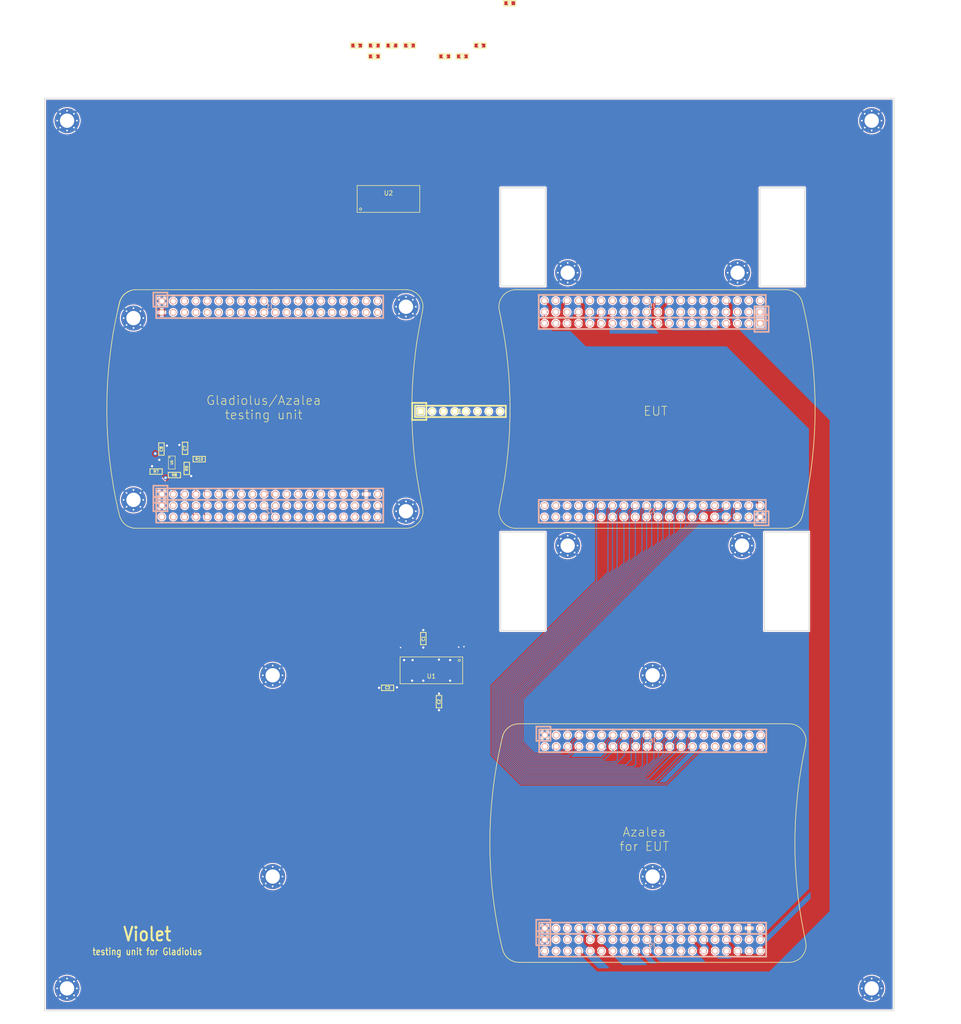
<source format=kicad_pcb>
(kicad_pcb (version 20171130) (host pcbnew 5.1.4+dfsg1-1)
  (layers (0 F.Cu signal) (31 B.Cu signal) (34 B.Paste user) (35 F.Paste user) (36 B.SilkS user) (37 F.SilkS user) (38 B.Mask user) (39 F.Mask user) (44 Edge.Cuts user))
  (net 0 "")
  (net 1 GND)
  (net 2 VCC)
  (net 3 /P4_9)
  (net 4 /P0_0)
  (net 5 /P4_10)
  (net 6 /P0_1)
  (net 7 /P1_0)
  (net 8 /P5_0)
  (net 9 /P5_1)
  (net 10 /P1_1)
  (net 11 /CLK0)
  (net 12 /P1_2)
  (net 13 /P1_5)
  (net 14 /P5_2)
  (net 15 /P1_7)
  (net 16 /P1_6)
  (net 17 /P1_9)
  (net 18 /P1_8)
  (net 19 /P5_3)
  (net 20 /P1_10)
  (net 21 /P1_12)
  (net 22 /P1_11)
  (net 23 /P5_5)
  (net 24 /P5_4)
  (net 25 /P1_14)
  (net 26 /P1_13)
  (net 27 /P5_6)
  (net 28 /P1_15)
  (net 29 /P5_7)
  (net 30 /P1_16)
  (net 31 /P1_18)
  (net 32 /P1_17)
  (net 33 /P9_5)
  (net 34 /P9_6)
  (net 35 /P2_0)
  (net 36 /P6_0)
  (net 37 /P1_20)
  (net 38 /P1_19)
  (net 39 /P1_4)
  (net 40 /P1_3)
  (net 41 /P4_8)
  (net 42 /P4_0)
  (net 43 /ADC0_0)
  (net 44 /P4_5)
  (net 45 /P4_4)
  (net 46 /P4_2)
  (net 47 /P4_3)
  (net 48 /P4_6)
  (net 49 /P4_7)
  (net 50 /CLK2)
  (net 51 /P2_8)
  (net 52 /P2_7)
  (net 53 /P2_6)
  (net 54 /P7_7)
  (net 55 /WAKEUP0)
  (net 56 /P2_5)
  (net 57 /P2_4)
  (net 58 /P2_3)
  (net 59 /PF_4)
  (net 60 /P3_2)
  (net 61 /P7_2)
  (net 62 /P3_1)
  (net 63 /P7_1)
  (net 64 /P3_0)
  (net 65 /P7_0)
  (net 66 /P3_4)
  (net 67 /P6_8)
  (net 68 /P3_7)
  (net 69 /P6_7)
  (net 70 /P3_3)
  (net 71 /P2_2)
  (net 72 /P6_6)
  (net 73 /P2_1)
  (net 74 /P6_3)
  (net 75 /P3_5)
  (net 76 /P3_6)
  (net 77 /I2C0_SDA)
  (net 78 /I2C0_SCL)
  (net 79 /P6_4)
  (net 80 /P6_5)
  (net 81 /ADC0_5)
  (net 82 /ADC0_2)
  (net 83 /P2_9)
  (net 84 /P2_12)
  (net 85 /P2_13)
  (net 86 /RTC_ALARM)
  (net 87 /RESET)
  (net 88 /VBAT)
  (net 89 /P2_11)
  (net 90 /P2_10)
  (net 91 /P6_10)
  (net 92 /P6_9)
  (net 93 /P6_2)
  (net 94 /P6_1)
  (net 95 /RTCX1)
  (net 96 +5V)
  (net 97 /U1_IO0_5)
  (net 98 /U1_IO2_0)
  (net 99 /U1_IO0_4)
  (net 100 /U1_IO2_2)
  (net 101 /U1_IO0_3)
  (net 102 /U1_IO1_3)
  (net 103 /U1_IO1_4)
  (net 104 /U1_IO1_5)
  (net 105 /U1_IO1_6)
  (net 106 /U1_IO1_7)
  (net 107 /EUT_P1_16)
  (net 108 /U1_IO2_1)
  (net 109 /EUT_P1_15)
  (net 110 /EUT_P5_6)
  (net 111 /EUT_P1_13)
  (net 112 /EUT_P1_14)
  (net 113 /EUT_P5_4)
  (net 114 /EUT_P5_5)
  (net 115 /EUT_P1_11)
  (net 116 /EUT_P1_12)
  (net 117 /EUT_P1_10)
  (net 118 /EUT_P5_3)
  (net 119 /EUT_P1_8)
  (net 120 /EUT_P1_9)
  (net 121 /EUT_P1_6)
  (net 122 /EUT_P1_7)
  (net 123 /EUT_P5_2)
  (net 124 /EUT_P1_5)
  (net 125 /U1_IO4_2)
  (net 126 /U2_IO0_2)
  (net 127 /U1_IO4_3)
  (net 128 /U1_IO4_4)
  (net 129 /EUT_P5_0)
  (net 130 /EUT_P1_0)
  (net 131 /EUT_P0_1)
  (net 132 /U1_IO4_6)
  (net 133 /EUT_P0_0)
  (net 134 /U1_IO4_7)
  (net 135 /U2_IO0_5)
  (net 136 /U2_IO0_6)
  (net 137 /U2_IO0_7)
  (net 138 /U2_IO1_0)
  (net 139 /U2_IO1_1)
  (net 140 /U2_IO1_2)
  (net 141 /U2_IO1_3)
  (net 142 /U2_IO1_4)
  (net 143 /U2_IO1_5)
  (net 144 /U1_IO2_3)
  (net 145 /U2_IO1_6)
  (net 146 /U2_IO1_7)
  (net 147 /U2_IO2_0)
  (net 148 /U2_IO2_1)
  (net 149 /U2_IO2_2)
  (net 150 /EUT_ADC0_2)
  (net 151 /EUT_ADC0_5)
  (net 152 /U2_IO2_3)
  (net 153 /U1_IO0_0)
  (net 154 /U1_IO0_1)
  (net 155 /EUT_I2C0_SCL)
  (net 156 /EUT_I2C0_SDA)
  (net 157 /U1_IO2_5)
  (net 158 /U1_IO1_1)
  (net 159 /EUT_P6_3)
  (net 160 /U2_IO0_4)
  (net 161 /EUT_P6_6)
  (net 162 /EUT_P2_2)
  (net 163 /U1_IO2_6)
  (net 164 /U2_IO0_0)
  (net 165 /U1_IO2_7)
  (net 166 /EUT_P6_8)
  (net 167 /U2_IO2_7)
  (net 168 /EUT_P7_0)
  (net 169 /U2_IO0_3)
  (net 170 /U2_IO4_5)
  (net 171 /U2_IO4_4)
  (net 172 /U2_IO0_1)
  (net 173 /U1_IO1_0)
  (net 174 /EUT_P2_3)
  (net 175 /U2_IO4_3)
  (net 176 /EUT_P2_5)
  (net 177 /U2_IO4_1)
  (net 178 /U2_IO3_6)
  (net 179 /U2_IO3_7)
  (net 180 /U2_IO3_4)
  (net 181 /U2_IO3_5)
  (net 182 /U1_IO1_2)
  (net 183 /U1_IO0_7)
  (net 184 /U2_IO3_2)
  (net 185 /U2_IO3_3)
  (net 186 /EUT_P4_2)
  (net 187 /U2_IO3_1)
  (net 188 /EUT_ADCCLK)
  (net 189 /U1_IO0_6)
  (net 190 /U2_IO2_5)
  (net 191 /U2_IO2_6)
  (net 192 /U1_IO2_4)
  (net 193 /U2_IO2_4)
  (net 194 "Net-(J6-Pad2)")
  (net 195 "Net-(J7-Pad20)")
  (net 196 "Net-(J8-Pad20)")
  (net 197 "Net-(J9-Pad2)")
  (net 198 "Net-(J10-Pad8)")
  (net 199 "Net-(J10-Pad7)")
  (net 200 "Net-(J10-Pad6)")
  (net 201 "Net-(J10-Pad5)")
  (net 202 "Net-(J10-Pad4)")
  (net 203 "Net-(J10-Pad3)")
  (net 204 "Net-(J10-Pad2)")
  (net 205 "Net-(J10-Pad1)")
  (net 206 "Net-(R9-Pad1)")
  (net 207 "Net-(U1-Pad52)")
  (net 208 "Net-(U1-Pad47)")
  (net 209 "Net-(U1-Pad45)")
  (net 210 "Net-(U1-Pad44)")
  (net 211 "Net-(U1-Pad43)")
  (net 212 "Net-(U1-Pad42)")
  (net 213 "Net-(U1-Pad41)")
  (net 214 "Net-(U1-Pad40)")
  (net 215 "Net-(U1-Pad38)")
  (net 216 "Net-(U1-Pad37)")
  (net 217 "Net-(U1-Pad36)")
  (net 218 "Net-(U1-Pad5)")
  (net 219 "Net-(U2-Pad54)")
  (net 220 "Net-(U2-Pad53)")
  (net 221 "Net-(U2-Pad48)")
  (net 222 "Net-(U2-Pad45)")
  (net 223 "Net-(U2-Pad36)")
  (module gsg-modules:HOLE126MIL-COPPER (layer F.Cu) (at 77.05 189.25)
    (fp_text reference MH16 hide)
    (fp_text value MOUNTING_HOLE hide)
    (pad 1 thru_hole circle (at 1.55 1.55) (size 0.6 0.6) (drill 0.381) (layers *.Cu *.Mask) (net 1 GND))
    (pad 1 thru_hole circle (at -1.55 1.55) (size 0.6 0.6) (drill 0.381) (layers *.Cu *.Mask) (net 1 GND))
    (pad 1 thru_hole circle (at -1.55 -1.55) (size 0.6 0.6) (drill 0.381) (layers *.Cu *.Mask) (net 1 GND))
    (pad 1 thru_hole circle (at 1.55 -1.55) (size 0.6 0.6) (drill 0.381) (layers *.Cu *.Mask) (net 1 GND))
    (pad 1 thru_hole circle (at 2.2 0) (size 0.6 0.6) (drill 0.381) (layers *.Cu *.Mask) (net 1 GND))
    (pad 1 thru_hole circle (at 0 2.2) (size 0.6 0.6) (drill 0.381) (layers *.Cu *.Mask) (net 1 GND))
    (pad 1 thru_hole circle (at -2.2 0) (size 0.6 0.6) (drill 0.381) (layers *.Cu *.Mask) (net 1 GND))
    (pad 1 thru_hole circle (at 0 -2.2) (size 0.6 0.6) (drill 0.381) (layers *.Cu *.Mask) (net 1 GND))
    (pad 1 thru_hole circle (at 0 0) (size 5.6 5.6) (drill 3.2004) (layers *.Cu *.Mask) (net 1 GND))
  )
  (module gsg-modules:HOLE126MIL-COPPER (layer F.Cu) (at 77.05 144.25)
    (fp_text reference MH15 hide)
    (fp_text value MOUNTING_HOLE hide)
    (pad 1 thru_hole circle (at 1.55 1.55) (size 0.6 0.6) (drill 0.381) (layers *.Cu *.Mask) (net 1 GND))
    (pad 1 thru_hole circle (at -1.55 1.55) (size 0.6 0.6) (drill 0.381) (layers *.Cu *.Mask) (net 1 GND))
    (pad 1 thru_hole circle (at -1.55 -1.55) (size 0.6 0.6) (drill 0.381) (layers *.Cu *.Mask) (net 1 GND))
    (pad 1 thru_hole circle (at 1.55 -1.55) (size 0.6 0.6) (drill 0.381) (layers *.Cu *.Mask) (net 1 GND))
    (pad 1 thru_hole circle (at 2.2 0) (size 0.6 0.6) (drill 0.381) (layers *.Cu *.Mask) (net 1 GND))
    (pad 1 thru_hole circle (at 0 2.2) (size 0.6 0.6) (drill 0.381) (layers *.Cu *.Mask) (net 1 GND))
    (pad 1 thru_hole circle (at -2.2 0) (size 0.6 0.6) (drill 0.381) (layers *.Cu *.Mask) (net 1 GND))
    (pad 1 thru_hole circle (at 0 -2.2) (size 0.6 0.6) (drill 0.381) (layers *.Cu *.Mask) (net 1 GND))
    (pad 1 thru_hole circle (at 0 0) (size 5.6 5.6) (drill 3.2004) (layers *.Cu *.Mask) (net 1 GND))
  )
  (module gsg-modules:HOLE126MIL-COPPER (layer F.Cu) (at 162.05 144.25)
    (fp_text reference MH14 hide)
    (fp_text value MOUNTING_HOLE hide)
    (pad 1 thru_hole circle (at 1.55 1.55) (size 0.6 0.6) (drill 0.381) (layers *.Cu *.Mask) (net 1 GND))
    (pad 1 thru_hole circle (at -1.55 1.55) (size 0.6 0.6) (drill 0.381) (layers *.Cu *.Mask) (net 1 GND))
    (pad 1 thru_hole circle (at -1.55 -1.55) (size 0.6 0.6) (drill 0.381) (layers *.Cu *.Mask) (net 1 GND))
    (pad 1 thru_hole circle (at 1.55 -1.55) (size 0.6 0.6) (drill 0.381) (layers *.Cu *.Mask) (net 1 GND))
    (pad 1 thru_hole circle (at 2.2 0) (size 0.6 0.6) (drill 0.381) (layers *.Cu *.Mask) (net 1 GND))
    (pad 1 thru_hole circle (at 0 2.2) (size 0.6 0.6) (drill 0.381) (layers *.Cu *.Mask) (net 1 GND))
    (pad 1 thru_hole circle (at -2.2 0) (size 0.6 0.6) (drill 0.381) (layers *.Cu *.Mask) (net 1 GND))
    (pad 1 thru_hole circle (at 0 -2.2) (size 0.6 0.6) (drill 0.381) (layers *.Cu *.Mask) (net 1 GND))
    (pad 1 thru_hole circle (at 0 0) (size 5.6 5.6) (drill 3.2004) (layers *.Cu *.Mask) (net 1 GND))
  )
  (module gsg-modules:HOLE126MIL-COPPER (layer F.Cu) (at 162.05 189.25)
    (fp_text reference MH13 hide)
    (fp_text value MOUNTING_HOLE hide)
    (pad 1 thru_hole circle (at 1.55 1.55) (size 0.6 0.6) (drill 0.381) (layers *.Cu *.Mask) (net 1 GND))
    (pad 1 thru_hole circle (at -1.55 1.55) (size 0.6 0.6) (drill 0.381) (layers *.Cu *.Mask) (net 1 GND))
    (pad 1 thru_hole circle (at -1.55 -1.55) (size 0.6 0.6) (drill 0.381) (layers *.Cu *.Mask) (net 1 GND))
    (pad 1 thru_hole circle (at 1.55 -1.55) (size 0.6 0.6) (drill 0.381) (layers *.Cu *.Mask) (net 1 GND))
    (pad 1 thru_hole circle (at 2.2 0) (size 0.6 0.6) (drill 0.381) (layers *.Cu *.Mask) (net 1 GND))
    (pad 1 thru_hole circle (at 0 2.2) (size 0.6 0.6) (drill 0.381) (layers *.Cu *.Mask) (net 1 GND))
    (pad 1 thru_hole circle (at -2.2 0) (size 0.6 0.6) (drill 0.381) (layers *.Cu *.Mask) (net 1 GND))
    (pad 1 thru_hole circle (at 0 -2.2) (size 0.6 0.6) (drill 0.381) (layers *.Cu *.Mask) (net 1 GND))
    (pad 1 thru_hole circle (at 0 0) (size 5.6 5.6) (drill 3.2004) (layers *.Cu *.Mask) (net 1 GND))
  )
  (module gsg-modules:HOLE126MIL-COPPER (layer F.Cu) (at 182.05 115.25)
    (fp_text reference MH12 hide)
    (fp_text value MOUNTING_HOLE hide)
    (pad 1 thru_hole circle (at 1.55 1.55) (size 0.6 0.6) (drill 0.381) (layers *.Cu *.Mask) (net 1 GND))
    (pad 1 thru_hole circle (at -1.55 1.55) (size 0.6 0.6) (drill 0.381) (layers *.Cu *.Mask) (net 1 GND))
    (pad 1 thru_hole circle (at -1.55 -1.55) (size 0.6 0.6) (drill 0.381) (layers *.Cu *.Mask) (net 1 GND))
    (pad 1 thru_hole circle (at 1.55 -1.55) (size 0.6 0.6) (drill 0.381) (layers *.Cu *.Mask) (net 1 GND))
    (pad 1 thru_hole circle (at 2.2 0) (size 0.6 0.6) (drill 0.381) (layers *.Cu *.Mask) (net 1 GND))
    (pad 1 thru_hole circle (at 0 2.2) (size 0.6 0.6) (drill 0.381) (layers *.Cu *.Mask) (net 1 GND))
    (pad 1 thru_hole circle (at -2.2 0) (size 0.6 0.6) (drill 0.381) (layers *.Cu *.Mask) (net 1 GND))
    (pad 1 thru_hole circle (at 0 -2.2) (size 0.6 0.6) (drill 0.381) (layers *.Cu *.Mask) (net 1 GND))
    (pad 1 thru_hole circle (at 0 0) (size 5.6 5.6) (drill 3.2004) (layers *.Cu *.Mask) (net 1 GND))
  )
  (module gsg-modules:HOLE126MIL-COPPER (layer F.Cu) (at 143.05 115.25)
    (fp_text reference MH11 hide)
    (fp_text value MOUNTING_HOLE hide)
    (pad 1 thru_hole circle (at 1.55 1.55) (size 0.6 0.6) (drill 0.381) (layers *.Cu *.Mask) (net 1 GND))
    (pad 1 thru_hole circle (at -1.55 1.55) (size 0.6 0.6) (drill 0.381) (layers *.Cu *.Mask) (net 1 GND))
    (pad 1 thru_hole circle (at -1.55 -1.55) (size 0.6 0.6) (drill 0.381) (layers *.Cu *.Mask) (net 1 GND))
    (pad 1 thru_hole circle (at 1.55 -1.55) (size 0.6 0.6) (drill 0.381) (layers *.Cu *.Mask) (net 1 GND))
    (pad 1 thru_hole circle (at 2.2 0) (size 0.6 0.6) (drill 0.381) (layers *.Cu *.Mask) (net 1 GND))
    (pad 1 thru_hole circle (at 0 2.2) (size 0.6 0.6) (drill 0.381) (layers *.Cu *.Mask) (net 1 GND))
    (pad 1 thru_hole circle (at -2.2 0) (size 0.6 0.6) (drill 0.381) (layers *.Cu *.Mask) (net 1 GND))
    (pad 1 thru_hole circle (at 0 -2.2) (size 0.6 0.6) (drill 0.381) (layers *.Cu *.Mask) (net 1 GND))
    (pad 1 thru_hole circle (at 0 0) (size 5.6 5.6) (drill 3.2004) (layers *.Cu *.Mask) (net 1 GND))
  )
  (module gsg-modules:HOLE126MIL-COPPER (layer F.Cu) (at 31.05 214.25)
    (fp_text reference MH10 hide)
    (fp_text value MOUNTING_HOLE hide)
    (pad 1 thru_hole circle (at 1.55 1.55) (size 0.6 0.6) (drill 0.381) (layers *.Cu *.Mask) (net 1 GND))
    (pad 1 thru_hole circle (at -1.55 1.55) (size 0.6 0.6) (drill 0.381) (layers *.Cu *.Mask) (net 1 GND))
    (pad 1 thru_hole circle (at -1.55 -1.55) (size 0.6 0.6) (drill 0.381) (layers *.Cu *.Mask) (net 1 GND))
    (pad 1 thru_hole circle (at 1.55 -1.55) (size 0.6 0.6) (drill 0.381) (layers *.Cu *.Mask) (net 1 GND))
    (pad 1 thru_hole circle (at 2.2 0) (size 0.6 0.6) (drill 0.381) (layers *.Cu *.Mask) (net 1 GND))
    (pad 1 thru_hole circle (at 0 2.2) (size 0.6 0.6) (drill 0.381) (layers *.Cu *.Mask) (net 1 GND))
    (pad 1 thru_hole circle (at -2.2 0) (size 0.6 0.6) (drill 0.381) (layers *.Cu *.Mask) (net 1 GND))
    (pad 1 thru_hole circle (at 0 -2.2) (size 0.6 0.6) (drill 0.381) (layers *.Cu *.Mask) (net 1 GND))
    (pad 1 thru_hole circle (at 0 0) (size 5.6 5.6) (drill 3.2004) (layers *.Cu *.Mask) (net 1 GND))
  )
  (module gsg-modules:HOLE126MIL-COPPER (layer F.Cu) (at 181.05 54.25)
    (fp_text reference MH9 hide)
    (fp_text value MOUNTING_HOLE hide)
    (pad 1 thru_hole circle (at 1.55 1.55) (size 0.6 0.6) (drill 0.381) (layers *.Cu *.Mask) (net 1 GND))
    (pad 1 thru_hole circle (at -1.55 1.55) (size 0.6 0.6) (drill 0.381) (layers *.Cu *.Mask) (net 1 GND))
    (pad 1 thru_hole circle (at -1.55 -1.55) (size 0.6 0.6) (drill 0.381) (layers *.Cu *.Mask) (net 1 GND))
    (pad 1 thru_hole circle (at 1.55 -1.55) (size 0.6 0.6) (drill 0.381) (layers *.Cu *.Mask) (net 1 GND))
    (pad 1 thru_hole circle (at 2.2 0) (size 0.6 0.6) (drill 0.381) (layers *.Cu *.Mask) (net 1 GND))
    (pad 1 thru_hole circle (at 0 2.2) (size 0.6 0.6) (drill 0.381) (layers *.Cu *.Mask) (net 1 GND))
    (pad 1 thru_hole circle (at -2.2 0) (size 0.6 0.6) (drill 0.381) (layers *.Cu *.Mask) (net 1 GND))
    (pad 1 thru_hole circle (at 0 -2.2) (size 0.6 0.6) (drill 0.381) (layers *.Cu *.Mask) (net 1 GND))
    (pad 1 thru_hole circle (at 0 0) (size 5.6 5.6) (drill 3.2004) (layers *.Cu *.Mask) (net 1 GND))
  )
  (module gsg-modules:HOLE126MIL-COPPER (layer F.Cu) (at 211.05 20.25)
    (fp_text reference MH8 hide)
    (fp_text value MOUNTING_HOLE hide)
    (pad 1 thru_hole circle (at 1.55 1.55) (size 0.6 0.6) (drill 0.381) (layers *.Cu *.Mask) (net 1 GND))
    (pad 1 thru_hole circle (at -1.55 1.55) (size 0.6 0.6) (drill 0.381) (layers *.Cu *.Mask) (net 1 GND))
    (pad 1 thru_hole circle (at -1.55 -1.55) (size 0.6 0.6) (drill 0.381) (layers *.Cu *.Mask) (net 1 GND))
    (pad 1 thru_hole circle (at 1.55 -1.55) (size 0.6 0.6) (drill 0.381) (layers *.Cu *.Mask) (net 1 GND))
    (pad 1 thru_hole circle (at 2.2 0) (size 0.6 0.6) (drill 0.381) (layers *.Cu *.Mask) (net 1 GND))
    (pad 1 thru_hole circle (at 0 2.2) (size 0.6 0.6) (drill 0.381) (layers *.Cu *.Mask) (net 1 GND))
    (pad 1 thru_hole circle (at -2.2 0) (size 0.6 0.6) (drill 0.381) (layers *.Cu *.Mask) (net 1 GND))
    (pad 1 thru_hole circle (at 0 -2.2) (size 0.6 0.6) (drill 0.381) (layers *.Cu *.Mask) (net 1 GND))
    (pad 1 thru_hole circle (at 0 0) (size 5.6 5.6) (drill 3.2004) (layers *.Cu *.Mask) (net 1 GND))
  )
  (module gsg-modules:HOLE126MIL-COPPER (layer F.Cu) (at 143.05 54.25)
    (fp_text reference MH7 hide)
    (fp_text value MOUNTING_HOLE hide)
    (pad 1 thru_hole circle (at 1.55 1.55) (size 0.6 0.6) (drill 0.381) (layers *.Cu *.Mask) (net 1 GND))
    (pad 1 thru_hole circle (at -1.55 1.55) (size 0.6 0.6) (drill 0.381) (layers *.Cu *.Mask) (net 1 GND))
    (pad 1 thru_hole circle (at -1.55 -1.55) (size 0.6 0.6) (drill 0.381) (layers *.Cu *.Mask) (net 1 GND))
    (pad 1 thru_hole circle (at 1.55 -1.55) (size 0.6 0.6) (drill 0.381) (layers *.Cu *.Mask) (net 1 GND))
    (pad 1 thru_hole circle (at 2.2 0) (size 0.6 0.6) (drill 0.381) (layers *.Cu *.Mask) (net 1 GND))
    (pad 1 thru_hole circle (at 0 2.2) (size 0.6 0.6) (drill 0.381) (layers *.Cu *.Mask) (net 1 GND))
    (pad 1 thru_hole circle (at -2.2 0) (size 0.6 0.6) (drill 0.381) (layers *.Cu *.Mask) (net 1 GND))
    (pad 1 thru_hole circle (at 0 -2.2) (size 0.6 0.6) (drill 0.381) (layers *.Cu *.Mask) (net 1 GND))
    (pad 1 thru_hole circle (at 0 0) (size 5.6 5.6) (drill 3.2004) (layers *.Cu *.Mask) (net 1 GND))
  )
  (module gsg-modules:HOLE126MIL-COPPER (layer F.Cu) (at 211.05 214.25)
    (fp_text reference MH6 hide)
    (fp_text value MOUNTING_HOLE hide)
    (pad 1 thru_hole circle (at 1.55 1.55) (size 0.6 0.6) (drill 0.381) (layers *.Cu *.Mask) (net 1 GND))
    (pad 1 thru_hole circle (at -1.55 1.55) (size 0.6 0.6) (drill 0.381) (layers *.Cu *.Mask) (net 1 GND))
    (pad 1 thru_hole circle (at -1.55 -1.55) (size 0.6 0.6) (drill 0.381) (layers *.Cu *.Mask) (net 1 GND))
    (pad 1 thru_hole circle (at 1.55 -1.55) (size 0.6 0.6) (drill 0.381) (layers *.Cu *.Mask) (net 1 GND))
    (pad 1 thru_hole circle (at 2.2 0) (size 0.6 0.6) (drill 0.381) (layers *.Cu *.Mask) (net 1 GND))
    (pad 1 thru_hole circle (at 0 2.2) (size 0.6 0.6) (drill 0.381) (layers *.Cu *.Mask) (net 1 GND))
    (pad 1 thru_hole circle (at -2.2 0) (size 0.6 0.6) (drill 0.381) (layers *.Cu *.Mask) (net 1 GND))
    (pad 1 thru_hole circle (at 0 -2.2) (size 0.6 0.6) (drill 0.381) (layers *.Cu *.Mask) (net 1 GND))
    (pad 1 thru_hole circle (at 0 0) (size 5.6 5.6) (drill 3.2004) (layers *.Cu *.Mask) (net 1 GND))
  )
  (module gsg-modules:HOLE126MIL-COPPER (layer F.Cu) (at 31.05 20.25)
    (fp_text reference MH5 hide)
    (fp_text value MOUNTING_HOLE hide)
    (pad 1 thru_hole circle (at 1.55 1.55) (size 0.6 0.6) (drill 0.381) (layers *.Cu *.Mask) (net 1 GND))
    (pad 1 thru_hole circle (at -1.55 1.55) (size 0.6 0.6) (drill 0.381) (layers *.Cu *.Mask) (net 1 GND))
    (pad 1 thru_hole circle (at -1.55 -1.55) (size 0.6 0.6) (drill 0.381) (layers *.Cu *.Mask) (net 1 GND))
    (pad 1 thru_hole circle (at 1.55 -1.55) (size 0.6 0.6) (drill 0.381) (layers *.Cu *.Mask) (net 1 GND))
    (pad 1 thru_hole circle (at 2.2 0) (size 0.6 0.6) (drill 0.381) (layers *.Cu *.Mask) (net 1 GND))
    (pad 1 thru_hole circle (at 0 2.2) (size 0.6 0.6) (drill 0.381) (layers *.Cu *.Mask) (net 1 GND))
    (pad 1 thru_hole circle (at -2.2 0) (size 0.6 0.6) (drill 0.381) (layers *.Cu *.Mask) (net 1 GND))
    (pad 1 thru_hole circle (at 0 -2.2) (size 0.6 0.6) (drill 0.381) (layers *.Cu *.Mask) (net 1 GND))
    (pad 1 thru_hole circle (at 0 0) (size 5.6 5.6) (drill 3.2004) (layers *.Cu *.Mask) (net 1 GND))
  )
  (module gsg-modules:SOT457 (layer F.Cu) (at 54.49 96.68 270)
    (fp_text reference U5 (at 0 0 90) (layer F.SilkS) (effects (font (size 0.508 0.508) (thickness 0.127))))
    (fp_text value AP2553W6-7 hide)
    (pad 6 smd rect (at -0.95 -1.2 270) (size 0.55 0.8) (layers F.Cu F.Paste F.Mask) (net 81 /ADC0_5))
    (pad 5 smd rect (at 0 -1.2 270) (size 0.55 0.8) (layers F.Cu F.Paste F.Mask) (net 206 "Net-(R9-Pad1)"))
    (pad 4 smd rect (at 0.95 -1.2 270) (size 0.55 0.8) (layers F.Cu F.Paste F.Mask) (net 48 /P4_6))
    (pad 3 smd rect (at 0.95 1.2 270) (size 0.55 0.8) (layers F.Cu F.Paste F.Mask) (net 46 /P4_2))
    (pad 2 smd rect (at 0 1.2 270) (size 0.55 0.8) (layers F.Cu F.Paste F.Mask) (net 1 GND))
    (pad 1 smd rect (at -0.95 1.2 270) (size 0.55 0.8) (layers F.Cu F.Paste F.Mask) (net 2 VCC))
  )
  (module gsg-modules:0603 (layer F.Cu) (at 52.16 93.66 90)
    (fp_text reference C8 (at 0 0 90) (layer F.SilkS) (effects (font (size 0.6096 0.6096) (thickness 0.1524))))
    (fp_text value 1uF hide)
    (pad 1 smd rect (at -0.762 0 90) (size 0.8636 0.8636) (layers F.Cu F.Paste F.Mask) (net 2 VCC))
    (pad 2 smd rect (at 0.762 0 90) (size 0.8636 0.8636) (layers F.Cu F.Paste F.Mask) (net 1 GND))
  )
  (module gsg-modules:TSSOP56 (layer F.Cu) (at 102.95 37.75 90)
    (fp_text reference U2 (at 1.3 0) (layer F.SilkS))
    (fp_text value PCA9698 hide)
    (pad 56 smd rect (at 3.75 -6.81 90) (size 1.4 0.4) (layers F.Cu F.Paste F.Mask) (net 30 /P1_16))
    (pad 55 smd rect (at 3.75 -6.25 90) (size 1.4 0.28) (layers F.Cu F.Paste F.Mask) (net 26 /P1_13))
    (pad 54 smd rect (at 3.75 -5.75 90) (size 1.4 0.28) (layers F.Cu F.Paste F.Mask) (net 219 "Net-(U2-Pad54)"))
    (pad 53 smd rect (at 3.75 -5.25 90) (size 1.4 0.28) (layers F.Cu F.Paste F.Mask) (net 220 "Net-(U2-Pad53)"))
    (pad 52 smd rect (at 3.75 -4.75 90) (size 1.4 0.28) (layers F.Cu F.Paste F.Mask) (net 170 /U2_IO4_5))
    (pad 51 smd rect (at 3.75 -4.25 90) (size 1.4 0.28) (layers F.Cu F.Paste F.Mask) (net 1 GND))
    (pad 50 smd rect (at 3.75 -3.75 90) (size 1.4 0.28) (layers F.Cu F.Paste F.Mask) (net 171 /U2_IO4_4))
    (pad 49 smd rect (at 3.75 -3.25 90) (size 1.4 0.28) (layers F.Cu F.Paste F.Mask) (net 175 /U2_IO4_3))
    (pad 48 smd rect (at 3.75 -2.75 90) (size 1.4 0.28) (layers F.Cu F.Paste F.Mask) (net 221 "Net-(U2-Pad48)"))
    (pad 47 smd rect (at 3.75 -2.25 90) (size 1.4 0.28) (layers F.Cu F.Paste F.Mask) (net 177 /U2_IO4_1))
    (pad 46 smd rect (at 3.75 -1.75 90) (size 1.4 0.28) (layers F.Cu F.Paste F.Mask) (net 2 VCC))
    (pad 45 smd rect (at 3.75 -1.25 90) (size 1.4 0.28) (layers F.Cu F.Paste F.Mask) (net 222 "Net-(U2-Pad45)"))
    (pad 44 smd rect (at 3.75 -0.75 90) (size 1.4 0.28) (layers F.Cu F.Paste F.Mask) (net 179 /U2_IO3_7))
    (pad 43 smd rect (at 3.75 -0.25 90) (size 1.4 0.28) (layers F.Cu F.Paste F.Mask) (net 178 /U2_IO3_6))
    (pad 42 smd rect (at 3.75 0.25 90) (size 1.4 0.28) (layers F.Cu F.Paste F.Mask) (net 181 /U2_IO3_5))
    (pad 41 smd rect (at 3.75 0.75 90) (size 1.4 0.28) (layers F.Cu F.Paste F.Mask) (net 180 /U2_IO3_4))
    (pad 40 smd rect (at 3.75 1.25 90) (size 1.4 0.28) (layers F.Cu F.Paste F.Mask) (net 185 /U2_IO3_3))
    (pad 39 smd rect (at 3.75 1.75 90) (size 1.4 0.28) (layers F.Cu F.Paste F.Mask) (net 1 GND))
    (pad 38 smd rect (at 3.75 2.25 90) (size 1.4 0.28) (layers F.Cu F.Paste F.Mask) (net 184 /U2_IO3_2))
    (pad 37 smd rect (at 3.75 2.75 90) (size 1.4 0.28) (layers F.Cu F.Paste F.Mask) (net 187 /U2_IO3_1))
    (pad 36 smd rect (at 3.75 3.25 90) (size 1.4 0.28) (layers F.Cu F.Paste F.Mask) (net 223 "Net-(U2-Pad36)"))
    (pad 35 smd rect (at 3.75 3.75 90) (size 1.4 0.28) (layers F.Cu F.Paste F.Mask) (net 167 /U2_IO2_7))
    (pad 34 smd rect (at 3.75 4.25 90) (size 1.4 0.28) (layers F.Cu F.Paste F.Mask) (net 1 GND))
    (pad 33 smd rect (at 3.75 4.75 90) (size 1.4 0.28) (layers F.Cu F.Paste F.Mask) (net 191 /U2_IO2_6))
    (pad 32 smd rect (at 3.75 5.25 90) (size 1.4 0.28) (layers F.Cu F.Paste F.Mask) (net 190 /U2_IO2_5))
    (pad 31 smd rect (at 3.75 5.75 90) (size 1.4 0.28) (layers F.Cu F.Paste F.Mask) (net 193 /U2_IO2_4))
    (pad 30 smd rect (at 3.75 6.25 90) (size 1.4 0.28) (layers F.Cu F.Paste F.Mask) (net 22 /P1_11))
    (pad 29 smd rect (at 3.75 6.81 90) (size 1.4 0.4) (layers F.Cu F.Paste F.Mask) (net 2 VCC))
    (pad 28 smd rect (at -3.75 6.81 90) (size 1.4 0.4) (layers F.Cu F.Paste F.Mask) (net 78 /I2C0_SCL))
    (pad 27 smd rect (at -3.75 6.25 90) (size 1.4 0.28) (layers F.Cu F.Paste F.Mask) (net 2 VCC))
    (pad 26 smd rect (at -3.75 5.75 90) (size 1.4 0.28) (layers F.Cu F.Paste F.Mask) (net 152 /U2_IO2_3))
    (pad 25 smd rect (at -3.75 5.25 90) (size 1.4 0.28) (layers F.Cu F.Paste F.Mask) (net 149 /U2_IO2_2))
    (pad 24 smd rect (at -3.75 4.75 90) (size 1.4 0.28) (layers F.Cu F.Paste F.Mask) (net 148 /U2_IO2_1))
    (pad 23 smd rect (at -3.75 4.25 90) (size 1.4 0.28) (layers F.Cu F.Paste F.Mask) (net 1 GND))
    (pad 22 smd rect (at -3.75 3.75 90) (size 1.4 0.28) (layers F.Cu F.Paste F.Mask) (net 147 /U2_IO2_0))
    (pad 21 smd rect (at -3.75 3.25 90) (size 1.4 0.28) (layers F.Cu F.Paste F.Mask) (net 146 /U2_IO1_7))
    (pad 20 smd rect (at -3.75 2.75 90) (size 1.4 0.28) (layers F.Cu F.Paste F.Mask) (net 145 /U2_IO1_6))
    (pad 19 smd rect (at -3.75 2.25 90) (size 1.4 0.28) (layers F.Cu F.Paste F.Mask) (net 143 /U2_IO1_5))
    (pad 18 smd rect (at -3.75 1.75 90) (size 1.4 0.28) (layers F.Cu F.Paste F.Mask) (net 2 VCC))
    (pad 17 smd rect (at -3.75 1.25 90) (size 1.4 0.28) (layers F.Cu F.Paste F.Mask) (net 142 /U2_IO1_4))
    (pad 16 smd rect (at -3.75 0.75 90) (size 1.4 0.28) (layers F.Cu F.Paste F.Mask) (net 141 /U2_IO1_3))
    (pad 15 smd rect (at -3.75 0.25 90) (size 1.4 0.28) (layers F.Cu F.Paste F.Mask) (net 140 /U2_IO1_2))
    (pad 14 smd rect (at -3.75 -0.25 90) (size 1.4 0.28) (layers F.Cu F.Paste F.Mask) (net 139 /U2_IO1_1))
    (pad 13 smd rect (at -3.75 -0.75 90) (size 1.4 0.28) (layers F.Cu F.Paste F.Mask) (net 138 /U2_IO1_0))
    (pad 12 smd rect (at -3.75 -1.25 90) (size 1.4 0.28) (layers F.Cu F.Paste F.Mask) (net 137 /U2_IO0_7))
    (pad 11 smd rect (at -3.75 -1.75 90) (size 1.4 0.28) (layers F.Cu F.Paste F.Mask) (net 1 GND))
    (pad 10 smd rect (at -3.75 -2.25 90) (size 1.4 0.28) (layers F.Cu F.Paste F.Mask) (net 136 /U2_IO0_6))
    (pad 9 smd rect (at -3.75 -2.75 90) (size 1.4 0.28) (layers F.Cu F.Paste F.Mask) (net 135 /U2_IO0_5))
    (pad 8 smd rect (at -3.75 -3.25 90) (size 1.4 0.28) (layers F.Cu F.Paste F.Mask) (net 160 /U2_IO0_4))
    (pad 7 smd rect (at -3.75 -3.75 90) (size 1.4 0.28) (layers F.Cu F.Paste F.Mask) (net 169 /U2_IO0_3))
    (pad 6 smd rect (at -3.75 -4.25 90) (size 1.4 0.28) (layers F.Cu F.Paste F.Mask) (net 1 GND))
    (pad 5 smd rect (at -3.75 -4.75 90) (size 1.4 0.28) (layers F.Cu F.Paste F.Mask) (net 126 /U2_IO0_2))
    (pad 4 smd rect (at -3.75 -5.25 90) (size 1.4 0.28) (layers F.Cu F.Paste F.Mask) (net 172 /U2_IO0_1))
    (pad 3 smd rect (at -3.75 -5.75 90) (size 1.4 0.28) (layers F.Cu F.Paste F.Mask) (net 164 /U2_IO0_0))
    (pad 2 smd rect (at -3.75 -6.25 90) (size 1.4 0.28) (layers F.Cu F.Paste F.Mask) (net 78 /I2C0_SCL))
    (pad 1 smd rect (at -3.75 -6.81 90) (size 1.4 0.4) (layers F.Cu F.Paste F.Mask) (net 77 /I2C0_SDA))
  )
  (module gsg-modules:TSSOP56 (layer F.Cu) (at 112.55 143.15 270)
    (fp_text reference U1 (at 1.3 0) (layer F.SilkS))
    (fp_text value PCA9698 hide)
    (pad 56 smd rect (at 3.75 -6.81 270) (size 1.4 0.4) (layers F.Cu F.Paste F.Mask) (net 34 /P9_6))
    (pad 55 smd rect (at 3.75 -6.25 270) (size 1.4 0.28) (layers F.Cu F.Paste F.Mask) (net 33 /P9_5))
    (pad 54 smd rect (at 3.75 -5.75 270) (size 1.4 0.28) (layers F.Cu F.Paste F.Mask) (net 134 /U1_IO4_7))
    (pad 53 smd rect (at 3.75 -5.25 270) (size 1.4 0.28) (layers F.Cu F.Paste F.Mask) (net 132 /U1_IO4_6))
    (pad 52 smd rect (at 3.75 -4.75 270) (size 1.4 0.28) (layers F.Cu F.Paste F.Mask) (net 207 "Net-(U1-Pad52)"))
    (pad 51 smd rect (at 3.75 -4.25 270) (size 1.4 0.28) (layers F.Cu F.Paste F.Mask) (net 1 GND))
    (pad 50 smd rect (at 3.75 -3.75 270) (size 1.4 0.28) (layers F.Cu F.Paste F.Mask) (net 128 /U1_IO4_4))
    (pad 49 smd rect (at 3.75 -3.25 270) (size 1.4 0.28) (layers F.Cu F.Paste F.Mask) (net 127 /U1_IO4_3))
    (pad 48 smd rect (at 3.75 -2.75 270) (size 1.4 0.28) (layers F.Cu F.Paste F.Mask) (net 125 /U1_IO4_2))
    (pad 47 smd rect (at 3.75 -2.25 270) (size 1.4 0.28) (layers F.Cu F.Paste F.Mask) (net 208 "Net-(U1-Pad47)"))
    (pad 46 smd rect (at 3.75 -1.75 270) (size 1.4 0.28) (layers F.Cu F.Paste F.Mask) (net 2 VCC))
    (pad 45 smd rect (at 3.75 -1.25 270) (size 1.4 0.28) (layers F.Cu F.Paste F.Mask) (net 209 "Net-(U1-Pad45)"))
    (pad 44 smd rect (at 3.75 -0.75 270) (size 1.4 0.28) (layers F.Cu F.Paste F.Mask) (net 210 "Net-(U1-Pad44)"))
    (pad 43 smd rect (at 3.75 -0.25 270) (size 1.4 0.28) (layers F.Cu F.Paste F.Mask) (net 211 "Net-(U1-Pad43)"))
    (pad 42 smd rect (at 3.75 0.25 270) (size 1.4 0.28) (layers F.Cu F.Paste F.Mask) (net 212 "Net-(U1-Pad42)"))
    (pad 41 smd rect (at 3.75 0.75 270) (size 1.4 0.28) (layers F.Cu F.Paste F.Mask) (net 213 "Net-(U1-Pad41)"))
    (pad 40 smd rect (at 3.75 1.25 270) (size 1.4 0.28) (layers F.Cu F.Paste F.Mask) (net 214 "Net-(U1-Pad40)"))
    (pad 39 smd rect (at 3.75 1.75 270) (size 1.4 0.28) (layers F.Cu F.Paste F.Mask) (net 1 GND))
    (pad 38 smd rect (at 3.75 2.25 270) (size 1.4 0.28) (layers F.Cu F.Paste F.Mask) (net 215 "Net-(U1-Pad38)"))
    (pad 37 smd rect (at 3.75 2.75 270) (size 1.4 0.28) (layers F.Cu F.Paste F.Mask) (net 216 "Net-(U1-Pad37)"))
    (pad 36 smd rect (at 3.75 3.25 270) (size 1.4 0.28) (layers F.Cu F.Paste F.Mask) (net 217 "Net-(U1-Pad36)"))
    (pad 35 smd rect (at 3.75 3.75 270) (size 1.4 0.28) (layers F.Cu F.Paste F.Mask) (net 165 /U1_IO2_7))
    (pad 34 smd rect (at 3.75 4.25 270) (size 1.4 0.28) (layers F.Cu F.Paste F.Mask) (net 1 GND))
    (pad 33 smd rect (at 3.75 4.75 270) (size 1.4 0.28) (layers F.Cu F.Paste F.Mask) (net 163 /U1_IO2_6))
    (pad 32 smd rect (at 3.75 5.25 270) (size 1.4 0.28) (layers F.Cu F.Paste F.Mask) (net 157 /U1_IO2_5))
    (pad 31 smd rect (at 3.75 5.75 270) (size 1.4 0.28) (layers F.Cu F.Paste F.Mask) (net 192 /U1_IO2_4))
    (pad 30 smd rect (at 3.75 6.25 270) (size 1.4 0.28) (layers F.Cu F.Paste F.Mask) (net 32 /P1_17))
    (pad 29 smd rect (at 3.75 6.81 270) (size 1.4 0.4) (layers F.Cu F.Paste F.Mask) (net 2 VCC))
    (pad 28 smd rect (at -3.75 6.81 270) (size 1.4 0.4) (layers F.Cu F.Paste F.Mask) (net 78 /I2C0_SCL))
    (pad 27 smd rect (at -3.75 6.25 270) (size 1.4 0.28) (layers F.Cu F.Paste F.Mask) (net 1 GND))
    (pad 26 smd rect (at -3.75 5.75 270) (size 1.4 0.28) (layers F.Cu F.Paste F.Mask) (net 144 /U1_IO2_3))
    (pad 25 smd rect (at -3.75 5.25 270) (size 1.4 0.28) (layers F.Cu F.Paste F.Mask) (net 100 /U1_IO2_2))
    (pad 24 smd rect (at -3.75 4.75 270) (size 1.4 0.28) (layers F.Cu F.Paste F.Mask) (net 108 /U1_IO2_1))
    (pad 23 smd rect (at -3.75 4.25 270) (size 1.4 0.28) (layers F.Cu F.Paste F.Mask) (net 1 GND))
    (pad 22 smd rect (at -3.75 3.75 270) (size 1.4 0.28) (layers F.Cu F.Paste F.Mask) (net 98 /U1_IO2_0))
    (pad 21 smd rect (at -3.75 3.25 270) (size 1.4 0.28) (layers F.Cu F.Paste F.Mask) (net 106 /U1_IO1_7))
    (pad 20 smd rect (at -3.75 2.75 270) (size 1.4 0.28) (layers F.Cu F.Paste F.Mask) (net 105 /U1_IO1_6))
    (pad 19 smd rect (at -3.75 2.25 270) (size 1.4 0.28) (layers F.Cu F.Paste F.Mask) (net 104 /U1_IO1_5))
    (pad 18 smd rect (at -3.75 1.75 270) (size 1.4 0.28) (layers F.Cu F.Paste F.Mask) (net 2 VCC))
    (pad 17 smd rect (at -3.75 1.25 270) (size 1.4 0.28) (layers F.Cu F.Paste F.Mask) (net 103 /U1_IO1_4))
    (pad 16 smd rect (at -3.75 0.75 270) (size 1.4 0.28) (layers F.Cu F.Paste F.Mask) (net 102 /U1_IO1_3))
    (pad 15 smd rect (at -3.75 0.25 270) (size 1.4 0.28) (layers F.Cu F.Paste F.Mask) (net 182 /U1_IO1_2))
    (pad 14 smd rect (at -3.75 -0.25 270) (size 1.4 0.28) (layers F.Cu F.Paste F.Mask) (net 158 /U1_IO1_1))
    (pad 13 smd rect (at -3.75 -0.75 270) (size 1.4 0.28) (layers F.Cu F.Paste F.Mask) (net 173 /U1_IO1_0))
    (pad 12 smd rect (at -3.75 -1.25 270) (size 1.4 0.28) (layers F.Cu F.Paste F.Mask) (net 183 /U1_IO0_7))
    (pad 11 smd rect (at -3.75 -1.75 270) (size 1.4 0.28) (layers F.Cu F.Paste F.Mask) (net 1 GND))
    (pad 10 smd rect (at -3.75 -2.25 270) (size 1.4 0.28) (layers F.Cu F.Paste F.Mask) (net 189 /U1_IO0_6))
    (pad 9 smd rect (at -3.75 -2.75 270) (size 1.4 0.28) (layers F.Cu F.Paste F.Mask) (net 97 /U1_IO0_5))
    (pad 8 smd rect (at -3.75 -3.25 270) (size 1.4 0.28) (layers F.Cu F.Paste F.Mask) (net 99 /U1_IO0_4))
    (pad 7 smd rect (at -3.75 -3.75 270) (size 1.4 0.28) (layers F.Cu F.Paste F.Mask) (net 101 /U1_IO0_3))
    (pad 6 smd rect (at -3.75 -4.25 270) (size 1.4 0.28) (layers F.Cu F.Paste F.Mask) (net 1 GND))
    (pad 5 smd rect (at -3.75 -4.75 270) (size 1.4 0.28) (layers F.Cu F.Paste F.Mask) (net 218 "Net-(U1-Pad5)"))
    (pad 4 smd rect (at -3.75 -5.25 270) (size 1.4 0.28) (layers F.Cu F.Paste F.Mask) (net 154 /U1_IO0_1))
    (pad 3 smd rect (at -3.75 -5.75 270) (size 1.4 0.28) (layers F.Cu F.Paste F.Mask) (net 153 /U1_IO0_0))
    (pad 2 smd rect (at -3.75 -6.25 270) (size 1.4 0.28) (layers F.Cu F.Paste F.Mask) (net 78 /I2C0_SCL))
    (pad 1 smd rect (at -3.75 -6.81 270) (size 1.4 0.4) (layers F.Cu F.Paste F.Mask) (net 77 /I2C0_SDA))
  )
  (module gsg-modules:0603 (layer F.Cu) (at 60.618 95.92 180)
    (fp_text reference R10 (at 0 0) (layer F.SilkS) (effects (font (size 0.6096 0.6096) (thickness 0.1524))))
    (fp_text value 0.1 hide)
    (pad 1 smd rect (at -0.762 0 180) (size 0.8636 0.8636) (layers F.Cu F.Paste F.Mask) (net 82 /ADC0_2))
    (pad 2 smd rect (at 0.762 0 180) (size 0.8636 0.8636) (layers F.Cu F.Paste F.Mask) (net 81 /ADC0_5))
  )
  (module gsg-modules:0603 (layer F.Cu) (at 57.83 98 270)
    (fp_text reference R9 (at 0 0 90) (layer F.SilkS) (effects (font (size 0.6096 0.6096) (thickness 0.1524))))
    (fp_text value 43.2k hide)
    (pad 1 smd rect (at -0.762 0 270) (size 0.8636 0.8636) (layers F.Cu F.Paste F.Mask) (net 206 "Net-(R9-Pad1)"))
    (pad 2 smd rect (at 0.762 0 270) (size 0.8636 0.8636) (layers F.Cu F.Paste F.Mask) (net 1 GND))
  )
  (module gsg-modules:0603 (layer F.Cu) (at 55.07 99.48)
    (fp_text reference R8 (at 0 0) (layer F.SilkS) (effects (font (size 0.6096 0.6096) (thickness 0.1524))))
    (fp_text value 12k hide)
    (pad 1 smd rect (at -0.762 0) (size 0.8636 0.8636) (layers F.Cu F.Paste F.Mask) (net 2 VCC))
    (pad 2 smd rect (at 0.762 0) (size 0.8636 0.8636) (layers F.Cu F.Paste F.Mask) (net 48 /P4_6))
  )
  (module gsg-modules:0603 (layer F.Cu) (at 50.97 98.7 180)
    (fp_text reference R7 (at 0 0) (layer F.SilkS) (effects (font (size 0.6096 0.6096) (thickness 0.1524))))
    (fp_text value 12k hide)
    (pad 1 smd rect (at -0.762 0 180) (size 0.8636 0.8636) (layers F.Cu F.Paste F.Mask) (net 46 /P4_2))
    (pad 2 smd rect (at 0.762 0 180) (size 0.8636 0.8636) (layers F.Cu F.Paste F.Mask) (net 1 GND))
  )
  (module gsg-modules:0603 (layer F.Cu) (at 99.78 5.87)
    (fp_text reference R6 (at 0 0) (layer F.SilkS) (effects (font (size 0.6096 0.6096) (thickness 0.1524))))
    (fp_text value 12k hide)
    (pad 1 smd rect (at -0.762 0) (size 0.8636 0.8636) (layers F.Cu F.Paste F.Mask) (net 2 VCC))
    (pad 2 smd rect (at 0.762 0) (size 0.8636 0.8636) (layers F.Cu F.Paste F.Mask) (net 22 /P1_11))
  )
  (module gsg-modules:0603 (layer F.Cu) (at 107.66 3.45)
    (fp_text reference R5 (at 0 0) (layer F.SilkS) (effects (font (size 0.6096 0.6096) (thickness 0.1524))))
    (fp_text value 12k hide)
    (pad 1 smd rect (at -0.762 0) (size 0.8636 0.8636) (layers F.Cu F.Paste F.Mask) (net 2 VCC))
    (pad 2 smd rect (at 0.762 0) (size 0.8636 0.8636) (layers F.Cu F.Paste F.Mask) (net 26 /P1_13))
  )
  (module gsg-modules:0603 (layer F.Cu) (at 95.84 3.45)
    (fp_text reference R4 (at 0 0) (layer F.SilkS) (effects (font (size 0.6096 0.6096) (thickness 0.1524))))
    (fp_text value 12k hide)
    (pad 1 smd rect (at -0.762 0) (size 0.8636 0.8636) (layers F.Cu F.Paste F.Mask) (net 2 VCC))
    (pad 2 smd rect (at 0.762 0) (size 0.8636 0.8636) (layers F.Cu F.Paste F.Mask) (net 30 /P1_16))
  )
  (module gsg-modules:0603 (layer F.Cu) (at 99.78 3.45)
    (fp_text reference R3 (at 0 0) (layer F.SilkS) (effects (font (size 0.6096 0.6096) (thickness 0.1524))))
    (fp_text value 12k hide)
    (pad 1 smd rect (at -0.762 0) (size 0.8636 0.8636) (layers F.Cu F.Paste F.Mask) (net 2 VCC))
    (pad 2 smd rect (at 0.762 0) (size 0.8636 0.8636) (layers F.Cu F.Paste F.Mask) (net 32 /P1_17))
  )
  (module gsg-modules:0603 (layer F.Cu) (at 103.72 3.45)
    (fp_text reference R2 (at 0 0) (layer F.SilkS) (effects (font (size 0.6096 0.6096) (thickness 0.1524))))
    (fp_text value 12k hide)
    (pad 1 smd rect (at -0.762 0) (size 0.8636 0.8636) (layers F.Cu F.Paste F.Mask) (net 2 VCC))
    (pad 2 smd rect (at 0.762 0) (size 0.8636 0.8636) (layers F.Cu F.Paste F.Mask) (net 33 /P9_5))
  )
  (module gsg-modules:0603 (layer F.Cu) (at 130.08 -6.02)
    (fp_text reference R1 (at 0 0) (layer F.SilkS) (effects (font (size 0.6096 0.6096) (thickness 0.1524))))
    (fp_text value 12k hide)
    (pad 1 smd rect (at -0.762 0) (size 0.8636 0.8636) (layers F.Cu F.Paste F.Mask) (net 2 VCC))
    (pad 2 smd rect (at 0.762 0) (size 0.8636 0.8636) (layers F.Cu F.Paste F.Mask) (net 34 /P9_6))
  )
  (module gsg-modules:HEADER-1x8 (layer F.Cu) (at 119.05 85.25)
    (fp_text reference J10 (at 0 0) (layer F.SilkS) (effects (font (size 1.016 1.016) (thickness 0.2032))))
    (fp_text value Conn_01x08 hide)
    (pad 8 thru_hole circle (at 8.89 0) (size 1.524 1.524) (drill 1.016) (layers *.Cu *.Mask F.SilkS) (net 198 "Net-(J10-Pad8)"))
    (pad 7 thru_hole circle (at 6.35 0) (size 1.524 1.524) (drill 1.016) (layers *.Cu *.Mask F.SilkS) (net 199 "Net-(J10-Pad7)"))
    (pad 6 thru_hole circle (at 3.81 0) (size 1.524 1.524) (drill 1.016) (layers *.Cu *.Mask F.SilkS) (net 200 "Net-(J10-Pad6)"))
    (pad 5 thru_hole circle (at 1.27 0) (size 1.524 1.524) (drill 1.016) (layers *.Cu *.Mask F.SilkS) (net 201 "Net-(J10-Pad5)"))
    (pad 4 thru_hole circle (at -1.27 0) (size 1.524 1.524) (drill 1.016) (layers *.Cu *.Mask F.SilkS) (net 202 "Net-(J10-Pad4)"))
    (pad 3 thru_hole circle (at -3.81 0) (size 1.524 1.524) (drill 1.016) (layers *.Cu *.Mask F.SilkS) (net 203 "Net-(J10-Pad3)"))
    (pad 2 thru_hole circle (at -6.35 0) (size 1.524 1.524) (drill 1.016) (layers *.Cu *.Mask F.SilkS) (net 204 "Net-(J10-Pad2)"))
    (pad 1 thru_hole rect (at -8.89 0) (size 1.524 1.524) (drill 1.016) (layers *.Cu *.Mask F.SilkS) (net 205 "Net-(J10-Pad1)"))
  )
  (module gsg-modules:HEADER-2x20 (layer B.Cu) (at 162.04 204.62)
    (fp_text reference J9 (at 0 0 180) (layer B.SilkS) (effects (font (size 1.016 1.016) (thickness 0.2032)) (justify mirror)))
    (fp_text value NEIGHBOR2 hide)
    (pad 40 thru_hole circle (at 24.13 1.27) (size 1.524 1.524) (drill 1.016) (layers *.Cu *.Mask B.SilkS) (net 155 /EUT_I2C0_SCL))
    (pad 39 thru_hole circle (at 24.13 -1.27) (size 1.524 1.524) (drill 1.016) (layers *.Cu *.Mask B.SilkS) (net 156 /EUT_I2C0_SDA))
    (pad 38 thru_hole circle (at 21.59 1.27) (size 1.524 1.524) (drill 1.016) (layers *.Cu *.Mask B.SilkS) (net 76 /P3_6))
    (pad 37 thru_hole circle (at 21.59 -1.27) (size 1.524 1.524) (drill 1.016) (layers *.Cu *.Mask B.SilkS) (net 75 /P3_5))
    (pad 36 thru_hole circle (at 19.05 1.27) (size 1.524 1.524) (drill 1.016) (layers *.Cu *.Mask B.SilkS) (net 159 /EUT_P6_3))
    (pad 35 thru_hole circle (at 19.05 -1.27) (size 1.524 1.524) (drill 1.016) (layers *.Cu *.Mask B.SilkS) (net 73 /P2_1))
    (pad 34 thru_hole circle (at 16.51 1.27) (size 1.524 1.524) (drill 1.016) (layers *.Cu *.Mask B.SilkS) (net 161 /EUT_P6_6))
    (pad 33 thru_hole circle (at 16.51 -1.27) (size 1.524 1.524) (drill 1.016) (layers *.Cu *.Mask B.SilkS) (net 162 /EUT_P2_2))
    (pad 32 thru_hole circle (at 13.97 1.27) (size 1.524 1.524) (drill 1.016) (layers *.Cu *.Mask B.SilkS) (net 70 /P3_3))
    (pad 31 thru_hole circle (at 13.97 -1.27) (size 1.524 1.524) (drill 1.016) (layers *.Cu *.Mask B.SilkS) (net 69 /P6_7))
    (pad 30 thru_hole circle (at 11.43 1.27) (size 1.524 1.524) (drill 1.016) (layers *.Cu *.Mask B.SilkS) (net 68 /P3_7))
    (pad 29 thru_hole circle (at 11.43 -1.27) (size 1.524 1.524) (drill 1.016) (layers *.Cu *.Mask B.SilkS) (net 166 /EUT_P6_8))
    (pad 28 thru_hole circle (at 8.89 1.27) (size 1.524 1.524) (drill 1.016) (layers *.Cu *.Mask B.SilkS) (net 66 /P3_4))
    (pad 27 thru_hole circle (at 8.89 -1.27) (size 1.524 1.524) (drill 1.016) (layers *.Cu *.Mask B.SilkS) (net 168 /EUT_P7_0))
    (pad 26 thru_hole circle (at 6.35 1.27) (size 1.524 1.524) (drill 1.016) (layers *.Cu *.Mask B.SilkS) (net 64 /P3_0))
    (pad 25 thru_hole circle (at 6.35 -1.27) (size 1.524 1.524) (drill 1.016) (layers *.Cu *.Mask B.SilkS) (net 63 /P7_1))
    (pad 24 thru_hole circle (at 3.81 1.27) (size 1.524 1.524) (drill 1.016) (layers *.Cu *.Mask B.SilkS) (net 62 /P3_1))
    (pad 23 thru_hole circle (at 3.81 -1.27) (size 1.524 1.524) (drill 1.016) (layers *.Cu *.Mask B.SilkS) (net 61 /P7_2))
    (pad 22 thru_hole circle (at 1.27 1.27) (size 1.524 1.524) (drill 1.016) (layers *.Cu *.Mask B.SilkS) (net 60 /P3_2))
    (pad 21 thru_hole circle (at 1.27 -1.27) (size 1.524 1.524) (drill 1.016) (layers *.Cu *.Mask B.SilkS) (net 59 /PF_4))
    (pad 20 thru_hole circle (at -1.27 1.27) (size 1.524 1.524) (drill 1.016) (layers *.Cu *.Mask B.SilkS) (net 174 /EUT_P2_3))
    (pad 19 thru_hole circle (at -1.27 -1.27) (size 1.524 1.524) (drill 1.016) (layers *.Cu *.Mask B.SilkS) (net 57 /P2_4))
    (pad 18 thru_hole circle (at -3.81 1.27) (size 1.524 1.524) (drill 1.016) (layers *.Cu *.Mask B.SilkS) (net 176 /EUT_P2_5))
    (pad 17 thru_hole circle (at -3.81 -1.27) (size 1.524 1.524) (drill 1.016) (layers *.Cu *.Mask B.SilkS) (net 55 /WAKEUP0))
    (pad 16 thru_hole circle (at -6.35 1.27) (size 1.524 1.524) (drill 1.016) (layers *.Cu *.Mask B.SilkS) (net 54 /P7_7))
    (pad 15 thru_hole circle (at -6.35 -1.27) (size 1.524 1.524) (drill 1.016) (layers *.Cu *.Mask B.SilkS) (net 53 /P2_6))
    (pad 14 thru_hole circle (at -8.89 1.27) (size 1.524 1.524) (drill 1.016) (layers *.Cu *.Mask B.SilkS) (net 52 /P2_7))
    (pad 13 thru_hole circle (at -8.89 -1.27) (size 1.524 1.524) (drill 1.016) (layers *.Cu *.Mask B.SilkS) (net 51 /P2_8))
    (pad 12 thru_hole circle (at -11.43 1.27) (size 1.524 1.524) (drill 1.016) (layers *.Cu *.Mask B.SilkS) (net 50 /CLK2))
    (pad 11 thru_hole circle (at -11.43 -1.27) (size 1.524 1.524) (drill 1.016) (layers *.Cu *.Mask B.SilkS) (net 49 /P4_7))
    (pad 10 thru_hole circle (at -13.97 1.27) (size 1.524 1.524) (drill 1.016) (layers *.Cu *.Mask B.SilkS) (net 48 /P4_6))
    (pad 9 thru_hole circle (at -13.97 -1.27) (size 1.524 1.524) (drill 1.016) (layers *.Cu *.Mask B.SilkS) (net 47 /P4_3))
    (pad 8 thru_hole circle (at -16.51 1.27) (size 1.524 1.524) (drill 1.016) (layers *.Cu *.Mask B.SilkS) (net 186 /EUT_P4_2))
    (pad 7 thru_hole circle (at -16.51 -1.27) (size 1.524 1.524) (drill 1.016) (layers *.Cu *.Mask B.SilkS) (net 45 /P4_4))
    (pad 6 thru_hole circle (at -19.05 1.27) (size 1.524 1.524) (drill 1.016) (layers *.Cu *.Mask B.SilkS) (net 188 /EUT_ADCCLK))
    (pad 5 thru_hole circle (at -19.05 -1.27) (size 1.524 1.524) (drill 1.016) (layers *.Cu *.Mask B.SilkS) (net 43 /ADC0_0))
    (pad 4 thru_hole circle (at -21.59 1.27) (size 1.524 1.524) (drill 1.016) (layers *.Cu *.Mask B.SilkS) (net 42 /P4_0))
    (pad 3 thru_hole circle (at -21.59 -1.27) (size 1.524 1.524) (drill 1.016) (layers *.Cu *.Mask B.SilkS) (net 41 /P4_8))
    (pad 2 thru_hole circle (at -24.13 1.27) (size 1.524 1.524) (drill 1.016) (layers *.Cu *.Mask B.SilkS) (net 197 "Net-(J9-Pad2)"))
    (pad 1 thru_hole rect (at -24.13 -1.27) (size 1.524 1.524) (drill 1.016) (layers *.Cu *.Mask B.SilkS) (net 1 GND))
  )
  (module gsg-modules:HEADER-1x20 (layer B.Cu) (at 162.04 200.81)
    (fp_text reference J8 (at 0 0 180) (layer B.SilkS) (effects (font (size 1.016 1.016) (thickness 0.2032)) (justify mirror)))
    (fp_text value BONUS_ROW hide)
    (pad 20 thru_hole circle (at 24.13 0) (size 1.524 1.524) (drill 1.016) (layers *.Cu *.Mask B.SilkS) (net 196 "Net-(J8-Pad20)"))
    (pad 19 thru_hole circle (at 21.59 0) (size 1.524 1.524) (drill 1.016) (layers *.Cu *.Mask B.SilkS) (net 1 GND))
    (pad 18 thru_hole circle (at 19.05 0) (size 1.524 1.524) (drill 1.016) (layers *.Cu *.Mask B.SilkS) (net 94 /P6_1))
    (pad 17 thru_hole circle (at 16.51 0) (size 1.524 1.524) (drill 1.016) (layers *.Cu *.Mask B.SilkS) (net 93 /P6_2))
    (pad 16 thru_hole circle (at 13.97 0) (size 1.524 1.524) (drill 1.016) (layers *.Cu *.Mask B.SilkS) (net 92 /P6_9))
    (pad 15 thru_hole circle (at 11.43 0) (size 1.524 1.524) (drill 1.016) (layers *.Cu *.Mask B.SilkS) (net 91 /P6_10))
    (pad 14 thru_hole circle (at 8.89 0) (size 1.524 1.524) (drill 1.016) (layers *.Cu *.Mask B.SilkS) (net 90 /P2_10))
    (pad 13 thru_hole circle (at 6.35 0) (size 1.524 1.524) (drill 1.016) (layers *.Cu *.Mask B.SilkS) (net 89 /P2_11))
    (pad 12 thru_hole circle (at 3.81 0) (size 1.524 1.524) (drill 1.016) (layers *.Cu *.Mask B.SilkS) (net 88 /VBAT))
    (pad 11 thru_hole circle (at 1.27 0) (size 1.524 1.524) (drill 1.016) (layers *.Cu *.Mask B.SilkS) (net 87 /RESET))
    (pad 10 thru_hole circle (at -1.27 0) (size 1.524 1.524) (drill 1.016) (layers *.Cu *.Mask B.SilkS) (net 95 /RTCX1))
    (pad 9 thru_hole circle (at -3.81 0) (size 1.524 1.524) (drill 1.016) (layers *.Cu *.Mask B.SilkS) (net 86 /RTC_ALARM))
    (pad 8 thru_hole circle (at -6.35 0) (size 1.524 1.524) (drill 1.016) (layers *.Cu *.Mask B.SilkS) (net 85 /P2_13))
    (pad 7 thru_hole circle (at -8.89 0) (size 1.524 1.524) (drill 1.016) (layers *.Cu *.Mask B.SilkS) (net 84 /P2_12))
    (pad 6 thru_hole circle (at -11.43 0) (size 1.524 1.524) (drill 1.016) (layers *.Cu *.Mask B.SilkS) (net 83 /P2_9))
    (pad 5 thru_hole circle (at -13.97 0) (size 1.524 1.524) (drill 1.016) (layers *.Cu *.Mask B.SilkS) (net 150 /EUT_ADC0_2))
    (pad 4 thru_hole circle (at -16.51 0) (size 1.524 1.524) (drill 1.016) (layers *.Cu *.Mask B.SilkS) (net 151 /EUT_ADC0_5))
    (pad 3 thru_hole circle (at -19.05 0) (size 1.524 1.524) (drill 1.016) (layers *.Cu *.Mask B.SilkS) (net 80 /P6_5))
    (pad 2 thru_hole circle (at -21.59 0) (size 1.524 1.524) (drill 1.016) (layers *.Cu *.Mask B.SilkS) (net 79 /P6_4))
    (pad 1 thru_hole rect (at -24.13 0) (size 1.524 1.524) (drill 1.016) (layers *.Cu *.Mask B.SilkS) (net 1 GND))
  )
  (module gsg-modules:HEADER-1x20 (layer B.Cu) (at 76.39 103.76)
    (fp_text reference J7 (at 0 0) (layer B.SilkS) (effects (font (size 1.016 1.016) (thickness 0.2032)) (justify mirror)))
    (fp_text value BONUS_ROW hide)
    (pad 20 thru_hole circle (at 24.13 0) (size 1.524 1.524) (drill 1.016) (layers *.Cu *.Mask B.SilkS) (net 195 "Net-(J7-Pad20)"))
    (pad 19 thru_hole circle (at 21.59 0) (size 1.524 1.524) (drill 1.016) (layers *.Cu *.Mask B.SilkS) (net 1 GND))
    (pad 18 thru_hole circle (at 19.05 0) (size 1.524 1.524) (drill 1.016) (layers *.Cu *.Mask B.SilkS) (net 94 /P6_1))
    (pad 17 thru_hole circle (at 16.51 0) (size 1.524 1.524) (drill 1.016) (layers *.Cu *.Mask B.SilkS) (net 93 /P6_2))
    (pad 16 thru_hole circle (at 13.97 0) (size 1.524 1.524) (drill 1.016) (layers *.Cu *.Mask B.SilkS) (net 92 /P6_9))
    (pad 15 thru_hole circle (at 11.43 0) (size 1.524 1.524) (drill 1.016) (layers *.Cu *.Mask B.SilkS) (net 91 /P6_10))
    (pad 14 thru_hole circle (at 8.89 0) (size 1.524 1.524) (drill 1.016) (layers *.Cu *.Mask B.SilkS) (net 90 /P2_10))
    (pad 13 thru_hole circle (at 6.35 0) (size 1.524 1.524) (drill 1.016) (layers *.Cu *.Mask B.SilkS) (net 89 /P2_11))
    (pad 12 thru_hole circle (at 3.81 0) (size 1.524 1.524) (drill 1.016) (layers *.Cu *.Mask B.SilkS) (net 88 /VBAT))
    (pad 11 thru_hole circle (at 1.27 0) (size 1.524 1.524) (drill 1.016) (layers *.Cu *.Mask B.SilkS) (net 87 /RESET))
    (pad 10 thru_hole circle (at -1.27 0) (size 1.524 1.524) (drill 1.016) (layers *.Cu *.Mask B.SilkS) (net 95 /RTCX1))
    (pad 9 thru_hole circle (at -3.81 0) (size 1.524 1.524) (drill 1.016) (layers *.Cu *.Mask B.SilkS) (net 86 /RTC_ALARM))
    (pad 8 thru_hole circle (at -6.35 0) (size 1.524 1.524) (drill 1.016) (layers *.Cu *.Mask B.SilkS) (net 85 /P2_13))
    (pad 7 thru_hole circle (at -8.89 0) (size 1.524 1.524) (drill 1.016) (layers *.Cu *.Mask B.SilkS) (net 84 /P2_12))
    (pad 6 thru_hole circle (at -11.43 0) (size 1.524 1.524) (drill 1.016) (layers *.Cu *.Mask B.SilkS) (net 83 /P2_9))
    (pad 5 thru_hole circle (at -13.97 0) (size 1.524 1.524) (drill 1.016) (layers *.Cu *.Mask B.SilkS) (net 82 /ADC0_2))
    (pad 4 thru_hole circle (at -16.51 0) (size 1.524 1.524) (drill 1.016) (layers *.Cu *.Mask B.SilkS) (net 81 /ADC0_5))
    (pad 3 thru_hole circle (at -19.05 0) (size 1.524 1.524) (drill 1.016) (layers *.Cu *.Mask B.SilkS) (net 80 /P6_5))
    (pad 2 thru_hole circle (at -21.59 0) (size 1.524 1.524) (drill 1.016) (layers *.Cu *.Mask B.SilkS) (net 79 /P6_4))
    (pad 1 thru_hole rect (at -24.13 0) (size 1.524 1.524) (drill 1.016) (layers *.Cu *.Mask B.SilkS) (net 1 GND))
  )
  (module gsg-modules:HEADER-2x20 (layer B.Cu) (at 162.07 158.9)
    (fp_text reference J6 (at 0 0 180) (layer B.SilkS) (effects (font (size 1.016 1.016) (thickness 0.2032)) (justify mirror)))
    (fp_text value NEIGHBOR1 hide)
    (pad 1 thru_hole rect (at -24.13 -1.27) (size 1.524 1.524) (drill 1.016) (layers *.Cu *.Mask B.SilkS) (net 1 GND))
    (pad 2 thru_hole circle (at -24.13 1.27) (size 1.524 1.524) (drill 1.016) (layers *.Cu *.Mask B.SilkS) (net 194 "Net-(J6-Pad2)"))
    (pad 3 thru_hole circle (at -21.59 -1.27) (size 1.524 1.524) (drill 1.016) (layers *.Cu *.Mask B.SilkS) (net 3 /P4_9))
    (pad 4 thru_hole circle (at -21.59 1.27) (size 1.524 1.524) (drill 1.016) (layers *.Cu *.Mask B.SilkS) (net 133 /EUT_P0_0))
    (pad 5 thru_hole circle (at -19.05 -1.27) (size 1.524 1.524) (drill 1.016) (layers *.Cu *.Mask B.SilkS) (net 5 /P4_10))
    (pad 6 thru_hole circle (at -19.05 1.27) (size 1.524 1.524) (drill 1.016) (layers *.Cu *.Mask B.SilkS) (net 131 /EUT_P0_1))
    (pad 7 thru_hole circle (at -16.51 -1.27) (size 1.524 1.524) (drill 1.016) (layers *.Cu *.Mask B.SilkS) (net 130 /EUT_P1_0))
    (pad 8 thru_hole circle (at -16.51 1.27) (size 1.524 1.524) (drill 1.016) (layers *.Cu *.Mask B.SilkS) (net 129 /EUT_P5_0))
    (pad 9 thru_hole circle (at -13.97 -1.27) (size 1.524 1.524) (drill 1.016) (layers *.Cu *.Mask B.SilkS) (net 9 /P5_1))
    (pad 10 thru_hole circle (at -13.97 1.27) (size 1.524 1.524) (drill 1.016) (layers *.Cu *.Mask B.SilkS) (net 10 /P1_1))
    (pad 11 thru_hole circle (at -11.43 -1.27) (size 1.524 1.524) (drill 1.016) (layers *.Cu *.Mask B.SilkS) (net 11 /CLK0))
    (pad 12 thru_hole circle (at -11.43 1.27) (size 1.524 1.524) (drill 1.016) (layers *.Cu *.Mask B.SilkS) (net 12 /P1_2))
    (pad 13 thru_hole circle (at -8.89 -1.27) (size 1.524 1.524) (drill 1.016) (layers *.Cu *.Mask B.SilkS) (net 124 /EUT_P1_5))
    (pad 14 thru_hole circle (at -8.89 1.27) (size 1.524 1.524) (drill 1.016) (layers *.Cu *.Mask B.SilkS) (net 123 /EUT_P5_2))
    (pad 15 thru_hole circle (at -6.35 -1.27) (size 1.524 1.524) (drill 1.016) (layers *.Cu *.Mask B.SilkS) (net 122 /EUT_P1_7))
    (pad 16 thru_hole circle (at -6.35 1.27) (size 1.524 1.524) (drill 1.016) (layers *.Cu *.Mask B.SilkS) (net 121 /EUT_P1_6))
    (pad 17 thru_hole circle (at -3.81 -1.27) (size 1.524 1.524) (drill 1.016) (layers *.Cu *.Mask B.SilkS) (net 120 /EUT_P1_9))
    (pad 18 thru_hole circle (at -3.81 1.27) (size 1.524 1.524) (drill 1.016) (layers *.Cu *.Mask B.SilkS) (net 119 /EUT_P1_8))
    (pad 19 thru_hole circle (at -1.27 -1.27) (size 1.524 1.524) (drill 1.016) (layers *.Cu *.Mask B.SilkS) (net 118 /EUT_P5_3))
    (pad 20 thru_hole circle (at -1.27 1.27) (size 1.524 1.524) (drill 1.016) (layers *.Cu *.Mask B.SilkS) (net 117 /EUT_P1_10))
    (pad 21 thru_hole circle (at 1.27 -1.27) (size 1.524 1.524) (drill 1.016) (layers *.Cu *.Mask B.SilkS) (net 116 /EUT_P1_12))
    (pad 22 thru_hole circle (at 1.27 1.27) (size 1.524 1.524) (drill 1.016) (layers *.Cu *.Mask B.SilkS) (net 115 /EUT_P1_11))
    (pad 23 thru_hole circle (at 3.81 -1.27) (size 1.524 1.524) (drill 1.016) (layers *.Cu *.Mask B.SilkS) (net 114 /EUT_P5_5))
    (pad 24 thru_hole circle (at 3.81 1.27) (size 1.524 1.524) (drill 1.016) (layers *.Cu *.Mask B.SilkS) (net 113 /EUT_P5_4))
    (pad 25 thru_hole circle (at 6.35 -1.27) (size 1.524 1.524) (drill 1.016) (layers *.Cu *.Mask B.SilkS) (net 112 /EUT_P1_14))
    (pad 26 thru_hole circle (at 6.35 1.27) (size 1.524 1.524) (drill 1.016) (layers *.Cu *.Mask B.SilkS) (net 111 /EUT_P1_13))
    (pad 27 thru_hole circle (at 8.89 -1.27) (size 1.524 1.524) (drill 1.016) (layers *.Cu *.Mask B.SilkS) (net 110 /EUT_P5_6))
    (pad 28 thru_hole circle (at 8.89 1.27) (size 1.524 1.524) (drill 1.016) (layers *.Cu *.Mask B.SilkS) (net 109 /EUT_P1_15))
    (pad 29 thru_hole circle (at 11.43 -1.27) (size 1.524 1.524) (drill 1.016) (layers *.Cu *.Mask B.SilkS) (net 29 /P5_7))
    (pad 30 thru_hole circle (at 11.43 1.27) (size 1.524 1.524) (drill 1.016) (layers *.Cu *.Mask B.SilkS) (net 107 /EUT_P1_16))
    (pad 31 thru_hole circle (at 13.97 -1.27) (size 1.524 1.524) (drill 1.016) (layers *.Cu *.Mask B.SilkS) (net 31 /P1_18))
    (pad 32 thru_hole circle (at 13.97 1.27) (size 1.524 1.524) (drill 1.016) (layers *.Cu *.Mask B.SilkS) (net 32 /P1_17))
    (pad 33 thru_hole circle (at 16.51 -1.27) (size 1.524 1.524) (drill 1.016) (layers *.Cu *.Mask B.SilkS) (net 33 /P9_5))
    (pad 34 thru_hole circle (at 16.51 1.27) (size 1.524 1.524) (drill 1.016) (layers *.Cu *.Mask B.SilkS) (net 34 /P9_6))
    (pad 35 thru_hole circle (at 19.05 -1.27) (size 1.524 1.524) (drill 1.016) (layers *.Cu *.Mask B.SilkS) (net 35 /P2_0))
    (pad 36 thru_hole circle (at 19.05 1.27) (size 1.524 1.524) (drill 1.016) (layers *.Cu *.Mask B.SilkS) (net 36 /P6_0))
    (pad 37 thru_hole circle (at 21.59 -1.27) (size 1.524 1.524) (drill 1.016) (layers *.Cu *.Mask B.SilkS) (net 37 /P1_20))
    (pad 38 thru_hole circle (at 21.59 1.27) (size 1.524 1.524) (drill 1.016) (layers *.Cu *.Mask B.SilkS) (net 38 /P1_19))
    (pad 39 thru_hole circle (at 24.13 -1.27) (size 1.524 1.524) (drill 1.016) (layers *.Cu *.Mask B.SilkS) (net 40 /P1_3))
    (pad 40 thru_hole circle (at 24.13 1.27) (size 1.524 1.524) (drill 1.016) (layers *.Cu *.Mask B.SilkS) (net 39 /P1_4))
  )
  (module gsg-modules:HEADER-2x20 (layer B.Cu) (at 161.97 61.75 180)
    (fp_text reference J5 (at 0 0) (layer B.SilkS) (effects (font (size 1.016 1.016) (thickness 0.2032)) (justify mirror)))
    (fp_text value NEIGHBOR2 hide)
    (pad 40 thru_hole circle (at 24.13 1.27 180) (size 1.524 1.524) (drill 1.016) (layers *.Cu *.Mask B.SilkS) (net 155 /EUT_I2C0_SCL))
    (pad 39 thru_hole circle (at 24.13 -1.27 180) (size 1.524 1.524) (drill 1.016) (layers *.Cu *.Mask B.SilkS) (net 156 /EUT_I2C0_SDA))
    (pad 38 thru_hole circle (at 21.59 1.27 180) (size 1.524 1.524) (drill 1.016) (layers *.Cu *.Mask B.SilkS) (net 157 /U1_IO2_5))
    (pad 37 thru_hole circle (at 21.59 -1.27 180) (size 1.524 1.524) (drill 1.016) (layers *.Cu *.Mask B.SilkS) (net 158 /U1_IO1_1))
    (pad 36 thru_hole circle (at 19.05 1.27 180) (size 1.524 1.524) (drill 1.016) (layers *.Cu *.Mask B.SilkS) (net 159 /EUT_P6_3))
    (pad 35 thru_hole circle (at 19.05 -1.27 180) (size 1.524 1.524) (drill 1.016) (layers *.Cu *.Mask B.SilkS) (net 160 /U2_IO0_4))
    (pad 34 thru_hole circle (at 16.51 1.27 180) (size 1.524 1.524) (drill 1.016) (layers *.Cu *.Mask B.SilkS) (net 161 /EUT_P6_6))
    (pad 33 thru_hole circle (at 16.51 -1.27 180) (size 1.524 1.524) (drill 1.016) (layers *.Cu *.Mask B.SilkS) (net 162 /EUT_P2_2))
    (pad 32 thru_hole circle (at 13.97 1.27 180) (size 1.524 1.524) (drill 1.016) (layers *.Cu *.Mask B.SilkS) (net 163 /U1_IO2_6))
    (pad 31 thru_hole circle (at 13.97 -1.27 180) (size 1.524 1.524) (drill 1.016) (layers *.Cu *.Mask B.SilkS) (net 164 /U2_IO0_0))
    (pad 30 thru_hole circle (at 11.43 1.27 180) (size 1.524 1.524) (drill 1.016) (layers *.Cu *.Mask B.SilkS) (net 165 /U1_IO2_7))
    (pad 29 thru_hole circle (at 11.43 -1.27 180) (size 1.524 1.524) (drill 1.016) (layers *.Cu *.Mask B.SilkS) (net 166 /EUT_P6_8))
    (pad 28 thru_hole circle (at 8.89 1.27 180) (size 1.524 1.524) (drill 1.016) (layers *.Cu *.Mask B.SilkS) (net 167 /U2_IO2_7))
    (pad 27 thru_hole circle (at 8.89 -1.27 180) (size 1.524 1.524) (drill 1.016) (layers *.Cu *.Mask B.SilkS) (net 168 /EUT_P7_0))
    (pad 26 thru_hole circle (at 6.35 1.27 180) (size 1.524 1.524) (drill 1.016) (layers *.Cu *.Mask B.SilkS) (net 169 /U2_IO0_3))
    (pad 25 thru_hole circle (at 6.35 -1.27 180) (size 1.524 1.524) (drill 1.016) (layers *.Cu *.Mask B.SilkS) (net 170 /U2_IO4_5))
    (pad 24 thru_hole circle (at 3.81 1.27 180) (size 1.524 1.524) (drill 1.016) (layers *.Cu *.Mask B.SilkS) (net 126 /U2_IO0_2))
    (pad 23 thru_hole circle (at 3.81 -1.27 180) (size 1.524 1.524) (drill 1.016) (layers *.Cu *.Mask B.SilkS) (net 171 /U2_IO4_4))
    (pad 22 thru_hole circle (at 1.27 1.27 180) (size 1.524 1.524) (drill 1.016) (layers *.Cu *.Mask B.SilkS) (net 172 /U2_IO0_1))
    (pad 21 thru_hole circle (at 1.27 -1.27 180) (size 1.524 1.524) (drill 1.016) (layers *.Cu *.Mask B.SilkS) (net 173 /U1_IO1_0))
    (pad 20 thru_hole circle (at -1.27 1.27 180) (size 1.524 1.524) (drill 1.016) (layers *.Cu *.Mask B.SilkS) (net 174 /EUT_P2_3))
    (pad 19 thru_hole circle (at -1.27 -1.27 180) (size 1.524 1.524) (drill 1.016) (layers *.Cu *.Mask B.SilkS) (net 175 /U2_IO4_3))
    (pad 18 thru_hole circle (at -3.81 1.27 180) (size 1.524 1.524) (drill 1.016) (layers *.Cu *.Mask B.SilkS) (net 176 /EUT_P2_5))
    (pad 17 thru_hole circle (at -3.81 -1.27 180) (size 1.524 1.524) (drill 1.016) (layers *.Cu *.Mask B.SilkS) (net 177 /U2_IO4_1))
    (pad 16 thru_hole circle (at -6.35 1.27 180) (size 1.524 1.524) (drill 1.016) (layers *.Cu *.Mask B.SilkS) (net 178 /U2_IO3_6))
    (pad 15 thru_hole circle (at -6.35 -1.27 180) (size 1.524 1.524) (drill 1.016) (layers *.Cu *.Mask B.SilkS) (net 179 /U2_IO3_7))
    (pad 14 thru_hole circle (at -8.89 1.27 180) (size 1.524 1.524) (drill 1.016) (layers *.Cu *.Mask B.SilkS) (net 180 /U2_IO3_4))
    (pad 13 thru_hole circle (at -8.89 -1.27 180) (size 1.524 1.524) (drill 1.016) (layers *.Cu *.Mask B.SilkS) (net 181 /U2_IO3_5))
    (pad 12 thru_hole circle (at -11.43 1.27 180) (size 1.524 1.524) (drill 1.016) (layers *.Cu *.Mask B.SilkS) (net 182 /U1_IO1_2))
    (pad 11 thru_hole circle (at -11.43 -1.27 180) (size 1.524 1.524) (drill 1.016) (layers *.Cu *.Mask B.SilkS) (net 183 /U1_IO0_7))
    (pad 10 thru_hole circle (at -13.97 1.27 180) (size 1.524 1.524) (drill 1.016) (layers *.Cu *.Mask B.SilkS) (net 184 /U2_IO3_2))
    (pad 9 thru_hole circle (at -13.97 -1.27 180) (size 1.524 1.524) (drill 1.016) (layers *.Cu *.Mask B.SilkS) (net 185 /U2_IO3_3))
    (pad 8 thru_hole circle (at -16.51 1.27 180) (size 1.524 1.524) (drill 1.016) (layers *.Cu *.Mask B.SilkS) (net 186 /EUT_P4_2))
    (pad 7 thru_hole circle (at -16.51 -1.27 180) (size 1.524 1.524) (drill 1.016) (layers *.Cu *.Mask B.SilkS) (net 187 /U2_IO3_1))
    (pad 6 thru_hole circle (at -19.05 1.27 180) (size 1.524 1.524) (drill 1.016) (layers *.Cu *.Mask B.SilkS) (net 188 /EUT_ADCCLK))
    (pad 5 thru_hole circle (at -19.05 -1.27 180) (size 1.524 1.524) (drill 1.016) (layers *.Cu *.Mask B.SilkS) (net 189 /U1_IO0_6))
    (pad 4 thru_hole circle (at -21.59 1.27 180) (size 1.524 1.524) (drill 1.016) (layers *.Cu *.Mask B.SilkS) (net 190 /U2_IO2_5))
    (pad 3 thru_hole circle (at -21.59 -1.27 180) (size 1.524 1.524) (drill 1.016) (layers *.Cu *.Mask B.SilkS) (net 191 /U2_IO2_6))
    (pad 2 thru_hole circle (at -24.13 1.27 180) (size 1.524 1.524) (drill 1.016) (layers *.Cu *.Mask B.SilkS) (net 192 /U1_IO2_4))
    (pad 1 thru_hole rect (at -24.13 -1.27 180) (size 1.524 1.524) (drill 1.016) (layers *.Cu *.Mask B.SilkS) (net 193 /U2_IO2_4))
  )
  (module gsg-modules:HEADER-1x20 (layer B.Cu) (at 161.98 65.56 180)
    (fp_text reference J4 (at 0 0) (layer B.SilkS) (effects (font (size 1.016 1.016) (thickness 0.2032)) (justify mirror)))
    (fp_text value BONUS_ROW hide)
    (pad 20 thru_hole circle (at 24.13 0 180) (size 1.524 1.524) (drill 1.016) (layers *.Cu *.Mask B.SilkS) (net 135 /U2_IO0_5))
    (pad 19 thru_hole circle (at 21.59 0 180) (size 1.524 1.524) (drill 1.016) (layers *.Cu *.Mask B.SilkS) (net 136 /U2_IO0_6))
    (pad 18 thru_hole circle (at 19.05 0 180) (size 1.524 1.524) (drill 1.016) (layers *.Cu *.Mask B.SilkS) (net 137 /U2_IO0_7))
    (pad 17 thru_hole circle (at 16.51 0 180) (size 1.524 1.524) (drill 1.016) (layers *.Cu *.Mask B.SilkS) (net 138 /U2_IO1_0))
    (pad 16 thru_hole circle (at 13.97 0 180) (size 1.524 1.524) (drill 1.016) (layers *.Cu *.Mask B.SilkS) (net 139 /U2_IO1_1))
    (pad 15 thru_hole circle (at 11.43 0 180) (size 1.524 1.524) (drill 1.016) (layers *.Cu *.Mask B.SilkS) (net 140 /U2_IO1_2))
    (pad 14 thru_hole circle (at 8.89 0 180) (size 1.524 1.524) (drill 1.016) (layers *.Cu *.Mask B.SilkS) (net 141 /U2_IO1_3))
    (pad 13 thru_hole circle (at 6.35 0 180) (size 1.524 1.524) (drill 1.016) (layers *.Cu *.Mask B.SilkS) (net 142 /U2_IO1_4))
    (pad 12 thru_hole circle (at 3.81 0 180) (size 1.524 1.524) (drill 1.016) (layers *.Cu *.Mask B.SilkS) (net 143 /U2_IO1_5))
    (pad 11 thru_hole circle (at 1.27 0 180) (size 1.524 1.524) (drill 1.016) (layers *.Cu *.Mask B.SilkS) (net 144 /U1_IO2_3))
    (pad 10 thru_hole circle (at -1.27 0 180) (size 1.524 1.524) (drill 1.016) (layers *.Cu *.Mask B.SilkS) (net 145 /U2_IO1_6))
    (pad 9 thru_hole circle (at -3.81 0 180) (size 1.524 1.524) (drill 1.016) (layers *.Cu *.Mask B.SilkS) (net 146 /U2_IO1_7))
    (pad 8 thru_hole circle (at -6.35 0 180) (size 1.524 1.524) (drill 1.016) (layers *.Cu *.Mask B.SilkS) (net 147 /U2_IO2_0))
    (pad 7 thru_hole circle (at -8.89 0 180) (size 1.524 1.524) (drill 1.016) (layers *.Cu *.Mask B.SilkS) (net 148 /U2_IO2_1))
    (pad 6 thru_hole circle (at -11.43 0 180) (size 1.524 1.524) (drill 1.016) (layers *.Cu *.Mask B.SilkS) (net 149 /U2_IO2_2))
    (pad 5 thru_hole circle (at -13.97 0 180) (size 1.524 1.524) (drill 1.016) (layers *.Cu *.Mask B.SilkS) (net 150 /EUT_ADC0_2))
    (pad 4 thru_hole circle (at -16.51 0 180) (size 1.524 1.524) (drill 1.016) (layers *.Cu *.Mask B.SilkS) (net 151 /EUT_ADC0_5))
    (pad 3 thru_hole circle (at -19.05 0 180) (size 1.524 1.524) (drill 1.016) (layers *.Cu *.Mask B.SilkS) (net 152 /U2_IO2_3))
    (pad 2 thru_hole circle (at -21.59 0 180) (size 1.524 1.524) (drill 1.016) (layers *.Cu *.Mask B.SilkS) (net 153 /U1_IO0_0))
    (pad 1 thru_hole rect (at -24.13 0 180) (size 1.524 1.524) (drill 1.016) (layers *.Cu *.Mask B.SilkS) (net 154 /U1_IO0_1))
  )
  (module gsg-modules:HEADER-2x20 (layer B.Cu) (at 161.97 107.57 180)
    (fp_text reference J3 (at 0 0) (layer B.SilkS) (effects (font (size 1.016 1.016) (thickness 0.2032)) (justify mirror)))
    (fp_text value NEIGHBOR1 hide)
    (pad 40 thru_hole circle (at 24.13 1.27 180) (size 1.524 1.524) (drill 1.016) (layers *.Cu *.Mask B.SilkS) (net 97 /U1_IO0_5))
    (pad 39 thru_hole circle (at 24.13 -1.27 180) (size 1.524 1.524) (drill 1.016) (layers *.Cu *.Mask B.SilkS) (net 98 /U1_IO2_0))
    (pad 38 thru_hole circle (at 21.59 1.27 180) (size 1.524 1.524) (drill 1.016) (layers *.Cu *.Mask B.SilkS) (net 99 /U1_IO0_4))
    (pad 37 thru_hole circle (at 21.59 -1.27 180) (size 1.524 1.524) (drill 1.016) (layers *.Cu *.Mask B.SilkS) (net 100 /U1_IO2_2))
    (pad 36 thru_hole circle (at 19.05 1.27 180) (size 1.524 1.524) (drill 1.016) (layers *.Cu *.Mask B.SilkS) (net 101 /U1_IO0_3))
    (pad 35 thru_hole circle (at 19.05 -1.27 180) (size 1.524 1.524) (drill 1.016) (layers *.Cu *.Mask B.SilkS) (net 102 /U1_IO1_3))
    (pad 34 thru_hole circle (at 16.51 1.27 180) (size 1.524 1.524) (drill 1.016) (layers *.Cu *.Mask B.SilkS) (net 103 /U1_IO1_4))
    (pad 33 thru_hole circle (at 16.51 -1.27 180) (size 1.524 1.524) (drill 1.016) (layers *.Cu *.Mask B.SilkS) (net 104 /U1_IO1_5))
    (pad 32 thru_hole circle (at 13.97 1.27 180) (size 1.524 1.524) (drill 1.016) (layers *.Cu *.Mask B.SilkS) (net 105 /U1_IO1_6))
    (pad 31 thru_hole circle (at 13.97 -1.27 180) (size 1.524 1.524) (drill 1.016) (layers *.Cu *.Mask B.SilkS) (net 106 /U1_IO1_7))
    (pad 30 thru_hole circle (at 11.43 1.27 180) (size 1.524 1.524) (drill 1.016) (layers *.Cu *.Mask B.SilkS) (net 107 /EUT_P1_16))
    (pad 29 thru_hole circle (at 11.43 -1.27 180) (size 1.524 1.524) (drill 1.016) (layers *.Cu *.Mask B.SilkS) (net 108 /U1_IO2_1))
    (pad 28 thru_hole circle (at 8.89 1.27 180) (size 1.524 1.524) (drill 1.016) (layers *.Cu *.Mask B.SilkS) (net 109 /EUT_P1_15))
    (pad 27 thru_hole circle (at 8.89 -1.27 180) (size 1.524 1.524) (drill 1.016) (layers *.Cu *.Mask B.SilkS) (net 110 /EUT_P5_6))
    (pad 26 thru_hole circle (at 6.35 1.27 180) (size 1.524 1.524) (drill 1.016) (layers *.Cu *.Mask B.SilkS) (net 111 /EUT_P1_13))
    (pad 25 thru_hole circle (at 6.35 -1.27 180) (size 1.524 1.524) (drill 1.016) (layers *.Cu *.Mask B.SilkS) (net 112 /EUT_P1_14))
    (pad 24 thru_hole circle (at 3.81 1.27 180) (size 1.524 1.524) (drill 1.016) (layers *.Cu *.Mask B.SilkS) (net 113 /EUT_P5_4))
    (pad 23 thru_hole circle (at 3.81 -1.27 180) (size 1.524 1.524) (drill 1.016) (layers *.Cu *.Mask B.SilkS) (net 114 /EUT_P5_5))
    (pad 22 thru_hole circle (at 1.27 1.27 180) (size 1.524 1.524) (drill 1.016) (layers *.Cu *.Mask B.SilkS) (net 115 /EUT_P1_11))
    (pad 21 thru_hole circle (at 1.27 -1.27 180) (size 1.524 1.524) (drill 1.016) (layers *.Cu *.Mask B.SilkS) (net 116 /EUT_P1_12))
    (pad 20 thru_hole circle (at -1.27 1.27 180) (size 1.524 1.524) (drill 1.016) (layers *.Cu *.Mask B.SilkS) (net 117 /EUT_P1_10))
    (pad 19 thru_hole circle (at -1.27 -1.27 180) (size 1.524 1.524) (drill 1.016) (layers *.Cu *.Mask B.SilkS) (net 118 /EUT_P5_3))
    (pad 18 thru_hole circle (at -3.81 1.27 180) (size 1.524 1.524) (drill 1.016) (layers *.Cu *.Mask B.SilkS) (net 119 /EUT_P1_8))
    (pad 17 thru_hole circle (at -3.81 -1.27 180) (size 1.524 1.524) (drill 1.016) (layers *.Cu *.Mask B.SilkS) (net 120 /EUT_P1_9))
    (pad 16 thru_hole circle (at -6.35 1.27 180) (size 1.524 1.524) (drill 1.016) (layers *.Cu *.Mask B.SilkS) (net 121 /EUT_P1_6))
    (pad 15 thru_hole circle (at -6.35 -1.27 180) (size 1.524 1.524) (drill 1.016) (layers *.Cu *.Mask B.SilkS) (net 122 /EUT_P1_7))
    (pad 14 thru_hole circle (at -8.89 1.27 180) (size 1.524 1.524) (drill 1.016) (layers *.Cu *.Mask B.SilkS) (net 123 /EUT_P5_2))
    (pad 13 thru_hole circle (at -8.89 -1.27 180) (size 1.524 1.524) (drill 1.016) (layers *.Cu *.Mask B.SilkS) (net 124 /EUT_P1_5))
    (pad 12 thru_hole circle (at -11.43 1.27 180) (size 1.524 1.524) (drill 1.016) (layers *.Cu *.Mask B.SilkS) (net 125 /U1_IO4_2))
    (pad 11 thru_hole circle (at -11.43 -1.27 180) (size 1.524 1.524) (drill 1.016) (layers *.Cu *.Mask B.SilkS) (net 126 /U2_IO0_2))
    (pad 10 thru_hole circle (at -13.97 1.27 180) (size 1.524 1.524) (drill 1.016) (layers *.Cu *.Mask B.SilkS) (net 127 /U1_IO4_3))
    (pad 9 thru_hole circle (at -13.97 -1.27 180) (size 1.524 1.524) (drill 1.016) (layers *.Cu *.Mask B.SilkS) (net 128 /U1_IO4_4))
    (pad 8 thru_hole circle (at -16.51 1.27 180) (size 1.524 1.524) (drill 1.016) (layers *.Cu *.Mask B.SilkS) (net 129 /EUT_P5_0))
    (pad 7 thru_hole circle (at -16.51 -1.27 180) (size 1.524 1.524) (drill 1.016) (layers *.Cu *.Mask B.SilkS) (net 130 /EUT_P1_0))
    (pad 6 thru_hole circle (at -19.05 1.27 180) (size 1.524 1.524) (drill 1.016) (layers *.Cu *.Mask B.SilkS) (net 131 /EUT_P0_1))
    (pad 5 thru_hole circle (at -19.05 -1.27 180) (size 1.524 1.524) (drill 1.016) (layers *.Cu *.Mask B.SilkS) (net 132 /U1_IO4_6))
    (pad 4 thru_hole circle (at -21.59 1.27 180) (size 1.524 1.524) (drill 1.016) (layers *.Cu *.Mask B.SilkS) (net 133 /EUT_P0_0))
    (pad 3 thru_hole circle (at -21.59 -1.27 180) (size 1.524 1.524) (drill 1.016) (layers *.Cu *.Mask B.SilkS) (net 134 /U1_IO4_7))
    (pad 2 thru_hole circle (at -24.13 1.27 180) (size 1.524 1.524) (drill 1.016) (layers *.Cu *.Mask B.SilkS) (net 82 /ADC0_2))
    (pad 1 thru_hole rect (at -24.13 -1.27 180) (size 1.524 1.524) (drill 1.016) (layers *.Cu *.Mask B.SilkS) (net 1 GND))
  )
  (module gsg-modules:HEADER-2x20 (layer B.Cu) (at 76.39 107.57)
    (fp_text reference J2 (at 0 0) (layer B.SilkS) (effects (font (size 1.016 1.016) (thickness 0.2032)) (justify mirror)))
    (fp_text value NEIGHBOR2 hide)
    (pad 40 thru_hole circle (at 24.13 1.27) (size 1.524 1.524) (drill 1.016) (layers *.Cu *.Mask B.SilkS) (net 78 /I2C0_SCL))
    (pad 39 thru_hole circle (at 24.13 -1.27) (size 1.524 1.524) (drill 1.016) (layers *.Cu *.Mask B.SilkS) (net 77 /I2C0_SDA))
    (pad 38 thru_hole circle (at 21.59 1.27) (size 1.524 1.524) (drill 1.016) (layers *.Cu *.Mask B.SilkS) (net 76 /P3_6))
    (pad 37 thru_hole circle (at 21.59 -1.27) (size 1.524 1.524) (drill 1.016) (layers *.Cu *.Mask B.SilkS) (net 75 /P3_5))
    (pad 36 thru_hole circle (at 19.05 1.27) (size 1.524 1.524) (drill 1.016) (layers *.Cu *.Mask B.SilkS) (net 74 /P6_3))
    (pad 35 thru_hole circle (at 19.05 -1.27) (size 1.524 1.524) (drill 1.016) (layers *.Cu *.Mask B.SilkS) (net 73 /P2_1))
    (pad 34 thru_hole circle (at 16.51 1.27) (size 1.524 1.524) (drill 1.016) (layers *.Cu *.Mask B.SilkS) (net 72 /P6_6))
    (pad 33 thru_hole circle (at 16.51 -1.27) (size 1.524 1.524) (drill 1.016) (layers *.Cu *.Mask B.SilkS) (net 71 /P2_2))
    (pad 32 thru_hole circle (at 13.97 1.27) (size 1.524 1.524) (drill 1.016) (layers *.Cu *.Mask B.SilkS) (net 70 /P3_3))
    (pad 31 thru_hole circle (at 13.97 -1.27) (size 1.524 1.524) (drill 1.016) (layers *.Cu *.Mask B.SilkS) (net 69 /P6_7))
    (pad 30 thru_hole circle (at 11.43 1.27) (size 1.524 1.524) (drill 1.016) (layers *.Cu *.Mask B.SilkS) (net 68 /P3_7))
    (pad 29 thru_hole circle (at 11.43 -1.27) (size 1.524 1.524) (drill 1.016) (layers *.Cu *.Mask B.SilkS) (net 67 /P6_8))
    (pad 28 thru_hole circle (at 8.89 1.27) (size 1.524 1.524) (drill 1.016) (layers *.Cu *.Mask B.SilkS) (net 66 /P3_4))
    (pad 27 thru_hole circle (at 8.89 -1.27) (size 1.524 1.524) (drill 1.016) (layers *.Cu *.Mask B.SilkS) (net 65 /P7_0))
    (pad 26 thru_hole circle (at 6.35 1.27) (size 1.524 1.524) (drill 1.016) (layers *.Cu *.Mask B.SilkS) (net 64 /P3_0))
    (pad 25 thru_hole circle (at 6.35 -1.27) (size 1.524 1.524) (drill 1.016) (layers *.Cu *.Mask B.SilkS) (net 63 /P7_1))
    (pad 24 thru_hole circle (at 3.81 1.27) (size 1.524 1.524) (drill 1.016) (layers *.Cu *.Mask B.SilkS) (net 62 /P3_1))
    (pad 23 thru_hole circle (at 3.81 -1.27) (size 1.524 1.524) (drill 1.016) (layers *.Cu *.Mask B.SilkS) (net 61 /P7_2))
    (pad 22 thru_hole circle (at 1.27 1.27) (size 1.524 1.524) (drill 1.016) (layers *.Cu *.Mask B.SilkS) (net 60 /P3_2))
    (pad 21 thru_hole circle (at 1.27 -1.27) (size 1.524 1.524) (drill 1.016) (layers *.Cu *.Mask B.SilkS) (net 59 /PF_4))
    (pad 20 thru_hole circle (at -1.27 1.27) (size 1.524 1.524) (drill 1.016) (layers *.Cu *.Mask B.SilkS) (net 58 /P2_3))
    (pad 19 thru_hole circle (at -1.27 -1.27) (size 1.524 1.524) (drill 1.016) (layers *.Cu *.Mask B.SilkS) (net 57 /P2_4))
    (pad 18 thru_hole circle (at -3.81 1.27) (size 1.524 1.524) (drill 1.016) (layers *.Cu *.Mask B.SilkS) (net 56 /P2_5))
    (pad 17 thru_hole circle (at -3.81 -1.27) (size 1.524 1.524) (drill 1.016) (layers *.Cu *.Mask B.SilkS) (net 55 /WAKEUP0))
    (pad 16 thru_hole circle (at -6.35 1.27) (size 1.524 1.524) (drill 1.016) (layers *.Cu *.Mask B.SilkS) (net 54 /P7_7))
    (pad 15 thru_hole circle (at -6.35 -1.27) (size 1.524 1.524) (drill 1.016) (layers *.Cu *.Mask B.SilkS) (net 53 /P2_6))
    (pad 14 thru_hole circle (at -8.89 1.27) (size 1.524 1.524) (drill 1.016) (layers *.Cu *.Mask B.SilkS) (net 52 /P2_7))
    (pad 13 thru_hole circle (at -8.89 -1.27) (size 1.524 1.524) (drill 1.016) (layers *.Cu *.Mask B.SilkS) (net 51 /P2_8))
    (pad 12 thru_hole circle (at -11.43 1.27) (size 1.524 1.524) (drill 1.016) (layers *.Cu *.Mask B.SilkS) (net 50 /CLK2))
    (pad 11 thru_hole circle (at -11.43 -1.27) (size 1.524 1.524) (drill 1.016) (layers *.Cu *.Mask B.SilkS) (net 49 /P4_7))
    (pad 10 thru_hole circle (at -13.97 1.27) (size 1.524 1.524) (drill 1.016) (layers *.Cu *.Mask B.SilkS) (net 48 /P4_6))
    (pad 9 thru_hole circle (at -13.97 -1.27) (size 1.524 1.524) (drill 1.016) (layers *.Cu *.Mask B.SilkS) (net 47 /P4_3))
    (pad 8 thru_hole circle (at -16.51 1.27) (size 1.524 1.524) (drill 1.016) (layers *.Cu *.Mask B.SilkS) (net 46 /P4_2))
    (pad 7 thru_hole circle (at -16.51 -1.27) (size 1.524 1.524) (drill 1.016) (layers *.Cu *.Mask B.SilkS) (net 45 /P4_4))
    (pad 6 thru_hole circle (at -19.05 1.27) (size 1.524 1.524) (drill 1.016) (layers *.Cu *.Mask B.SilkS) (net 44 /P4_5))
    (pad 5 thru_hole circle (at -19.05 -1.27) (size 1.524 1.524) (drill 1.016) (layers *.Cu *.Mask B.SilkS) (net 43 /ADC0_0))
    (pad 4 thru_hole circle (at -21.59 1.27) (size 1.524 1.524) (drill 1.016) (layers *.Cu *.Mask B.SilkS) (net 42 /P4_0))
    (pad 3 thru_hole circle (at -21.59 -1.27) (size 1.524 1.524) (drill 1.016) (layers *.Cu *.Mask B.SilkS) (net 41 /P4_8))
    (pad 2 thru_hole circle (at -24.13 1.27) (size 1.524 1.524) (drill 1.016) (layers *.Cu *.Mask B.SilkS) (net 96 +5V))
    (pad 1 thru_hole rect (at -24.13 -1.27) (size 1.524 1.524) (drill 1.016) (layers *.Cu *.Mask B.SilkS) (net 1 GND))
  )
  (module gsg-modules:HEADER-2x20 (layer B.Cu) (at 76.38 61.85)
    (fp_text reference J1 (at 0 0) (layer B.SilkS) (effects (font (size 1.016 1.016) (thickness 0.2032)) (justify mirror)))
    (fp_text value NEIGHBOR1 hide)
    (pad 40 thru_hole circle (at 24.13 1.27) (size 1.524 1.524) (drill 1.016) (layers *.Cu *.Mask B.SilkS) (net 40 /P1_3))
    (pad 39 thru_hole circle (at 24.13 -1.27) (size 1.524 1.524) (drill 1.016) (layers *.Cu *.Mask B.SilkS) (net 39 /P1_4))
    (pad 38 thru_hole circle (at 21.59 1.27) (size 1.524 1.524) (drill 1.016) (layers *.Cu *.Mask B.SilkS) (net 38 /P1_19))
    (pad 37 thru_hole circle (at 21.59 -1.27) (size 1.524 1.524) (drill 1.016) (layers *.Cu *.Mask B.SilkS) (net 37 /P1_20))
    (pad 36 thru_hole circle (at 19.05 1.27) (size 1.524 1.524) (drill 1.016) (layers *.Cu *.Mask B.SilkS) (net 36 /P6_0))
    (pad 35 thru_hole circle (at 19.05 -1.27) (size 1.524 1.524) (drill 1.016) (layers *.Cu *.Mask B.SilkS) (net 35 /P2_0))
    (pad 34 thru_hole circle (at 16.51 1.27) (size 1.524 1.524) (drill 1.016) (layers *.Cu *.Mask B.SilkS) (net 34 /P9_6))
    (pad 33 thru_hole circle (at 16.51 -1.27) (size 1.524 1.524) (drill 1.016) (layers *.Cu *.Mask B.SilkS) (net 33 /P9_5))
    (pad 32 thru_hole circle (at 13.97 1.27) (size 1.524 1.524) (drill 1.016) (layers *.Cu *.Mask B.SilkS) (net 32 /P1_17))
    (pad 31 thru_hole circle (at 13.97 -1.27) (size 1.524 1.524) (drill 1.016) (layers *.Cu *.Mask B.SilkS) (net 31 /P1_18))
    (pad 30 thru_hole circle (at 11.43 1.27) (size 1.524 1.524) (drill 1.016) (layers *.Cu *.Mask B.SilkS) (net 30 /P1_16))
    (pad 29 thru_hole circle (at 11.43 -1.27) (size 1.524 1.524) (drill 1.016) (layers *.Cu *.Mask B.SilkS) (net 29 /P5_7))
    (pad 28 thru_hole circle (at 8.89 1.27) (size 1.524 1.524) (drill 1.016) (layers *.Cu *.Mask B.SilkS) (net 28 /P1_15))
    (pad 27 thru_hole circle (at 8.89 -1.27) (size 1.524 1.524) (drill 1.016) (layers *.Cu *.Mask B.SilkS) (net 27 /P5_6))
    (pad 26 thru_hole circle (at 6.35 1.27) (size 1.524 1.524) (drill 1.016) (layers *.Cu *.Mask B.SilkS) (net 26 /P1_13))
    (pad 25 thru_hole circle (at 6.35 -1.27) (size 1.524 1.524) (drill 1.016) (layers *.Cu *.Mask B.SilkS) (net 25 /P1_14))
    (pad 24 thru_hole circle (at 3.81 1.27) (size 1.524 1.524) (drill 1.016) (layers *.Cu *.Mask B.SilkS) (net 24 /P5_4))
    (pad 23 thru_hole circle (at 3.81 -1.27) (size 1.524 1.524) (drill 1.016) (layers *.Cu *.Mask B.SilkS) (net 23 /P5_5))
    (pad 22 thru_hole circle (at 1.27 1.27) (size 1.524 1.524) (drill 1.016) (layers *.Cu *.Mask B.SilkS) (net 22 /P1_11))
    (pad 21 thru_hole circle (at 1.27 -1.27) (size 1.524 1.524) (drill 1.016) (layers *.Cu *.Mask B.SilkS) (net 21 /P1_12))
    (pad 20 thru_hole circle (at -1.27 1.27) (size 1.524 1.524) (drill 1.016) (layers *.Cu *.Mask B.SilkS) (net 20 /P1_10))
    (pad 19 thru_hole circle (at -1.27 -1.27) (size 1.524 1.524) (drill 1.016) (layers *.Cu *.Mask B.SilkS) (net 19 /P5_3))
    (pad 18 thru_hole circle (at -3.81 1.27) (size 1.524 1.524) (drill 1.016) (layers *.Cu *.Mask B.SilkS) (net 18 /P1_8))
    (pad 17 thru_hole circle (at -3.81 -1.27) (size 1.524 1.524) (drill 1.016) (layers *.Cu *.Mask B.SilkS) (net 17 /P1_9))
    (pad 16 thru_hole circle (at -6.35 1.27) (size 1.524 1.524) (drill 1.016) (layers *.Cu *.Mask B.SilkS) (net 16 /P1_6))
    (pad 15 thru_hole circle (at -6.35 -1.27) (size 1.524 1.524) (drill 1.016) (layers *.Cu *.Mask B.SilkS) (net 15 /P1_7))
    (pad 14 thru_hole circle (at -8.89 1.27) (size 1.524 1.524) (drill 1.016) (layers *.Cu *.Mask B.SilkS) (net 14 /P5_2))
    (pad 13 thru_hole circle (at -8.89 -1.27) (size 1.524 1.524) (drill 1.016) (layers *.Cu *.Mask B.SilkS) (net 13 /P1_5))
    (pad 12 thru_hole circle (at -11.43 1.27) (size 1.524 1.524) (drill 1.016) (layers *.Cu *.Mask B.SilkS) (net 12 /P1_2))
    (pad 11 thru_hole circle (at -11.43 -1.27) (size 1.524 1.524) (drill 1.016) (layers *.Cu *.Mask B.SilkS) (net 11 /CLK0))
    (pad 10 thru_hole circle (at -13.97 1.27) (size 1.524 1.524) (drill 1.016) (layers *.Cu *.Mask B.SilkS) (net 10 /P1_1))
    (pad 9 thru_hole circle (at -13.97 -1.27) (size 1.524 1.524) (drill 1.016) (layers *.Cu *.Mask B.SilkS) (net 9 /P5_1))
    (pad 8 thru_hole circle (at -16.51 1.27) (size 1.524 1.524) (drill 1.016) (layers *.Cu *.Mask B.SilkS) (net 8 /P5_0))
    (pad 7 thru_hole circle (at -16.51 -1.27) (size 1.524 1.524) (drill 1.016) (layers *.Cu *.Mask B.SilkS) (net 7 /P1_0))
    (pad 6 thru_hole circle (at -19.05 1.27) (size 1.524 1.524) (drill 1.016) (layers *.Cu *.Mask B.SilkS) (net 6 /P0_1))
    (pad 5 thru_hole circle (at -19.05 -1.27) (size 1.524 1.524) (drill 1.016) (layers *.Cu *.Mask B.SilkS) (net 5 /P4_10))
    (pad 4 thru_hole circle (at -21.59 1.27) (size 1.524 1.524) (drill 1.016) (layers *.Cu *.Mask B.SilkS) (net 4 /P0_0))
    (pad 3 thru_hole circle (at -21.59 -1.27) (size 1.524 1.524) (drill 1.016) (layers *.Cu *.Mask B.SilkS) (net 3 /P4_9))
    (pad 2 thru_hole circle (at -24.13 1.27) (size 1.524 1.524) (drill 1.016) (layers *.Cu *.Mask B.SilkS) (net 2 VCC))
    (pad 1 thru_hole rect (at -24.13 -1.27) (size 1.524 1.524) (drill 1.016) (layers *.Cu *.Mask B.SilkS) (net 1 GND))
  )
  (module gsg-modules:0603 (layer F.Cu) (at 57.45 93.5 90)
    (fp_text reference C7 (at 0 0 90) (layer F.SilkS) (effects (font (size 0.6096 0.6096) (thickness 0.1524))))
    (fp_text value 1uF hide)
    (pad 1 smd rect (at -0.762 0 90) (size 0.8636 0.8636) (layers F.Cu F.Paste F.Mask) (net 81 /ADC0_5))
    (pad 2 smd rect (at 0.762 0 90) (size 0.8636 0.8636) (layers F.Cu F.Paste F.Mask) (net 1 GND))
  )
  (module gsg-modules:0603 (layer F.Cu) (at 115.54 5.87)
    (fp_text reference C6 (at 0 0) (layer F.SilkS) (effects (font (size 0.6096 0.6096) (thickness 0.1524))))
    (fp_text value 100nF hide)
    (pad 1 smd rect (at -0.762 0) (size 0.8636 0.8636) (layers F.Cu F.Paste F.Mask) (net 2 VCC))
    (pad 2 smd rect (at 0.762 0) (size 0.8636 0.8636) (layers F.Cu F.Paste F.Mask) (net 1 GND))
  )
  (module gsg-modules:0603 (layer F.Cu) (at 119.48 5.87)
    (fp_text reference C5 (at 0 0) (layer F.SilkS) (effects (font (size 0.6096 0.6096) (thickness 0.1524))))
    (fp_text value 100nF hide)
    (pad 1 smd rect (at -0.762 0) (size 0.8636 0.8636) (layers F.Cu F.Paste F.Mask) (net 2 VCC))
    (pad 2 smd rect (at 0.762 0) (size 0.8636 0.8636) (layers F.Cu F.Paste F.Mask) (net 1 GND))
  )
  (module gsg-modules:0603 (layer F.Cu) (at 123.42 3.45)
    (fp_text reference C4 (at 0 0) (layer F.SilkS) (effects (font (size 0.6096 0.6096) (thickness 0.1524))))
    (fp_text value 100nF hide)
    (pad 1 smd rect (at -0.762 0) (size 0.8636 0.8636) (layers F.Cu F.Paste F.Mask) (net 2 VCC))
    (pad 2 smd rect (at 0.762 0) (size 0.8636 0.8636) (layers F.Cu F.Paste F.Mask) (net 1 GND))
  )
  (module gsg-modules:0603 (layer F.Cu) (at 102.75 147.05 180)
    (fp_text reference C3 (at 0 0) (layer F.SilkS) (effects (font (size 0.6096 0.6096) (thickness 0.1524))))
    (fp_text value 100nF hide)
    (pad 1 smd rect (at -0.762 0 180) (size 0.8636 0.8636) (layers F.Cu F.Paste F.Mask) (net 2 VCC))
    (pad 2 smd rect (at 0.762 0 180) (size 0.8636 0.8636) (layers F.Cu F.Paste F.Mask) (net 1 GND))
  )
  (module gsg-modules:0603 (layer F.Cu) (at 114.25 150.15 270)
    (fp_text reference C2 (at 0 0 90) (layer F.SilkS) (effects (font (size 0.6096 0.6096) (thickness 0.1524))))
    (fp_text value 100nF hide)
    (pad 1 smd rect (at -0.762 0 270) (size 0.8636 0.8636) (layers F.Cu F.Paste F.Mask) (net 2 VCC))
    (pad 2 smd rect (at 0.762 0 270) (size 0.8636 0.8636) (layers F.Cu F.Paste F.Mask) (net 1 GND))
  )
  (module gsg-modules:0603 (layer F.Cu) (at 110.75 136.05 90)
    (fp_text reference C1 (at 0 0 90) (layer F.SilkS) (effects (font (size 0.6096 0.6096) (thickness 0.1524))))
    (fp_text value 100nF hide)
    (pad 1 smd rect (at -0.762 0 90) (size 0.8636 0.8636) (layers F.Cu F.Paste F.Mask) (net 2 VCC))
    (pad 2 smd rect (at 0.762 0 90) (size 0.8636 0.8636) (layers F.Cu F.Paste F.Mask) (net 1 GND))
  )
  (module neighbor:HOLE126MIL-COPPER (layer F.Cu) (at 45.91 64.39)
    (fp_text reference MH1 hide)
    (fp_text value MOUNTING_HOLE hide)
    (pad 1 thru_hole circle (at 0 0) (size 5.6 5.6) (drill 3.2004) (layers *.Cu *.Mask) (net 1 GND))
    (pad 1 thru_hole circle (at 0 -2.2) (size 0.6 0.6) (drill 0.381) (layers *.Cu *.Mask) (net 1 GND))
    (pad 1 thru_hole circle (at -2.2 0) (size 0.6 0.6) (drill 0.381) (layers *.Cu *.Mask) (net 1 GND))
    (pad 1 thru_hole circle (at 0 2.2) (size 0.6 0.6) (drill 0.381) (layers *.Cu *.Mask) (net 1 GND))
    (pad 1 thru_hole circle (at 2.2 0) (size 0.6 0.6) (drill 0.381) (layers *.Cu *.Mask) (net 1 GND))
    (pad 1 thru_hole circle (at 1.55 -1.55) (size 0.6 0.6) (drill 0.381) (layers *.Cu *.Mask) (net 1 GND))
    (pad 1 thru_hole circle (at -1.55 -1.55) (size 0.6 0.6) (drill 0.381) (layers *.Cu *.Mask) (net 1 GND))
    (pad 1 thru_hole circle (at -1.55 1.55) (size 0.6 0.6) (drill 0.381) (layers *.Cu *.Mask) (net 1 GND))
    (pad 1 thru_hole circle (at 1.55 1.55) (size 0.6 0.6) (drill 0.381) (layers *.Cu *.Mask) (net 1 GND))
  )
  (module neighbor:HOLE126MIL-COPPER (layer F.Cu) (at 45.91 105.03)
    (fp_text reference MH2 hide)
    (fp_text value MOUNTING_HOLE hide)
    (pad 1 thru_hole circle (at 0 0) (size 5.6 5.6) (drill 3.2004) (layers *.Cu *.Mask) (net 1 GND))
    (pad 1 thru_hole circle (at 0 -2.2) (size 0.6 0.6) (drill 0.381) (layers *.Cu *.Mask) (net 1 GND))
    (pad 1 thru_hole circle (at -2.2 0) (size 0.6 0.6) (drill 0.381) (layers *.Cu *.Mask) (net 1 GND))
    (pad 1 thru_hole circle (at 0 2.2) (size 0.6 0.6) (drill 0.381) (layers *.Cu *.Mask) (net 1 GND))
    (pad 1 thru_hole circle (at 2.2 0) (size 0.6 0.6) (drill 0.381) (layers *.Cu *.Mask) (net 1 GND))
    (pad 1 thru_hole circle (at 1.55 -1.55) (size 0.6 0.6) (drill 0.381) (layers *.Cu *.Mask) (net 1 GND))
    (pad 1 thru_hole circle (at -1.55 -1.55) (size 0.6 0.6) (drill 0.381) (layers *.Cu *.Mask) (net 1 GND))
    (pad 1 thru_hole circle (at -1.55 1.55) (size 0.6 0.6) (drill 0.381) (layers *.Cu *.Mask) (net 1 GND))
    (pad 1 thru_hole circle (at 1.55 1.55) (size 0.6 0.6) (drill 0.381) (layers *.Cu *.Mask) (net 1 GND))
  )
  (module neighbor:HOLE126MIL-COPPER (layer F.Cu) (at 106.87 107.57)
    (fp_text reference MH3 hide)
    (fp_text value MOUNTING_HOLE hide)
    (pad 1 thru_hole circle (at 0 0) (size 5.6 5.6) (drill 3.2004) (layers *.Cu *.Mask) (net 1 GND))
    (pad 1 thru_hole circle (at 0 -2.2) (size 0.6 0.6) (drill 0.381) (layers *.Cu *.Mask) (net 1 GND))
    (pad 1 thru_hole circle (at -2.2 0) (size 0.6 0.6) (drill 0.381) (layers *.Cu *.Mask) (net 1 GND))
    (pad 1 thru_hole circle (at 0 2.2) (size 0.6 0.6) (drill 0.381) (layers *.Cu *.Mask) (net 1 GND))
    (pad 1 thru_hole circle (at 2.2 0) (size 0.6 0.6) (drill 0.381) (layers *.Cu *.Mask) (net 1 GND))
    (pad 1 thru_hole circle (at 1.55 -1.55) (size 0.6 0.6) (drill 0.381) (layers *.Cu *.Mask) (net 1 GND))
    (pad 1 thru_hole circle (at -1.55 -1.55) (size 0.6 0.6) (drill 0.381) (layers *.Cu *.Mask) (net 1 GND))
    (pad 1 thru_hole circle (at -1.55 1.55) (size 0.6 0.6) (drill 0.381) (layers *.Cu *.Mask) (net 1 GND))
    (pad 1 thru_hole circle (at 1.55 1.55) (size 0.6 0.6) (drill 0.381) (layers *.Cu *.Mask) (net 1 GND))
  )
  (module neighbor:HOLE126MIL-COPPER (layer F.Cu) (at 106.87 61.85)
    (fp_text reference MH4 hide)
    (fp_text value MOUNTING_HOLE hide)
    (pad 1 thru_hole circle (at 0 0) (size 5.6 5.6) (drill 3.2004) (layers *.Cu *.Mask) (net 1 GND))
    (pad 1 thru_hole circle (at 0 -2.2) (size 0.6 0.6) (drill 0.381) (layers *.Cu *.Mask) (net 1 GND))
    (pad 1 thru_hole circle (at -2.2 0) (size 0.6 0.6) (drill 0.381) (layers *.Cu *.Mask) (net 1 GND))
    (pad 1 thru_hole circle (at 0 2.2) (size 0.6 0.6) (drill 0.381) (layers *.Cu *.Mask) (net 1 GND))
    (pad 1 thru_hole circle (at 2.2 0) (size 0.6 0.6) (drill 0.381) (layers *.Cu *.Mask) (net 1 GND))
    (pad 1 thru_hole circle (at 1.55 -1.55) (size 0.6 0.6) (drill 0.381) (layers *.Cu *.Mask) (net 1 GND))
    (pad 1 thru_hole circle (at -1.55 -1.55) (size 0.6 0.6) (drill 0.381) (layers *.Cu *.Mask) (net 1 GND))
    (pad 1 thru_hole circle (at -1.55 1.55) (size 0.6 0.6) (drill 0.381) (layers *.Cu *.Mask) (net 1 GND))
    (pad 1 thru_hole circle (at 1.55 1.55) (size 0.6 0.6) (drill 0.381) (layers *.Cu *.Mask) (net 1 GND))
  )
  (gr_line (start 187.05 112.25) (end 197.05 112.25) (layer Edge.Cuts) (width 0.15))
  (gr_line (start 197.05 112.25) (end 197.05 134.25) (layer Edge.Cuts) (width 0.15))
  (gr_line (start 197.05 134.25) (end 187.05 134.25) (layer Edge.Cuts) (width 0.15))
  (gr_line (start 187.05 134.25) (end 187.05 112.25) (layer Edge.Cuts) (width 0.15))
  (gr_line (start 128.05 112.25) (end 138.05 112.25) (layer Edge.Cuts) (width 0.15))
  (gr_line (start 138.05 112.25) (end 138.05 134.25) (layer Edge.Cuts) (width 0.15))
  (gr_line (start 138.05 134.25) (end 128.05 134.25) (layer Edge.Cuts) (width 0.15))
  (gr_line (start 128.05 134.25) (end 128.05 112.25) (layer Edge.Cuts) (width 0.15))
  (gr_line (start 186.05 35.25) (end 196.05 35.25) (layer Edge.Cuts) (width 0.15))
  (gr_line (start 196.05 35.25) (end 196.05 57.25) (layer Edge.Cuts) (width 0.15))
  (gr_line (start 196.05 57.25) (end 186.05 57.25) (layer Edge.Cuts) (width 0.15))
  (gr_line (start 186.05 57.25) (end 186.05 35.25) (layer Edge.Cuts) (width 0.15))
  (gr_line (start 128.05 57.25) (end 128.05 35.25) (layer Edge.Cuts) (width 0.15))
  (gr_line (start 138.05 57.25) (end 128.05 57.25) (layer Edge.Cuts) (width 0.15))
  (gr_line (start 138.05 35.25) (end 138.05 57.25) (layer Edge.Cuts) (width 0.15))
  (gr_line (start 128.05 35.25) (end 138.05 35.25) (layer Edge.Cuts) (width 0.15))
  (gr_line (start 26.05 219.25) (end 26.05 15.25) (layer Edge.Cuts) (width 0.15))
  (gr_line (start 216.05 219.25) (end 26.05 219.25) (layer Edge.Cuts) (width 0.15))
  (gr_line (start 216.05 15.25) (end 216.05 219.25) (layer Edge.Cuts) (width 0.15))
  (gr_line (start 26.05 15.25) (end 216.05 15.25) (layer Edge.Cuts) (width 0.15))
  (gr_text "Azalea\nfor EUT" (at 160.19 180.9) (layer F.SilkS) (effects (font (size 2 2))))
  (gr_text EUT (at 162.71 85.19) (layer F.SilkS) (effects (font (size 2 2))))
  (gr_text "Gladiolus/Azalea\ntesting unit" (at 75.04 84.4) (layer F.SilkS) (effects (font (size 2 2))))
  (gr_line (start 129.06 206.8298) (end 128.9076 206.6012) (angle 90) (layer F.SilkS) (width 0.15))
  (gr_line (start 129.2886 207.1346) (end 129.06 206.8298) (angle 90) (layer F.SilkS) (width 0.15))
  (gr_line (start 127.1804 199.4384) (end 126.8248 197.254) (angle 90) (layer F.SilkS) (width 0.15))
  (gr_line (start 127.5614 201.4958) (end 127.1804 199.4384) (angle 90) (layer F.SilkS) (width 0.15))
  (gr_line (start 129.5172 207.3632) (end 129.2886 207.1346) (angle 90) (layer F.SilkS) (width 0.15))
  (gr_line (start 129.7712 207.5918) (end 129.5172 207.3632) (angle 90) (layer F.SilkS) (width 0.15))
  (gr_line (start 128.7298 206.271) (end 128.5774 205.9154) (angle 90) (layer F.SilkS) (width 0.15))
  (gr_line (start 128.9076 206.6012) (end 128.7298 206.271) (angle 90) (layer F.SilkS) (width 0.15))
  (gr_line (start 125.8088 187.8052) (end 125.758 186.5098) (angle 90) (layer F.SilkS) (width 0.15))
  (gr_line (start 125.9358 189.5324) (end 125.8088 187.8052) (angle 90) (layer F.SilkS) (width 0.15))
  (gr_line (start 125.758 177.0102) (end 125.6818 178.6866) (angle 90) (layer F.SilkS) (width 0.15))
  (gr_line (start 193.957 185.5446) (end 193.9824 186.5098) (angle 90) (layer F.SilkS) (width 0.15))
  (gr_line (start 194.4904 170.7364) (end 194.6936 168.9584) (angle 90) (layer F.SilkS) (width 0.15))
  (gr_line (start 194.2872 172.743) (end 194.4904 170.7364) (angle 90) (layer F.SilkS) (width 0.15))
  (gr_line (start 193.9062 184.3) (end 193.957 185.5446) (angle 90) (layer F.SilkS) (width 0.15))
  (gr_line (start 193.8808 182.903) (end 193.9062 184.3) (angle 90) (layer F.SilkS) (width 0.15))
  (gr_line (start 128.8568 156.995) (end 128.679 157.3506) (angle 90) (layer F.SilkS) (width 0.15))
  (gr_line (start 129.0346 156.7156) (end 128.8568 156.995) (angle 90) (layer F.SilkS) (width 0.15))
  (gr_line (start 196.1668 160.3224) (end 196.2938 159.6366) (angle 90) (layer F.SilkS) (width 0.15))
  (gr_line (start 195.8366 161.948) (end 196.1668 160.3224) (angle 90) (layer F.SilkS) (width 0.15))
  (gr_line (start 126.4692 168.7806) (end 126.2406 170.711) (angle 90) (layer F.SilkS) (width 0.15))
  (gr_line (start 126.7486 166.774) (end 126.4692 168.7806) (angle 90) (layer F.SilkS) (width 0.15))
  (gr_line (start 130.1268 207.8458) (end 129.7712 207.5918) (angle 90) (layer F.SilkS) (width 0.15))
  (gr_line (start 130.4062 207.9982) (end 130.1268 207.8458) (angle 90) (layer F.SilkS) (width 0.15))
  (gr_line (start 125.7072 185.443) (end 125.758 186.5098) (angle 90) (layer F.SilkS) (width 0.15))
  (gr_line (start 194.9476 167.0788) (end 195.227 165.3262) (angle 90) (layer F.SilkS) (width 0.15))
  (gr_line (start 194.6936 168.9584) (end 194.9476 167.0788) (angle 90) (layer F.SilkS) (width 0.15))
  (gr_line (start 125.7834 176.2228) (end 125.758 177.0102) (angle 90) (layer F.SilkS) (width 0.15))
  (gr_line (start 125.9104 174.2924) (end 125.7834 176.2228) (angle 90) (layer F.SilkS) (width 0.15))
  (gr_arc (start 192.56 204.62) (end 196.37 204.62) (angle 90) (layer F.SilkS) (width 0.15))
  (gr_arc (start 192.56 158.9) (end 192.56 155.09) (angle 90) (layer F.SilkS) (width 0.15))
  (gr_line (start 128.1202 204.112) (end 127.5614 201.4958) (angle 90) (layer F.SilkS) (width 0.15))
  (gr_line (start 128.3742 205.1534) (end 128.1202 204.112) (angle 90) (layer F.SilkS) (width 0.15))
  (gr_line (start 194.1094 188.618) (end 194.2618 190.6246) (angle 90) (layer F.SilkS) (width 0.15))
  (gr_line (start 193.9824 186.5098) (end 194.1094 188.618) (angle 90) (layer F.SilkS) (width 0.15))
  (gr_line (start 128.4758 205.5344) (end 128.3742 205.1534) (angle 90) (layer F.SilkS) (width 0.15))
  (gr_line (start 128.5774 205.9154) (end 128.4758 205.5344) (angle 90) (layer F.SilkS) (width 0.15))
  (gr_line (start 126.0374 172.7684) (end 125.9104 174.2924) (angle 90) (layer F.SilkS) (width 0.15))
  (gr_line (start 126.2406 170.711) (end 126.0374 172.7684) (angle 90) (layer F.SilkS) (width 0.15))
  (gr_line (start 128.044 159.8398) (end 127.5106 162.3544) (angle 90) (layer F.SilkS) (width 0.15))
  (gr_line (start 128.3488 158.4682) (end 128.044 159.8398) (angle 90) (layer F.SilkS) (width 0.15))
  (gr_line (start 194.1094 174.9782) (end 194.2872 172.743) (angle 90) (layer F.SilkS) (width 0.15))
  (gr_line (start 193.9824 177.0102) (end 194.1094 174.9782) (angle 90) (layer F.SilkS) (width 0.15))
  (gr_line (start 126.0882 191.3612) (end 125.9358 189.5324) (angle 90) (layer F.SilkS) (width 0.15))
  (gr_line (start 126.2914 193.2408) (end 126.0882 191.3612) (angle 90) (layer F.SilkS) (width 0.15))
  (gr_line (start 130.4062 155.5218) (end 130.0506 155.725) (angle 90) (layer F.SilkS) (width 0.15))
  (gr_line (start 130.8634 155.3186) (end 130.4062 155.5218) (angle 90) (layer F.SilkS) (width 0.15))
  (gr_line (start 128.425 158.1888) (end 128.3488 158.4682) (angle 90) (layer F.SilkS) (width 0.15))
  (gr_line (start 128.5012 157.884) (end 128.425 158.1888) (angle 90) (layer F.SilkS) (width 0.15))
  (gr_line (start 127.0788 164.6404) (end 126.7486 166.774) (angle 90) (layer F.SilkS) (width 0.15))
  (gr_line (start 127.5106 162.3544) (end 127.0788 164.6404) (angle 90) (layer F.SilkS) (width 0.15))
  (gr_line (start 132.1588 155.09) (end 131.727 155.1154) (angle 90) (layer F.SilkS) (width 0.15))
  (gr_line (start 196.3192 204.0104) (end 196.37 204.62) (angle 90) (layer F.SilkS) (width 0.15))
  (gr_line (start 194.9222 196.3142) (end 195.2524 198.397) (angle 90) (layer F.SilkS) (width 0.15))
  (gr_line (start 194.6682 194.4346) (end 194.9222 196.3142) (angle 90) (layer F.SilkS) (width 0.15))
  (gr_line (start 196.2938 159.6366) (end 196.37 158.9) (angle 90) (layer F.SilkS) (width 0.15))
  (gr_line (start 194.4396 192.5042) (end 194.6682 194.4346) (angle 90) (layer F.SilkS) (width 0.15))
  (gr_line (start 194.2618 190.6246) (end 194.4396 192.5042) (angle 90) (layer F.SilkS) (width 0.15))
  (gr_line (start 196.1668 203.2992) (end 196.3192 204.0104) (angle 90) (layer F.SilkS) (width 0.15))
  (gr_line (start 195.9128 201.9784) (end 196.1668 203.2992) (angle 90) (layer F.SilkS) (width 0.15))
  (gr_line (start 129.2124 156.487) (end 129.0346 156.7156) (angle 90) (layer F.SilkS) (width 0.15))
  (gr_line (start 129.4156 156.2584) (end 129.2124 156.487) (angle 90) (layer F.SilkS) (width 0.15))
  (gr_line (start 193.8808 181.633) (end 193.8808 182.903) (angle 90) (layer F.SilkS) (width 0.15))
  (gr_line (start 193.8808 180.5154) (end 193.8808 181.633) (angle 90) (layer F.SilkS) (width 0.15))
  (gr_line (start 193.9316 178.8644) (end 193.8808 180.5154) (angle 90) (layer F.SilkS) (width 0.15))
  (gr_line (start 193.9824 177.0102) (end 193.9316 178.8644) (angle 90) (layer F.SilkS) (width 0.15))
  (gr_line (start 130.7872 208.176) (end 130.4062 207.9982) (angle 90) (layer F.SilkS) (width 0.15))
  (gr_line (start 131.2698 208.3284) (end 130.7872 208.176) (angle 90) (layer F.SilkS) (width 0.15))
  (gr_line (start 131.2698 155.1916) (end 130.8634 155.3186) (angle 90) (layer F.SilkS) (width 0.15))
  (gr_line (start 131.727 155.1154) (end 131.2698 155.1916) (angle 90) (layer F.SilkS) (width 0.15))
  (gr_line (start 129.7204 155.979) (end 129.4156 156.2584) (angle 90) (layer F.SilkS) (width 0.15))
  (gr_line (start 130.0506 155.725) (end 129.7204 155.979) (angle 90) (layer F.SilkS) (width 0.15))
  (gr_line (start 131.6762 208.4046) (end 131.2698 208.3284) (angle 90) (layer F.SilkS) (width 0.15))
  (gr_line (start 132.1588 208.43) (end 131.6762 208.4046) (angle 90) (layer F.SilkS) (width 0.15))
  (gr_line (start 125.6564 180.236) (end 125.631 182.0902) (angle 90) (layer F.SilkS) (width 0.15))
  (gr_line (start 125.6818 178.6866) (end 125.6564 180.236) (angle 90) (layer F.SilkS) (width 0.15))
  (gr_line (start 128.5774 157.6046) (end 128.5012 157.884) (angle 90) (layer F.SilkS) (width 0.15))
  (gr_line (start 128.679 157.3506) (end 128.5774 157.6046) (angle 90) (layer F.SilkS) (width 0.15))
  (gr_line (start 126.5454 195.3236) (end 126.2914 193.2408) (angle 90) (layer F.SilkS) (width 0.15))
  (gr_line (start 126.8248 197.254) (end 126.5454 195.3236) (angle 90) (layer F.SilkS) (width 0.15))
  (gr_line (start 192.56 208.43) (end 132.1588 208.43) (angle 90) (layer F.SilkS) (width 0.15))
  (gr_line (start 132.1588 155.09) (end 192.56 155.09) (angle 90) (layer F.SilkS) (width 0.15))
  (gr_line (start 195.5826 200.2258) (end 195.9128 201.9784) (angle 90) (layer F.SilkS) (width 0.15))
  (gr_line (start 195.2524 198.397) (end 195.5826 200.2258) (angle 90) (layer F.SilkS) (width 0.15))
  (gr_line (start 195.5318 163.5736) (end 195.8366 161.948) (angle 90) (layer F.SilkS) (width 0.15))
  (gr_line (start 195.227 165.3262) (end 195.5318 163.5736) (angle 90) (layer F.SilkS) (width 0.15))
  (gr_line (start 125.6564 183.9952) (end 125.7072 185.443) (angle 90) (layer F.SilkS) (width 0.15))
  (gr_line (start 125.631 182.0902) (end 125.6564 183.9952) (angle 90) (layer F.SilkS) (width 0.15))
  (gr_line (start 46.4688 58.04) (end 106.87 58.04) (angle 90) (layer F.SilkS) (width 0.15))
  (gr_line (start 106.87 111.38) (end 46.4688 111.38) (angle 90) (layer F.SilkS) (width 0.15))
  (gr_arc (start 106.87 61.85) (end 106.87 58.04) (angle 90) (layer F.SilkS) (width 0.15))
  (gr_arc (start 106.87 107.57) (end 110.68 107.57) (angle 90) (layer F.SilkS) (width 0.15))
  (gr_line (start 108.2924 79.9602) (end 108.4194 77.9282) (angle 90) (layer F.SilkS) (width 0.15))
  (gr_line (start 108.4194 77.9282) (end 108.5972 75.693) (angle 90) (layer F.SilkS) (width 0.15))
  (gr_line (start 108.5972 75.693) (end 108.8004 73.6864) (angle 90) (layer F.SilkS) (width 0.15))
  (gr_line (start 108.8004 73.6864) (end 109.0036 71.9084) (angle 90) (layer F.SilkS) (width 0.15))
  (gr_line (start 109.0036 71.9084) (end 109.2576 70.0288) (angle 90) (layer F.SilkS) (width 0.15))
  (gr_line (start 109.2576 70.0288) (end 109.537 68.2762) (angle 90) (layer F.SilkS) (width 0.15))
  (gr_line (start 109.537 68.2762) (end 109.8418 66.5236) (angle 90) (layer F.SilkS) (width 0.15))
  (gr_line (start 109.8418 66.5236) (end 110.1466 64.898) (angle 90) (layer F.SilkS) (width 0.15))
  (gr_line (start 110.1466 64.898) (end 110.4768 63.2724) (angle 90) (layer F.SilkS) (width 0.15))
  (gr_line (start 110.4768 63.2724) (end 110.6038 62.5866) (angle 90) (layer F.SilkS) (width 0.15))
  (gr_line (start 108.2924 89.4598) (end 108.4194 91.568) (angle 90) (layer F.SilkS) (width 0.15))
  (gr_line (start 108.4194 91.568) (end 108.5718 93.5746) (angle 90) (layer F.SilkS) (width 0.15))
  (gr_line (start 108.5718 93.5746) (end 108.7496 95.4542) (angle 90) (layer F.SilkS) (width 0.15))
  (gr_line (start 108.7496 95.4542) (end 108.9782 97.3846) (angle 90) (layer F.SilkS) (width 0.15))
  (gr_line (start 108.9782 97.3846) (end 109.2322 99.2642) (angle 90) (layer F.SilkS) (width 0.15))
  (gr_line (start 109.2322 99.2642) (end 109.5624 101.347) (angle 90) (layer F.SilkS) (width 0.15))
  (gr_line (start 109.5624 101.347) (end 109.8926 103.1758) (angle 90) (layer F.SilkS) (width 0.15))
  (gr_line (start 109.8926 103.1758) (end 110.2228 104.9284) (angle 90) (layer F.SilkS) (width 0.15))
  (gr_line (start 110.2228 104.9284) (end 110.4768 106.2492) (angle 90) (layer F.SilkS) (width 0.15))
  (gr_line (start 110.4768 106.2492) (end 110.6292 106.9604) (angle 90) (layer F.SilkS) (width 0.15))
  (gr_line (start 110.6292 106.9604) (end 110.68 107.57) (angle 90) (layer F.SilkS) (width 0.15))
  (gr_line (start 46.4688 58.04) (end 46.037 58.0654) (angle 90) (layer F.SilkS) (width 0.15))
  (gr_line (start 46.037 58.0654) (end 45.5798 58.1416) (angle 90) (layer F.SilkS) (width 0.15))
  (gr_line (start 45.5798 58.1416) (end 45.1734 58.2686) (angle 90) (layer F.SilkS) (width 0.15))
  (gr_line (start 45.1734 58.2686) (end 44.7162 58.4718) (angle 90) (layer F.SilkS) (width 0.15))
  (gr_line (start 44.7162 58.4718) (end 44.3606 58.675) (angle 90) (layer F.SilkS) (width 0.15))
  (gr_line (start 44.3606 58.675) (end 44.0304 58.929) (angle 90) (layer F.SilkS) (width 0.15))
  (gr_line (start 44.0304 58.929) (end 43.7256 59.2084) (angle 90) (layer F.SilkS) (width 0.15))
  (gr_line (start 43.7256 59.2084) (end 43.5224 59.437) (angle 90) (layer F.SilkS) (width 0.15))
  (gr_line (start 43.5224 59.437) (end 43.3446 59.6656) (angle 90) (layer F.SilkS) (width 0.15))
  (gr_line (start 43.3446 59.6656) (end 43.1668 59.945) (angle 90) (layer F.SilkS) (width 0.15))
  (gr_line (start 43.1668 59.945) (end 42.989 60.3006) (angle 90) (layer F.SilkS) (width 0.15))
  (gr_line (start 42.989 60.3006) (end 42.8874 60.5546) (angle 90) (layer F.SilkS) (width 0.15))
  (gr_line (start 42.8874 60.5546) (end 42.8112 60.834) (angle 90) (layer F.SilkS) (width 0.15))
  (gr_line (start 42.8112 60.834) (end 42.735 61.1388) (angle 90) (layer F.SilkS) (width 0.15))
  (gr_line (start 42.735 61.1388) (end 42.6588 61.4182) (angle 90) (layer F.SilkS) (width 0.15))
  (gr_line (start 42.6588 61.4182) (end 42.354 62.7898) (angle 90) (layer F.SilkS) (width 0.15))
  (gr_line (start 42.354 62.7898) (end 41.8206 65.3044) (angle 90) (layer F.SilkS) (width 0.15))
  (gr_line (start 41.8206 65.3044) (end 41.3888 67.5904) (angle 90) (layer F.SilkS) (width 0.15))
  (gr_line (start 41.3888 67.5904) (end 41.0586 69.724) (angle 90) (layer F.SilkS) (width 0.15))
  (gr_line (start 41.0586 69.724) (end 40.7792 71.7306) (angle 90) (layer F.SilkS) (width 0.15))
  (gr_line (start 40.7792 71.7306) (end 40.5506 73.661) (angle 90) (layer F.SilkS) (width 0.15))
  (gr_line (start 40.5506 73.661) (end 40.3474 75.7184) (angle 90) (layer F.SilkS) (width 0.15))
  (gr_line (start 40.3474 75.7184) (end 40.2204 77.2424) (angle 90) (layer F.SilkS) (width 0.15))
  (gr_line (start 40.2204 77.2424) (end 40.0934 79.1728) (angle 90) (layer F.SilkS) (width 0.15))
  (gr_line (start 40.0934 79.1728) (end 40.068 79.9602) (angle 90) (layer F.SilkS) (width 0.15))
  (gr_line (start 46.4688 111.38) (end 45.9862 111.3546) (angle 90) (layer F.SilkS) (width 0.15))
  (gr_line (start 45.9862 111.3546) (end 45.5798 111.2784) (angle 90) (layer F.SilkS) (width 0.15))
  (gr_line (start 45.5798 111.2784) (end 45.0972 111.126) (angle 90) (layer F.SilkS) (width 0.15))
  (gr_line (start 45.0972 111.126) (end 44.7162 110.9482) (angle 90) (layer F.SilkS) (width 0.15))
  (gr_line (start 44.7162 110.9482) (end 44.4368 110.7958) (angle 90) (layer F.SilkS) (width 0.15))
  (gr_line (start 44.4368 110.7958) (end 44.0812 110.5418) (angle 90) (layer F.SilkS) (width 0.15))
  (gr_line (start 44.0812 110.5418) (end 43.8272 110.3132) (angle 90) (layer F.SilkS) (width 0.15))
  (gr_line (start 43.8272 110.3132) (end 43.5986 110.0846) (angle 90) (layer F.SilkS) (width 0.15))
  (gr_line (start 43.5986 110.0846) (end 43.37 109.7798) (angle 90) (layer F.SilkS) (width 0.15))
  (gr_line (start 43.37 109.7798) (end 43.2176 109.5512) (angle 90) (layer F.SilkS) (width 0.15))
  (gr_line (start 43.2176 109.5512) (end 43.0398 109.221) (angle 90) (layer F.SilkS) (width 0.15))
  (gr_line (start 43.0398 109.221) (end 42.8874 108.8654) (angle 90) (layer F.SilkS) (width 0.15))
  (gr_line (start 42.8874 108.8654) (end 42.7858 108.4844) (angle 90) (layer F.SilkS) (width 0.15))
  (gr_line (start 42.7858 108.4844) (end 42.6842 108.1034) (angle 90) (layer F.SilkS) (width 0.15))
  (gr_line (start 42.6842 108.1034) (end 42.4302 107.062) (angle 90) (layer F.SilkS) (width 0.15))
  (gr_line (start 42.4302 107.062) (end 41.8714 104.4458) (angle 90) (layer F.SilkS) (width 0.15))
  (gr_line (start 41.8714 104.4458) (end 41.4904 102.3884) (angle 90) (layer F.SilkS) (width 0.15))
  (gr_line (start 41.4904 102.3884) (end 41.1348 100.204) (angle 90) (layer F.SilkS) (width 0.15))
  (gr_line (start 41.1348 100.204) (end 40.8554 98.2736) (angle 90) (layer F.SilkS) (width 0.15))
  (gr_line (start 40.8554 98.2736) (end 40.6014 96.1908) (angle 90) (layer F.SilkS) (width 0.15))
  (gr_line (start 40.6014 96.1908) (end 40.3982 94.3112) (angle 90) (layer F.SilkS) (width 0.15))
  (gr_line (start 40.3982 94.3112) (end 40.2458 92.4824) (angle 90) (layer F.SilkS) (width 0.15))
  (gr_line (start 40.2458 92.4824) (end 40.1188 90.7552) (angle 90) (layer F.SilkS) (width 0.15))
  (gr_line (start 40.1188 90.7552) (end 40.068 89.4598) (angle 90) (layer F.SilkS) (width 0.15))
  (gr_line (start 110.6038 62.5866) (end 110.68 61.85) (angle 90) (layer F.SilkS) (width 0.15))
  (gr_line (start 108.2924 79.9602) (end 108.2416 81.8144) (angle 90) (layer F.SilkS) (width 0.15))
  (gr_line (start 108.2416 81.8144) (end 108.1908 83.4654) (angle 90) (layer F.SilkS) (width 0.15))
  (gr_line (start 108.1908 83.4654) (end 108.1908 84.583) (angle 90) (layer F.SilkS) (width 0.15))
  (gr_line (start 108.1908 84.583) (end 108.1908 85.853) (angle 90) (layer F.SilkS) (width 0.15))
  (gr_line (start 108.1908 85.853) (end 108.2162 87.25) (angle 90) (layer F.SilkS) (width 0.15))
  (gr_line (start 108.2162 87.25) (end 108.267 88.4946) (angle 90) (layer F.SilkS) (width 0.15))
  (gr_line (start 108.267 88.4946) (end 108.2924 89.4598) (angle 90) (layer F.SilkS) (width 0.15))
  (gr_line (start 40.068 79.9602) (end 39.9918 81.6366) (angle 90) (layer F.SilkS) (width 0.15))
  (gr_line (start 39.9918 81.6366) (end 39.9664 83.186) (angle 90) (layer F.SilkS) (width 0.15))
  (gr_line (start 39.9664 83.186) (end 39.941 85.0402) (angle 90) (layer F.SilkS) (width 0.15))
  (gr_line (start 39.941 85.0402) (end 39.9664 86.9452) (angle 90) (layer F.SilkS) (width 0.15))
  (gr_line (start 39.9664 86.9452) (end 40.0172 88.393) (angle 90) (layer F.SilkS) (width 0.15))
  (gr_line (start 40.0172 88.393) (end 40.068 89.4598) (angle 90) (layer F.SilkS) (width 0.15))
  (gr_line (start 191.8712 111.39) (end 131.47 111.39) (angle 90) (layer F.SilkS) (width 0.15))
  (gr_line (start 131.47 58.05) (end 191.8712 58.05) (angle 90) (layer F.SilkS) (width 0.15))
  (gr_arc (start 131.47 107.58) (end 131.47 111.39) (angle 90) (layer F.SilkS) (width 0.15))
  (gr_arc (start 131.47 61.86) (end 127.66 61.86) (angle 90) (layer F.SilkS) (width 0.15))
  (gr_line (start 130.0476 89.4698) (end 129.9206 91.5018) (angle 90) (layer F.SilkS) (width 0.15))
  (gr_line (start 129.9206 91.5018) (end 129.7428 93.737) (angle 90) (layer F.SilkS) (width 0.15))
  (gr_line (start 129.7428 93.737) (end 129.5396 95.7436) (angle 90) (layer F.SilkS) (width 0.15))
  (gr_line (start 129.5396 95.7436) (end 129.3364 97.5216) (angle 90) (layer F.SilkS) (width 0.15))
  (gr_line (start 129.3364 97.5216) (end 129.0824 99.4012) (angle 90) (layer F.SilkS) (width 0.15))
  (gr_line (start 129.0824 99.4012) (end 128.803 101.1538) (angle 90) (layer F.SilkS) (width 0.15))
  (gr_line (start 128.803 101.1538) (end 128.4982 102.9064) (angle 90) (layer F.SilkS) (width 0.15))
  (gr_line (start 128.4982 102.9064) (end 128.1934 104.532) (angle 90) (layer F.SilkS) (width 0.15))
  (gr_line (start 128.1934 104.532) (end 127.8632 106.1576) (angle 90) (layer F.SilkS) (width 0.15))
  (gr_line (start 127.8632 106.1576) (end 127.7362 106.8434) (angle 90) (layer F.SilkS) (width 0.15))
  (gr_line (start 130.0476 79.9702) (end 129.9206 77.862) (angle 90) (layer F.SilkS) (width 0.15))
  (gr_line (start 129.9206 77.862) (end 129.7682 75.8554) (angle 90) (layer F.SilkS) (width 0.15))
  (gr_line (start 129.7682 75.8554) (end 129.5904 73.9758) (angle 90) (layer F.SilkS) (width 0.15))
  (gr_line (start 129.5904 73.9758) (end 129.3618 72.0454) (angle 90) (layer F.SilkS) (width 0.15))
  (gr_line (start 129.3618 72.0454) (end 129.1078 70.1658) (angle 90) (layer F.SilkS) (width 0.15))
  (gr_line (start 129.1078 70.1658) (end 128.7776 68.083) (angle 90) (layer F.SilkS) (width 0.15))
  (gr_line (start 128.7776 68.083) (end 128.4474 66.2542) (angle 90) (layer F.SilkS) (width 0.15))
  (gr_line (start 128.4474 66.2542) (end 128.1172 64.5016) (angle 90) (layer F.SilkS) (width 0.15))
  (gr_line (start 128.1172 64.5016) (end 127.8632 63.1808) (angle 90) (layer F.SilkS) (width 0.15))
  (gr_line (start 127.8632 63.1808) (end 127.7108 62.4696) (angle 90) (layer F.SilkS) (width 0.15))
  (gr_line (start 127.7108 62.4696) (end 127.66 61.86) (angle 90) (layer F.SilkS) (width 0.15))
  (gr_line (start 191.8712 111.39) (end 192.303 111.3646) (angle 90) (layer F.SilkS) (width 0.15))
  (gr_line (start 192.303 111.3646) (end 192.7602 111.2884) (angle 90) (layer F.SilkS) (width 0.15))
  (gr_line (start 192.7602 111.2884) (end 193.1666 111.1614) (angle 90) (layer F.SilkS) (width 0.15))
  (gr_line (start 193.1666 111.1614) (end 193.6238 110.9582) (angle 90) (layer F.SilkS) (width 0.15))
  (gr_line (start 193.6238 110.9582) (end 193.9794 110.755) (angle 90) (layer F.SilkS) (width 0.15))
  (gr_line (start 193.9794 110.755) (end 194.3096 110.501) (angle 90) (layer F.SilkS) (width 0.15))
  (gr_line (start 194.3096 110.501) (end 194.6144 110.2216) (angle 90) (layer F.SilkS) (width 0.15))
  (gr_line (start 194.6144 110.2216) (end 194.8176 109.993) (angle 90) (layer F.SilkS) (width 0.15))
  (gr_line (start 194.8176 109.993) (end 194.9954 109.7644) (angle 90) (layer F.SilkS) (width 0.15))
  (gr_line (start 194.9954 109.7644) (end 195.1732 109.485) (angle 90) (layer F.SilkS) (width 0.15))
  (gr_line (start 195.1732 109.485) (end 195.351 109.1294) (angle 90) (layer F.SilkS) (width 0.15))
  (gr_line (start 195.351 109.1294) (end 195.4526 108.8754) (angle 90) (layer F.SilkS) (width 0.15))
  (gr_line (start 195.4526 108.8754) (end 195.5288 108.596) (angle 90) (layer F.SilkS) (width 0.15))
  (gr_line (start 195.5288 108.596) (end 195.605 108.2912) (angle 90) (layer F.SilkS) (width 0.15))
  (gr_line (start 195.605 108.2912) (end 195.6812 108.0118) (angle 90) (layer F.SilkS) (width 0.15))
  (gr_line (start 195.6812 108.0118) (end 195.986 106.6402) (angle 90) (layer F.SilkS) (width 0.15))
  (gr_line (start 195.986 106.6402) (end 196.5194 104.1256) (angle 90) (layer F.SilkS) (width 0.15))
  (gr_line (start 196.5194 104.1256) (end 196.9512 101.8396) (angle 90) (layer F.SilkS) (width 0.15))
  (gr_line (start 196.9512 101.8396) (end 197.2814 99.706) (angle 90) (layer F.SilkS) (width 0.15))
  (gr_line (start 197.2814 99.706) (end 197.5608 97.6994) (angle 90) (layer F.SilkS) (width 0.15))
  (gr_line (start 197.5608 97.6994) (end 197.7894 95.769) (angle 90) (layer F.SilkS) (width 0.15))
  (gr_line (start 197.7894 95.769) (end 197.9926 93.7116) (angle 90) (layer F.SilkS) (width 0.15))
  (gr_line (start 197.9926 93.7116) (end 198.1196 92.1876) (angle 90) (layer F.SilkS) (width 0.15))
  (gr_line (start 198.1196 92.1876) (end 198.2466 90.2572) (angle 90) (layer F.SilkS) (width 0.15))
  (gr_line (start 198.2466 90.2572) (end 198.272 89.4698) (angle 90) (layer F.SilkS) (width 0.15))
  (gr_line (start 191.8712 58.05) (end 192.3538 58.0754) (angle 90) (layer F.SilkS) (width 0.15))
  (gr_line (start 192.3538 58.0754) (end 192.7602 58.1516) (angle 90) (layer F.SilkS) (width 0.15))
  (gr_line (start 192.7602 58.1516) (end 193.2428 58.304) (angle 90) (layer F.SilkS) (width 0.15))
  (gr_line (start 193.2428 58.304) (end 193.6238 58.4818) (angle 90) (layer F.SilkS) (width 0.15))
  (gr_line (start 193.6238 58.4818) (end 193.9032 58.6342) (angle 90) (layer F.SilkS) (width 0.15))
  (gr_line (start 193.9032 58.6342) (end 194.2588 58.8882) (angle 90) (layer F.SilkS) (width 0.15))
  (gr_line (start 194.2588 58.8882) (end 194.5128 59.1168) (angle 90) (layer F.SilkS) (width 0.15))
  (gr_line (start 194.5128 59.1168) (end 194.7414 59.3454) (angle 90) (layer F.SilkS) (width 0.15))
  (gr_line (start 194.7414 59.3454) (end 194.97 59.6502) (angle 90) (layer F.SilkS) (width 0.15))
  (gr_line (start 194.97 59.6502) (end 195.1224 59.8788) (angle 90) (layer F.SilkS) (width 0.15))
  (gr_line (start 195.1224 59.8788) (end 195.3002 60.209) (angle 90) (layer F.SilkS) (width 0.15))
  (gr_line (start 195.3002 60.209) (end 195.4526 60.5646) (angle 90) (layer F.SilkS) (width 0.15))
  (gr_line (start 195.4526 60.5646) (end 195.5542 60.9456) (angle 90) (layer F.SilkS) (width 0.15))
  (gr_line (start 195.5542 60.9456) (end 195.6558 61.3266) (angle 90) (layer F.SilkS) (width 0.15))
  (gr_line (start 195.6558 61.3266) (end 195.9098 62.368) (angle 90) (layer F.SilkS) (width 0.15))
  (gr_line (start 195.9098 62.368) (end 196.4686 64.9842) (angle 90) (layer F.SilkS) (width 0.15))
  (gr_line (start 196.4686 64.9842) (end 196.8496 67.0416) (angle 90) (layer F.SilkS) (width 0.15))
  (gr_line (start 196.8496 67.0416) (end 197.2052 69.226) (angle 90) (layer F.SilkS) (width 0.15))
  (gr_line (start 197.2052 69.226) (end 197.4846 71.1564) (angle 90) (layer F.SilkS) (width 0.15))
  (gr_line (start 197.4846 71.1564) (end 197.7386 73.2392) (angle 90) (layer F.SilkS) (width 0.15))
  (gr_line (start 197.7386 73.2392) (end 197.9418 75.1188) (angle 90) (layer F.SilkS) (width 0.15))
  (gr_line (start 197.9418 75.1188) (end 198.0942 76.9476) (angle 90) (layer F.SilkS) (width 0.15))
  (gr_line (start 198.0942 76.9476) (end 198.2212 78.6748) (angle 90) (layer F.SilkS) (width 0.15))
  (gr_line (start 198.2212 78.6748) (end 198.272 79.9702) (angle 90) (layer F.SilkS) (width 0.15))
  (gr_line (start 127.7362 106.8434) (end 127.66 107.58) (angle 90) (layer F.SilkS) (width 0.15))
  (gr_line (start 130.0476 89.4698) (end 130.0984 87.6156) (angle 90) (layer F.SilkS) (width 0.15))
  (gr_line (start 130.0984 87.6156) (end 130.1492 85.9646) (angle 90) (layer F.SilkS) (width 0.15))
  (gr_line (start 130.1492 85.9646) (end 130.1492 84.847) (angle 90) (layer F.SilkS) (width 0.15))
  (gr_line (start 130.1492 84.847) (end 130.1492 83.577) (angle 90) (layer F.SilkS) (width 0.15))
  (gr_line (start 130.1492 83.577) (end 130.1238 82.18) (angle 90) (layer F.SilkS) (width 0.15))
  (gr_line (start 130.1238 82.18) (end 130.073 80.9354) (angle 90) (layer F.SilkS) (width 0.15))
  (gr_line (start 130.073 80.9354) (end 130.0476 79.9702) (angle 90) (layer F.SilkS) (width 0.15))
  (gr_line (start 198.272 89.4698) (end 198.3482 87.7934) (angle 90) (layer F.SilkS) (width 0.15))
  (gr_line (start 198.3482 87.7934) (end 198.3736 86.244) (angle 90) (layer F.SilkS) (width 0.15))
  (gr_line (start 198.3736 86.244) (end 198.399 84.3898) (angle 90) (layer F.SilkS) (width 0.15))
  (gr_line (start 198.399 84.3898) (end 198.3736 82.4848) (angle 90) (layer F.SilkS) (width 0.15))
  (gr_line (start 198.3736 82.4848) (end 198.3228 81.037) (angle 90) (layer F.SilkS) (width 0.15))
  (gr_line (start 198.3228 81.037) (end 198.272 79.9702) (angle 90) (layer F.SilkS) (width 0.15))
  (gr_line (start 45.1834 58.2686) (end 44.7262 58.4718) (angle 90) (layer F.SilkS) (width 0.15))
  (gr_line (start 44.7262 58.4718) (end 44.3706 58.675) (angle 90) (layer F.SilkS) (width 0.15))
  (gr_line (start 44.3706 58.675) (end 44.0404 58.929) (angle 90) (layer F.SilkS) (width 0.15))
  (gr_line (start 44.0404 58.929) (end 43.7356 59.2084) (angle 90) (layer F.SilkS) (width 0.15))
  (gr_line (start 43.7356 59.2084) (end 43.5324 59.437) (angle 90) (layer F.SilkS) (width 0.15))
  (gr_line (start 43.5324 59.437) (end 43.3546 59.6656) (angle 90) (layer F.SilkS) (width 0.15))
  (gr_line (start 43.3546 59.6656) (end 43.1768 59.945) (angle 90) (layer F.SilkS) (width 0.15))
  (gr_line (start 43.1768 59.945) (end 42.999 60.3006) (angle 90) (layer F.SilkS) (width 0.15))
  (gr_line (start 42.999 60.3006) (end 42.8974 60.5546) (angle 90) (layer F.SilkS) (width 0.15))
  (gr_line (start 42.8974 60.5546) (end 42.8212 60.834) (angle 90) (layer F.SilkS) (width 0.15))
  (gr_line (start 42.8212 60.834) (end 42.745 61.1388) (angle 90) (layer F.SilkS) (width 0.15))
  (gr_line (start 42.745 61.1388) (end 42.6688 61.4182) (angle 90) (layer F.SilkS) (width 0.15))
  (gr_line (start 42.6688 61.4182) (end 42.364 62.7898) (angle 90) (layer F.SilkS) (width 0.15))
  (gr_text "testing unit for Gladiolus" (at 49 206.04) (layer F.SilkS) (effects (font (size 1.524 1.27) (thickness 0.2286))))
  (gr_text 40 (at 100.48 62.605) (layer F.SilkS) (effects (font (size 0.635 0.508) (thickness 0.1016))))
  (gr_text 38 (at 97.94 62.605) (layer F.SilkS) (effects (font (size 0.635 0.508) (thickness 0.1016))))
  (gr_text 36 (at 95.4 62.605) (layer F.SilkS) (effects (font (size 0.635 0.508) (thickness 0.1016))))
  (gr_text 34 (at 92.86 62.605) (layer F.SilkS) (effects (font (size 0.635 0.508) (thickness 0.1016))))
  (gr_text 32 (at 90.32 62.605) (layer F.SilkS) (effects (font (size 0.635 0.508) (thickness 0.1016))))
  (gr_text 30 (at 87.78 62.605) (layer F.SilkS) (effects (font (size 0.635 0.508) (thickness 0.1016))))
  (gr_text 28 (at 85.24 62.605) (layer F.SilkS) (effects (font (size 0.635 0.508) (thickness 0.1016))))
  (gr_text 26 (at 82.7 62.605) (layer F.SilkS) (effects (font (size 0.635 0.508) (thickness 0.1016))))
  (gr_text 24 (at 80.16 62.605) (layer F.SilkS) (effects (font (size 0.635 0.508) (thickness 0.1016))))
  (gr_text 22 (at 77.62 62.605) (layer F.SilkS) (effects (font (size 0.635 0.508) (thickness 0.1016))))
  (gr_text 20 (at 75.08 62.605) (layer F.SilkS) (effects (font (size 0.635 0.508) (thickness 0.1016))))
  (gr_text 18 (at 72.54 62.605) (layer F.SilkS) (effects (font (size 0.635 0.508) (thickness 0.1016))))
  (gr_text 16 (at 70 62.605) (layer F.SilkS) (effects (font (size 0.635 0.508) (thickness 0.1016))))
  (gr_text 14 (at 67.46 62.605) (layer F.SilkS) (effects (font (size 0.635 0.508) (thickness 0.1016))))
  (gr_text 12 (at 64.92 62.605) (layer F.SilkS) (effects (font (size 0.635 0.508) (thickness 0.1016))))
  (gr_text 10 (at 62.38 62.605) (layer F.SilkS) (effects (font (size 0.635 0.508) (thickness 0.1016))))
  (gr_text 8 (at 59.84 62.605) (layer F.SilkS) (effects (font (size 0.635 0.508) (thickness 0.1016))))
  (gr_text 6 (at 57.3 62.605) (layer F.SilkS) (effects (font (size 0.635 0.508) (thickness 0.1016))))
  (gr_text 4 (at 54.76 62.605) (layer F.SilkS) (effects (font (size 0.635 0.508) (thickness 0.1016))))
  (gr_text 2 (at 52.22 62.605) (layer F.SilkS) (effects (font (size 0.635 0.508) (thickness 0.1016))))
  (gr_text Violet (at 49 202.14) (layer F.SilkS) (effects (font (size 3.048 2.54) (thickness 0.4572))))
  (via (at 51.7 96.09) (size 1.016) (drill 0.508) (layers F.Cu B.Cu) (net 1))
  (segment (start 53.29 96.68) (end 52.29 96.68) (width 0.508) (layer F.Cu) (net 1))
  (segment (start 52.29 96.68) (end 51.7 96.09) (width 0.508) (layer F.Cu) (net 1))
  (via (at 56.17 92.74) (size 1.016) (drill 0.508) (layers F.Cu B.Cu) (net 1))
  (segment (start 57.45 92.738) (end 56.172 92.738) (width 0.508) (layer F.Cu) (net 1))
  (segment (start 56.172 92.738) (end 56.17 92.74) (width 0.508) (layer F.Cu) (net 1))
  (via (at 50.06 97.5) (size 1.016) (drill 0.508) (layers F.Cu B.Cu) (net 1))
  (segment (start 50.208 98.7) (end 50.208 97.648) (width 0.3048) (layer F.Cu) (net 1))
  (segment (start 50.208 97.648) (end 50.06 97.5) (width 0.3048) (layer F.Cu) (net 1))
  (segment (start 57.83 98.762) (end 57.882 98.762) (width 0.3048) (layer F.Cu) (net 1))
  (via (at 58.82 99.7) (size 1.016) (drill 0.508) (layers F.Cu B.Cu) (net 1))
  (segment (start 57.882 98.762) (end 58.82 99.7) (width 0.3048) (layer F.Cu) (net 1))
  (segment (start 52.16 92.898) (end 53.368 92.898) (width 0.508) (layer F.Cu) (net 1))
  (via (at 53.38 92.91) (size 1.016) (drill 0.508) (layers F.Cu B.Cu) (net 1))
  (segment (start 53.368 92.898) (end 53.38 92.91) (width 0.508) (layer F.Cu) (net 1))
  (via (at 110.75 134.15) (size 1.016) (drill 0.508) (layers F.Cu B.Cu) (net 1))
  (segment (start 110.75 135.288) (end 110.75 134.15) (width 0.3048) (layer F.Cu) (net 1))
  (via (at 114.25 152.05) (size 1.016) (drill 0.508) (layers F.Cu B.Cu) (net 1))
  (segment (start 114.25 150.912) (end 114.25 152.05) (width 0.3048) (layer F.Cu) (net 1))
  (via (at 100.85 147.05) (size 1.016) (drill 0.508) (layers F.Cu B.Cu) (net 1))
  (segment (start 101.988 147.05) (end 100.85 147.05) (width 0.3048) (layer F.Cu) (net 1))
  (via (at 116.75 145.45) (size 1.016) (drill 0.508) (layers F.Cu B.Cu) (net 1))
  (segment (start 116.8 146.9) (end 116.8 145.5) (width 0.3048) (layer F.Cu) (net 1))
  (segment (start 116.8 145.5) (end 116.75 145.45) (width 0.3048) (layer F.Cu) (net 1))
  (via (at 110.75 145.45) (size 1.016) (drill 0.508) (layers F.Cu B.Cu) (net 1))
  (segment (start 110.8 146.9) (end 110.8 145.5) (width 0.3048) (layer F.Cu) (net 1))
  (segment (start 110.8 145.5) (end 110.75 145.45) (width 0.3048) (layer F.Cu) (net 1))
  (via (at 108.25 145.45) (size 1.016) (drill 0.508) (layers F.Cu B.Cu) (net 1))
  (segment (start 108.3 146.9) (end 108.3 145.5) (width 0.3048) (layer F.Cu) (net 1))
  (segment (start 108.3 145.5) (end 108.25 145.45) (width 0.3048) (layer F.Cu) (net 1))
  (via (at 116.75 140.85) (size 1.016) (drill 0.508) (layers F.Cu B.Cu) (net 1))
  (segment (start 116.8 139.4) (end 116.8 140.8) (width 0.3048) (layer F.Cu) (net 1))
  (segment (start 116.8 140.8) (end 116.75 140.85) (width 0.3048) (layer F.Cu) (net 1))
  (segment (start 114.3 139.4) (end 114.3 140.7) (width 0.3048) (layer F.Cu) (net 1))
  (via (at 114.25 140.75) (size 1.016) (drill 0.508) (layers F.Cu B.Cu) (net 1))
  (segment (start 114.3 140.7) (end 114.25 140.75) (width 0.3048) (layer F.Cu) (net 1))
  (via (at 108.35 140.85) (size 1.016) (drill 0.508) (layers F.Cu B.Cu) (net 1))
  (segment (start 108.3 139.4) (end 108.3 140.8) (width 0.3048) (layer F.Cu) (net 1))
  (segment (start 108.3 140.8) (end 108.35 140.85) (width 0.3048) (layer F.Cu) (net 1))
  (via (at 106.45 140.85) (size 1.016) (drill 0.508) (layers F.Cu B.Cu) (net 1))
  (segment (start 106.3 139.4) (end 106.3 140.7) (width 0.3048) (layer F.Cu) (net 1))
  (segment (start 106.3 140.7) (end 106.45 140.85) (width 0.3048) (layer F.Cu) (net 1))
  (segment (start 53.29 95.73) (end 53.2 95.73) (width 0.508) (layer F.Cu) (net 2))
  (via (at 53.1 100.09) (size 1.016) (drill 0.508) (layers F.Cu B.Cu) (net 2))
  (segment (start 54.308 99.48) (end 53.71 99.48) (width 0.3048) (layer F.Cu) (net 2))
  (segment (start 53.71 99.48) (end 53.1 100.09) (width 0.3048) (layer F.Cu) (net 2))
  (segment (start 53.29 95.552) (end 52.16 94.422) (width 0.508) (layer F.Cu) (net 2))
  (segment (start 53.29 95.73) (end 53.29 95.552) (width 0.508) (layer F.Cu) (net 2))
  (via (at 50.79 94.68) (size 1.016) (drill 0.508) (layers F.Cu B.Cu) (net 2))
  (segment (start 52.16 94.422) (end 51.048 94.422) (width 0.508) (layer F.Cu) (net 2))
  (segment (start 51.048 94.422) (end 50.79 94.68) (width 0.508) (layer F.Cu) (net 2))
  (segment (start 114.3 146.9) (end 114.3 148.139577) (width 0.3048) (layer F.Cu) (net 2))
  (via (at 114.264266 148.35) (size 1.016) (drill 0.508) (layers F.Cu B.Cu) (net 2))
  (segment (start 114.3 148.139577) (end 114.264266 148.175311) (width 0.3048) (layer F.Cu) (net 2))
  (segment (start 114.264266 149.373734) (end 114.25 149.388) (width 0.3048) (layer F.Cu) (net 2))
  (segment (start 114.264266 148.175311) (end 114.264266 149.373734) (width 0.3048) (layer F.Cu) (net 2))
  (via (at 110.75 138.05) (size 1.016) (drill 0.508) (layers F.Cu B.Cu) (net 2))
  (segment (start 110.8 139.4) (end 110.8 138.1) (width 0.3048) (layer F.Cu) (net 2))
  (segment (start 110.8 138.1) (end 110.75 138.05) (width 0.3048) (layer F.Cu) (net 2))
  (segment (start 110.75 138.05) (end 110.75 136.812) (width 0.3048) (layer F.Cu) (net 2))
  (via (at 104.85 146.95) (size 1.016) (drill 0.508) (layers F.Cu B.Cu) (net 2))
  (segment (start 105.74 146.9) (end 104.9 146.9) (width 0.3048) (layer F.Cu) (net 2))
  (segment (start 104.9 146.9) (end 104.85 146.95) (width 0.3048) (layer F.Cu) (net 2))
  (segment (start 103.612 146.95) (end 103.512 147.05) (width 0.3048) (layer F.Cu) (net 2))
  (segment (start 104.85 146.95) (end 103.612 146.95) (width 0.3048) (layer F.Cu) (net 2))
  (segment (start 52.802 97.63) (end 51.732 98.7) (width 0.3048) (layer F.Cu) (net 46))
  (segment (start 53.29 97.63) (end 52.802 97.63) (width 0.3048) (layer F.Cu) (net 46))
  (segment (start 59.118001 108.078001) (end 59.88 108.84) (width 0.3048) (layer F.Cu) (net 46))
  (segment (start 58.813199 107.773199) (end 59.118001 108.078001) (width 0.3048) (layer F.Cu) (net 46))
  (segment (start 56.273199 103.654333) (end 56.273199 106.812065) (width 0.3048) (layer F.Cu) (net 46))
  (segment (start 57.234333 107.773199) (end 58.813199 107.773199) (width 0.3048) (layer F.Cu) (net 46))
  (segment (start 55.312065 102.693199) (end 56.273199 103.654333) (width 0.3048) (layer F.Cu) (net 46))
  (segment (start 54.553199 102.693199) (end 55.312065 102.693199) (width 0.3048) (layer F.Cu) (net 46))
  (segment (start 56.273199 106.812065) (end 57.234333 107.773199) (width 0.3048) (layer F.Cu) (net 46))
  (segment (start 51.732 99.872) (end 54.553199 102.693199) (width 0.3048) (layer F.Cu) (net 46))
  (segment (start 51.732 98.7) (end 51.732 99.872) (width 0.3048) (layer F.Cu) (net 46))
  (segment (start 55.69 99.338) (end 55.832 99.48) (width 0.3048) (layer F.Cu) (net 48))
  (segment (start 55.69 97.63) (end 55.69 99.338) (width 0.3048) (layer F.Cu) (net 48))
  (segment (start 61.658001 108.078001) (end 62.42 108.84) (width 0.3048) (layer F.Cu) (net 48))
  (segment (start 61.353199 107.773199) (end 61.658001 108.078001) (width 0.3048) (layer F.Cu) (net 48))
  (segment (start 59.774333 107.773199) (end 61.353199 107.773199) (width 0.3048) (layer F.Cu) (net 48))
  (segment (start 58.813199 103.197799) (end 58.813199 106.812065) (width 0.3048) (layer F.Cu) (net 48))
  (segment (start 55.832 100.2166) (end 58.813199 103.197799) (width 0.3048) (layer F.Cu) (net 48))
  (segment (start 58.813199 106.812065) (end 59.774333 107.773199) (width 0.3048) (layer F.Cu) (net 48))
  (segment (start 55.832 99.48) (end 55.832 100.2166) (width 0.3048) (layer F.Cu) (net 48))
  (via (at 119.85 137.85) (size 0.762) (drill 0.3302) (layers F.Cu B.Cu) (net 77))
  (segment (start 119.36 139.4) (end 119.36 138.34) (width 0.2032) (layer F.Cu) (net 77))
  (segment (start 119.36 138.34) (end 119.85 137.85) (width 0.2032) (layer F.Cu) (net 77))
  (segment (start 119.314999 137.314999) (end 115.614999 137.314999) (width 0.2032) (layer B.Cu) (net 77))
  (segment (start 119.85 137.85) (end 119.314999 137.314999) (width 0.2032) (layer B.Cu) (net 77))
  (segment (start 101.281999 107.061999) (end 100.52 106.3) (width 0.2032) (layer B.Cu) (net 77))
  (segment (start 101.536001 123.236001) (end 101.536001 107.316001) (width 0.2032) (layer B.Cu) (net 77))
  (segment (start 101.536001 107.316001) (end 101.281999 107.061999) (width 0.2032) (layer B.Cu) (net 77))
  (segment (start 115.614999 137.314999) (end 101.536001 123.236001) (width 0.2032) (layer B.Cu) (net 77))
  (via (at 118.65 137.95) (size 0.762) (drill 0.3302) (layers F.Cu B.Cu) (net 78))
  (segment (start 118.8 139.4) (end 118.8 138.1) (width 0.2032) (layer F.Cu) (net 78))
  (segment (start 118.8 138.1) (end 118.65 137.95) (width 0.2032) (layer F.Cu) (net 78))
  (segment (start 100.52 109.91763) (end 100.52 108.84) (width 0.2032) (layer B.Cu) (net 78))
  (segment (start 115.677762 137.95) (end 100.52 122.792238) (width 0.2032) (layer B.Cu) (net 78))
  (segment (start 118.65 137.95) (end 115.677762 137.95) (width 0.2032) (layer B.Cu) (net 78))
  (via (at 105.65 138.05) (size 0.762) (drill 0.3302) (layers F.Cu B.Cu) (net 78))
  (segment (start 105.74 139.4) (end 105.74 138.14) (width 0.2032) (layer F.Cu) (net 78))
  (segment (start 105.74 138.14) (end 105.65 138.05) (width 0.2032) (layer F.Cu) (net 78))
  (segment (start 105.65 138.05) (end 100.52 132.92) (width 0.2032) (layer B.Cu) (net 78))
  (segment (start 100.52 122.792238) (end 100.52 120.92) (width 0.2032) (layer B.Cu) (net 78))
  (segment (start 100.52 132.92) (end 100.52 120.92) (width 0.2032) (layer B.Cu) (net 78))
  (segment (start 100.52 120.92) (end 100.52 109.91763) (width 0.2032) (layer B.Cu) (net 78))
  (segment (start 59.666 95.73) (end 59.856 95.92) (width 0.508) (layer F.Cu) (net 81))
  (segment (start 57.45 95.2018) (end 56.9218 95.73) (width 0.508) (layer F.Cu) (net 81))
  (segment (start 57.45 94.262) (end 57.45 95.2018) (width 0.508) (layer F.Cu) (net 81))
  (segment (start 55.69 95.73) (end 56.75 95.73) (width 0.508) (layer F.Cu) (net 81))
  (segment (start 56.9218 95.73) (end 56.75 95.73) (width 0.508) (layer F.Cu) (net 81))
  (segment (start 56.75 95.73) (end 59.666 95.73) (width 0.508) (layer F.Cu) (net 81))
  (segment (start 59.856 103.736) (end 59.88 103.76) (width 0.2032) (layer F.Cu) (net 81))
  (segment (start 59.856 95.92) (end 59.856 103.736) (width 0.2032) (layer F.Cu) (net 81))
  (segment (start 61.38 102.72) (end 62.42 103.76) (width 0.2032) (layer F.Cu) (net 82))
  (segment (start 61.38 95.92) (end 61.38 102.72) (width 0.2032) (layer F.Cu) (net 82))
  (segment (start 175.72 95.92) (end 186.1 106.3) (width 0.508) (layer F.Cu) (net 82))
  (segment (start 61.38 95.92) (end 175.72 95.92) (width 0.508) (layer F.Cu) (net 82))
  (segment (start 126.13778 162.037799) (end 126.13778 146.627508) (width 0.2032) (layer B.Cu) (net 107))
  (segment (start 173.5 160.17) (end 165.10778 168.56222) (width 0.2032) (layer B.Cu) (net 107))
  (segment (start 165.10778 168.56222) (end 132.662201 168.56222) (width 0.2032) (layer B.Cu) (net 107))
  (segment (start 132.662201 168.56222) (end 126.13778 162.037799) (width 0.2032) (layer B.Cu) (net 107))
  (segment (start 149.523999 107.316001) (end 149.778001 107.061999) (width 0.2032) (layer B.Cu) (net 107))
  (segment (start 149.523999 123.241289) (end 149.523999 107.316001) (width 0.2032) (layer B.Cu) (net 107))
  (segment (start 126.13778 146.627508) (end 149.523999 123.241289) (width 0.2032) (layer B.Cu) (net 107))
  (segment (start 149.778001 107.061999) (end 150.54 106.3) (width 0.2032) (layer B.Cu) (net 107))
  (segment (start 132.809499 168.206609) (end 126.493391 161.890501) (width 0.2032) (layer B.Cu) (net 109))
  (segment (start 170.96 160.17) (end 162.923389 168.206609) (width 0.2032) (layer B.Cu) (net 109))
  (segment (start 162.923389 168.206609) (end 132.809499 168.206609) (width 0.2032) (layer B.Cu) (net 109))
  (segment (start 126.493391 161.890501) (end 126.493391 146.774805) (width 0.2032) (layer B.Cu) (net 109))
  (segment (start 152.05 107.33) (end 152.318001 107.061999) (width 0.2032) (layer B.Cu) (net 109))
  (segment (start 152.318001 107.061999) (end 153.08 106.3) (width 0.2032) (layer B.Cu) (net 109))
  (segment (start 126.493391 146.774805) (end 152.05 121.218196) (width 0.2032) (layer B.Cu) (net 109))
  (segment (start 152.05 121.218196) (end 152.05 107.33) (width 0.2032) (layer B.Cu) (net 109))
  (segment (start 153.08 120.691104) (end 153.08 109.91763) (width 0.2032) (layer B.Cu) (net 110))
  (segment (start 170.96 157.63) (end 169.943999 158.646001) (width 0.2032) (layer B.Cu) (net 110))
  (segment (start 169.943999 158.646001) (end 169.943999 160.356001) (width 0.2032) (layer B.Cu) (net 110))
  (segment (start 169.943999 160.356001) (end 162.449002 167.850998) (width 0.2032) (layer B.Cu) (net 110))
  (segment (start 132.956797 167.850998) (end 126.849002 161.743203) (width 0.2032) (layer B.Cu) (net 110))
  (segment (start 126.849002 161.743203) (end 126.849002 146.922102) (width 0.2032) (layer B.Cu) (net 110))
  (segment (start 153.08 109.91763) (end 153.08 108.84) (width 0.2032) (layer B.Cu) (net 110))
  (segment (start 162.449002 167.850998) (end 132.956797 167.850998) (width 0.2032) (layer B.Cu) (net 110))
  (segment (start 126.849002 146.922102) (end 153.08 120.691104) (width 0.2032) (layer B.Cu) (net 110))
  (segment (start 154.096001 120.178013) (end 154.096001 107.823999) (width 0.2032) (layer B.Cu) (net 111))
  (segment (start 154.858001 107.061999) (end 155.62 106.3) (width 0.2032) (layer B.Cu) (net 111))
  (segment (start 161.094613 167.495387) (end 133.104095 167.495387) (width 0.2032) (layer B.Cu) (net 111))
  (segment (start 133.104095 167.495387) (end 127.204613 161.595905) (width 0.2032) (layer B.Cu) (net 111))
  (segment (start 127.204613 161.595905) (end 127.204613 147.069401) (width 0.2032) (layer B.Cu) (net 111))
  (segment (start 154.096001 107.823999) (end 154.858001 107.061999) (width 0.2032) (layer B.Cu) (net 111))
  (segment (start 127.204613 147.069401) (end 154.096001 120.178013) (width 0.2032) (layer B.Cu) (net 111))
  (segment (start 168.42 160.17) (end 161.094613 167.495387) (width 0.2032) (layer B.Cu) (net 111))
  (segment (start 166.896001 159.153999) (end 166.896001 160.657681) (width 0.2032) (layer B.Cu) (net 112))
  (segment (start 166.896001 160.657681) (end 160.413906 167.139776) (width 0.2032) (layer B.Cu) (net 112))
  (segment (start 133.251393 167.139776) (end 127.560224 161.448607) (width 0.2032) (layer B.Cu) (net 112))
  (segment (start 155.62 119.156922) (end 155.62 109.91763) (width 0.2032) (layer B.Cu) (net 112))
  (segment (start 155.62 109.91763) (end 155.62 108.84) (width 0.2032) (layer B.Cu) (net 112))
  (segment (start 160.413906 167.139776) (end 133.251393 167.139776) (width 0.2032) (layer B.Cu) (net 112))
  (segment (start 168.42 157.63) (end 166.896001 159.153999) (width 0.2032) (layer B.Cu) (net 112))
  (segment (start 127.560224 147.216698) (end 155.62 119.156922) (width 0.2032) (layer B.Cu) (net 112))
  (segment (start 127.560224 161.448607) (end 127.560224 147.216698) (width 0.2032) (layer B.Cu) (net 112))
  (segment (start 165.88 160.17) (end 165.88 160.42) (width 0.2032) (layer B.Cu) (net 113))
  (segment (start 133.398691 166.784165) (end 127.915835 161.301309) (width 0.2032) (layer B.Cu) (net 113))
  (segment (start 165.118001 160.931999) (end 165.118001 161.781999) (width 0.2032) (layer B.Cu) (net 113))
  (segment (start 156.85 118.429832) (end 156.85 107.61) (width 0.2032) (layer B.Cu) (net 113))
  (segment (start 165.118001 161.781999) (end 160.115847 166.784165) (width 0.2032) (layer B.Cu) (net 113))
  (segment (start 165.88 160.17) (end 165.118001 160.931999) (width 0.2032) (layer B.Cu) (net 113))
  (segment (start 156.85 107.61) (end 157.398001 107.061999) (width 0.2032) (layer B.Cu) (net 113))
  (segment (start 160.115847 166.784165) (end 133.398691 166.784165) (width 0.2032) (layer B.Cu) (net 113))
  (segment (start 127.915835 161.301309) (end 127.915835 147.363997) (width 0.2032) (layer B.Cu) (net 113))
  (segment (start 157.398001 107.061999) (end 158.16 106.3) (width 0.2032) (layer B.Cu) (net 113))
  (segment (start 127.915835 147.363997) (end 156.85 118.429832) (width 0.2032) (layer B.Cu) (net 113))
  (segment (start 165.88 157.63) (end 164.356001 159.153999) (width 0.2032) (layer B.Cu) (net 114))
  (segment (start 164.356001 159.153999) (end 164.356001 162.041091) (width 0.2032) (layer B.Cu) (net 114))
  (segment (start 128.271446 161.154011) (end 128.271446 147.511294) (width 0.2032) (layer B.Cu) (net 114))
  (segment (start 158.16 109.91763) (end 158.16 108.84) (width 0.2032) (layer B.Cu) (net 114))
  (segment (start 164.356001 162.041091) (end 159.968544 166.428554) (width 0.2032) (layer B.Cu) (net 114))
  (segment (start 133.545989 166.428554) (end 128.271446 161.154011) (width 0.2032) (layer B.Cu) (net 114))
  (segment (start 159.968544 166.428554) (end 133.545989 166.428554) (width 0.2032) (layer B.Cu) (net 114))
  (segment (start 158.16 117.62274) (end 158.16 109.91763) (width 0.2032) (layer B.Cu) (net 114))
  (segment (start 128.271446 147.511294) (end 158.16 117.62274) (width 0.2032) (layer B.Cu) (net 114))
  (segment (start 159.683999 116.601653) (end 159.683999 107.316001) (width 0.2032) (layer B.Cu) (net 115))
  (segment (start 159.821243 166.072943) (end 133.693287 166.072943) (width 0.2032) (layer B.Cu) (net 115))
  (segment (start 133.693287 166.072943) (end 128.627057 161.006713) (width 0.2032) (layer B.Cu) (net 115))
  (segment (start 128.627057 147.658593) (end 159.683999 116.601653) (width 0.2032) (layer B.Cu) (net 115))
  (segment (start 159.938001 107.061999) (end 160.7 106.3) (width 0.2032) (layer B.Cu) (net 115))
  (segment (start 163.34 162.554184) (end 159.821243 166.072943) (width 0.2032) (layer B.Cu) (net 115))
  (segment (start 159.683999 107.316001) (end 159.938001 107.061999) (width 0.2032) (layer B.Cu) (net 115))
  (segment (start 128.627057 161.006713) (end 128.627057 147.658593) (width 0.2032) (layer B.Cu) (net 115))
  (segment (start 163.34 160.17) (end 163.34 162.554184) (width 0.2032) (layer B.Cu) (net 115))
  (segment (start 160.7 109.91763) (end 160.7 108.84) (width 0.2032) (layer B.Cu) (net 116))
  (segment (start 163.34 157.63) (end 162.323999 158.646001) (width 0.2032) (layer B.Cu) (net 116))
  (segment (start 162.323999 158.646001) (end 162.323999 163.067277) (width 0.2032) (layer B.Cu) (net 116))
  (segment (start 133.840585 165.717332) (end 128.982668 160.859415) (width 0.2032) (layer B.Cu) (net 116))
  (segment (start 162.323999 163.067277) (end 159.673945 165.717332) (width 0.2032) (layer B.Cu) (net 116))
  (segment (start 128.982668 147.805889) (end 160.7 116.08856) (width 0.2032) (layer B.Cu) (net 116))
  (segment (start 160.7 116.08856) (end 160.7 109.91763) (width 0.2032) (layer B.Cu) (net 116))
  (segment (start 128.982668 160.859415) (end 128.982668 147.805889) (width 0.2032) (layer B.Cu) (net 116))
  (segment (start 159.673945 165.717332) (end 133.840585 165.717332) (width 0.2032) (layer B.Cu) (net 116))
  (segment (start 161.85 115.441468) (end 161.85 107.69) (width 0.2032) (layer B.Cu) (net 117))
  (segment (start 160.8 160.17) (end 160.8 164.088368) (width 0.2032) (layer B.Cu) (net 117))
  (segment (start 159.526647 165.361721) (end 133.987883 165.361721) (width 0.2032) (layer B.Cu) (net 117))
  (segment (start 129.338279 147.953187) (end 161.85 115.441468) (width 0.2032) (layer B.Cu) (net 117))
  (segment (start 161.85 107.69) (end 162.478001 107.061999) (width 0.2032) (layer B.Cu) (net 117))
  (segment (start 162.478001 107.061999) (end 163.24 106.3) (width 0.2032) (layer B.Cu) (net 117))
  (segment (start 160.8 164.088368) (end 159.526647 165.361721) (width 0.2032) (layer B.Cu) (net 117))
  (segment (start 129.338279 160.712117) (end 129.338279 147.953187) (width 0.2032) (layer B.Cu) (net 117))
  (segment (start 133.987883 165.361721) (end 129.338279 160.712117) (width 0.2032) (layer B.Cu) (net 117))
  (segment (start 129.69389 160.564819) (end 129.69389 148.100486) (width 0.2032) (layer B.Cu) (net 118))
  (segment (start 134.135181 165.00611) (end 129.69389 160.564819) (width 0.2032) (layer B.Cu) (net 118))
  (segment (start 163.24 114.554376) (end 163.24 109.91763) (width 0.2032) (layer B.Cu) (net 118))
  (segment (start 163.24 109.91763) (end 163.24 108.84) (width 0.2032) (layer B.Cu) (net 118))
  (segment (start 129.69389 148.100486) (end 163.24 114.554376) (width 0.2032) (layer B.Cu) (net 118))
  (segment (start 159.29389 165.00611) (end 134.135181 165.00611) (width 0.2032) (layer B.Cu) (net 118))
  (segment (start 159.783999 164.516001) (end 159.29389 165.00611) (width 0.2032) (layer B.Cu) (net 118))
  (segment (start 160.8 157.63) (end 159.783999 158.646001) (width 0.2032) (layer B.Cu) (net 118))
  (segment (start 159.783999 158.646001) (end 159.783999 164.516001) (width 0.2032) (layer B.Cu) (net 118))
  (segment (start 164.35 107.73) (end 165.018001 107.061999) (width 0.2032) (layer B.Cu) (net 119))
  (segment (start 157.771451 164.650499) (end 134.282479 164.650499) (width 0.2032) (layer B.Cu) (net 119))
  (segment (start 165.018001 107.061999) (end 165.78 106.3) (width 0.2032) (layer B.Cu) (net 119))
  (segment (start 164.35 113.95) (end 164.35 107.73) (width 0.2032) (layer B.Cu) (net 119))
  (segment (start 130.049501 148.250497) (end 164.35 113.95) (width 0.2032) (layer B.Cu) (net 119))
  (segment (start 130.049501 160.417521) (end 130.049501 148.250497) (width 0.2032) (layer B.Cu) (net 119))
  (segment (start 134.282479 164.650499) (end 130.049501 160.417521) (width 0.2032) (layer B.Cu) (net 119))
  (segment (start 158.26 164.16195) (end 157.771451 164.650499) (width 0.2032) (layer B.Cu) (net 119))
  (segment (start 158.26 160.17) (end 158.26 164.16195) (width 0.2032) (layer B.Cu) (net 119))
  (segment (start 157.243999 158.646001) (end 157.243999 163.156001) (width 0.2032) (layer B.Cu) (net 120))
  (segment (start 134.429777 164.294888) (end 130.405112 160.270223) (width 0.2032) (layer B.Cu) (net 120))
  (segment (start 165.78 109.91763) (end 165.78 108.84) (width 0.2032) (layer B.Cu) (net 120))
  (segment (start 130.405112 148.397796) (end 165.78 113.022908) (width 0.2032) (layer B.Cu) (net 120))
  (segment (start 165.78 113.022908) (end 165.78 109.91763) (width 0.2032) (layer B.Cu) (net 120))
  (segment (start 130.405112 160.270223) (end 130.405112 148.397796) (width 0.2032) (layer B.Cu) (net 120))
  (segment (start 156.105112 164.294888) (end 134.429777 164.294888) (width 0.2032) (layer B.Cu) (net 120))
  (segment (start 157.243999 163.156001) (end 156.105112 164.294888) (width 0.2032) (layer B.Cu) (net 120))
  (segment (start 158.26 157.63) (end 157.243999 158.646001) (width 0.2032) (layer B.Cu) (net 120))
  (segment (start 167.558001 107.061999) (end 168.32 106.3) (width 0.2032) (layer B.Cu) (net 121))
  (segment (start 134.577075 163.939277) (end 130.760723 160.122925) (width 0.2032) (layer B.Cu) (net 121))
  (segment (start 130.760723 148.618914) (end 166.85 112.529637) (width 0.2032) (layer B.Cu) (net 121))
  (segment (start 166.85 107.77) (end 167.558001 107.061999) (width 0.2032) (layer B.Cu) (net 121))
  (segment (start 166.85 112.529637) (end 166.85 107.77) (width 0.2032) (layer B.Cu) (net 121))
  (segment (start 153.960723 163.939277) (end 134.577075 163.939277) (width 0.2032) (layer B.Cu) (net 121))
  (segment (start 130.760723 160.122925) (end 130.760723 148.618914) (width 0.2032) (layer B.Cu) (net 121))
  (segment (start 155.72 162.18) (end 153.960723 163.939277) (width 0.2032) (layer B.Cu) (net 121))
  (segment (start 155.72 160.17) (end 155.72 162.18) (width 0.2032) (layer B.Cu) (net 121))
  (segment (start 134.724373 163.583666) (end 131.116334 159.975627) (width 0.2032) (layer B.Cu) (net 122))
  (segment (start 154.196001 163.003999) (end 153.616334 163.583666) (width 0.2032) (layer B.Cu) (net 122))
  (segment (start 168.32 109.91763) (end 168.32 108.84) (width 0.2032) (layer B.Cu) (net 122))
  (segment (start 131.116334 159.975627) (end 131.116334 148.766212) (width 0.2032) (layer B.Cu) (net 122))
  (segment (start 168.32 111.562546) (end 168.32 109.91763) (width 0.2032) (layer B.Cu) (net 122))
  (segment (start 154.196001 159.153999) (end 154.196001 163.003999) (width 0.2032) (layer B.Cu) (net 122))
  (segment (start 153.616334 163.583666) (end 134.724373 163.583666) (width 0.2032) (layer B.Cu) (net 122))
  (segment (start 131.116334 148.766212) (end 168.32 111.562546) (width 0.2032) (layer B.Cu) (net 122))
  (segment (start 155.72 157.63) (end 154.196001 159.153999) (width 0.2032) (layer B.Cu) (net 122))
  (segment (start 131.471945 148.91351) (end 169.45 110.935455) (width 0.2032) (layer B.Cu) (net 123))
  (segment (start 153.18 160.17) (end 153.18 161.24763) (width 0.2032) (layer B.Cu) (net 123))
  (segment (start 169.45 107.71) (end 170.098001 107.061999) (width 0.2032) (layer B.Cu) (net 123))
  (segment (start 169.45 110.935455) (end 169.45 107.71) (width 0.2032) (layer B.Cu) (net 123))
  (segment (start 131.471945 159.828329) (end 131.471945 148.91351) (width 0.2032) (layer B.Cu) (net 123))
  (segment (start 170.098001 107.061999) (end 170.86 106.3) (width 0.2032) (layer B.Cu) (net 123))
  (segment (start 153.18 161.24763) (end 151.199575 163.228055) (width 0.2032) (layer B.Cu) (net 123))
  (segment (start 151.199575 163.228055) (end 134.871671 163.228055) (width 0.2032) (layer B.Cu) (net 123))
  (segment (start 134.871671 163.228055) (end 131.471945 159.828329) (width 0.2032) (layer B.Cu) (net 123))
  (segment (start 151.656001 159.153999) (end 151.656001 161.843999) (width 0.2032) (layer B.Cu) (net 124))
  (segment (start 135.018969 162.872444) (end 131.827556 159.681031) (width 0.2032) (layer B.Cu) (net 124))
  (segment (start 151.656001 161.843999) (end 150.627556 162.872444) (width 0.2032) (layer B.Cu) (net 124))
  (segment (start 150.627556 162.872444) (end 135.018969 162.872444) (width 0.2032) (layer B.Cu) (net 124))
  (segment (start 131.827556 149.060808) (end 170.86 110.028364) (width 0.2032) (layer B.Cu) (net 124))
  (segment (start 170.86 110.028364) (end 170.86 109.91763) (width 0.2032) (layer B.Cu) (net 124))
  (segment (start 131.827556 159.681031) (end 131.827556 149.060808) (width 0.2032) (layer B.Cu) (net 124))
  (segment (start 153.18 157.63) (end 151.656001 159.153999) (width 0.2032) (layer B.Cu) (net 124))
  (segment (start 170.86 109.91763) (end 170.86 108.84) (width 0.2032) (layer B.Cu) (net 124))
  (segment (start 172.383999 108.352319) (end 173.286318 107.45) (width 0.2032) (layer B.Cu) (net 129))
  (segment (start 173.286318 107.45) (end 177.33 107.45) (width 0.2032) (layer B.Cu) (net 129))
  (segment (start 143.213167 162.516833) (end 135.166267 162.516833) (width 0.2032) (layer B.Cu) (net 129))
  (segment (start 177.33 107.45) (end 177.718001 107.061999) (width 0.2032) (layer B.Cu) (net 129))
  (segment (start 172.383999 109.007274) (end 172.383999 108.352319) (width 0.2032) (layer B.Cu) (net 129))
  (segment (start 135.166267 162.516833) (end 132.183167 159.533733) (width 0.2032) (layer B.Cu) (net 129))
  (segment (start 177.718001 107.061999) (end 178.48 106.3) (width 0.2032) (layer B.Cu) (net 129))
  (segment (start 145.56 160.17) (end 143.213167 162.516833) (width 0.2032) (layer B.Cu) (net 129))
  (segment (start 132.183167 159.533733) (end 132.183167 149.208106) (width 0.2032) (layer B.Cu) (net 129))
  (segment (start 132.183167 149.208106) (end 172.383999 109.007274) (width 0.2032) (layer B.Cu) (net 129))
  (segment (start 145.56 157.63) (end 144.036001 159.153999) (width 0.2032) (layer B.Cu) (net 130))
  (segment (start 144.036001 159.153999) (end 144.036001 161.163999) (width 0.2032) (layer B.Cu) (net 130))
  (segment (start 144.036001 161.163999) (end 143.038778 162.161222) (width 0.2032) (layer B.Cu) (net 130))
  (segment (start 177.718001 109.601999) (end 178.48 108.84) (width 0.2032) (layer B.Cu) (net 130))
  (segment (start 143.038778 162.161222) (end 135.313565 162.161222) (width 0.2032) (layer B.Cu) (net 130))
  (segment (start 132.538778 149.455404) (end 171.755404 110.238778) (width 0.2032) (layer B.Cu) (net 130))
  (segment (start 177.081222 110.238778) (end 177.718001 109.601999) (width 0.2032) (layer B.Cu) (net 130))
  (segment (start 135.313565 162.161222) (end 132.538778 159.386435) (width 0.2032) (layer B.Cu) (net 130))
  (segment (start 171.755404 110.238778) (end 177.081222 110.238778) (width 0.2032) (layer B.Cu) (net 130))
  (segment (start 132.538778 159.386435) (end 132.538778 149.455404) (width 0.2032) (layer B.Cu) (net 130))
  (segment (start 132.894389 149.602702) (end 171.902702 110.594389) (width 0.2032) (layer B.Cu) (net 131))
  (segment (start 132.894389 159.197298) (end 132.894389 149.602702) (width 0.2032) (layer B.Cu) (net 131))
  (segment (start 171.902702 110.594389) (end 178.202829 110.594389) (width 0.2032) (layer B.Cu) (net 131))
  (segment (start 180.003999 107.316001) (end 180.258001 107.061999) (width 0.2032) (layer B.Cu) (net 131))
  (segment (start 135.502702 161.805611) (end 132.894389 159.197298) (width 0.2032) (layer B.Cu) (net 131))
  (segment (start 178.202829 110.594389) (end 180.003999 108.793245) (width 0.2032) (layer B.Cu) (net 131))
  (segment (start 180.258001 107.061999) (end 181.02 106.3) (width 0.2032) (layer B.Cu) (net 131))
  (segment (start 143.02 160.17) (end 141.384389 161.805611) (width 0.2032) (layer B.Cu) (net 131))
  (segment (start 180.003999 108.793245) (end 180.003999 107.316001) (width 0.2032) (layer B.Cu) (net 131))
  (segment (start 141.384389 161.805611) (end 135.502702 161.805611) (width 0.2032) (layer B.Cu) (net 131))
  (segment (start 180.413682 110.95) (end 182.543999 108.819683) (width 0.2032) (layer B.Cu) (net 133))
  (segment (start 172.05 110.95) (end 180.413682 110.95) (width 0.2032) (layer B.Cu) (net 133))
  (segment (start 140.48 160.17) (end 139.2 161.45) (width 0.2032) (layer B.Cu) (net 133))
  (segment (start 182.798001 107.061999) (end 183.56 106.3) (width 0.2032) (layer B.Cu) (net 133))
  (segment (start 139.2 161.45) (end 135.65 161.45) (width 0.2032) (layer B.Cu) (net 133))
  (segment (start 133.25 159.05) (end 133.25 149.75) (width 0.2032) (layer B.Cu) (net 133))
  (segment (start 182.543999 107.316001) (end 182.798001 107.061999) (width 0.2032) (layer B.Cu) (net 133))
  (segment (start 182.543999 108.819683) (end 182.543999 107.316001) (width 0.2032) (layer B.Cu) (net 133))
  (segment (start 135.65 161.45) (end 133.25 159.05) (width 0.2032) (layer B.Cu) (net 133))
  (segment (start 133.25 149.75) (end 172.05 110.95) (width 0.2032) (layer B.Cu) (net 133))
  (segment (start 151.097681 204.873999) (end 152.133999 205.910317) (width 0.2032) (layer F.Cu) (net 150))
  (segment (start 177.539501 67.149501) (end 176.711999 66.321999) (width 0.2032) (layer F.Cu) (net 150))
  (segment (start 150.073999 204.873999) (end 151.097681 204.873999) (width 0.2032) (layer F.Cu) (net 150))
  (segment (start 152.133999 206.377681) (end 155.16193 209.405611) (width 0.2032) (layer F.Cu) (net 150))
  (segment (start 149.593999 202.333999) (end 149.593999 204.393999) (width 0.2032) (layer F.Cu) (net 150))
  (segment (start 200.579508 196.535036) (end 200.579508 87.653327) (width 0.2032) (layer F.Cu) (net 150))
  (segment (start 180.075682 67.149501) (end 177.539501 67.149501) (width 0.2032) (layer F.Cu) (net 150))
  (segment (start 148.07 200.81) (end 149.593999 202.333999) (width 0.2032) (layer F.Cu) (net 150))
  (segment (start 155.16193 209.405611) (end 187.708933 209.405611) (width 0.2032) (layer F.Cu) (net 150))
  (segment (start 200.579508 87.653327) (end 180.075682 67.149501) (width 0.2032) (layer F.Cu) (net 150))
  (segment (start 152.133999 205.910317) (end 152.133999 206.377681) (width 0.2032) (layer F.Cu) (net 150))
  (segment (start 149.593999 204.393999) (end 150.073999 204.873999) (width 0.2032) (layer F.Cu) (net 150))
  (segment (start 176.711999 66.321999) (end 175.95 65.56) (width 0.2032) (layer F.Cu) (net 150))
  (segment (start 187.708933 209.405611) (end 200.579508 196.535036) (width 0.2032) (layer F.Cu) (net 150))
  (segment (start 145.53 200.81) (end 147.053999 202.333999) (width 0.2032) (layer F.Cu) (net 151))
  (segment (start 152.977542 209.761222) (end 187.856231 209.761222) (width 0.2032) (layer F.Cu) (net 151))
  (segment (start 200.935119 196.682334) (end 200.935119 87.506029) (width 0.2032) (layer F.Cu) (net 151))
  (segment (start 148.557681 204.873999) (end 149.593999 205.910317) (width 0.2032) (layer F.Cu) (net 151))
  (segment (start 179.251999 66.321999) (end 178.49 65.56) (width 0.2032) (layer F.Cu) (net 151))
  (segment (start 149.593999 206.377681) (end 152.977542 209.761222) (width 0.2032) (layer F.Cu) (net 151))
  (segment (start 149.593999 205.910317) (end 149.593999 206.377681) (width 0.2032) (layer F.Cu) (net 151))
  (segment (start 179.751089 66.321999) (end 179.251999 66.321999) (width 0.2032) (layer F.Cu) (net 151))
  (segment (start 200.935119 87.506029) (end 179.751089 66.321999) (width 0.2032) (layer F.Cu) (net 151))
  (segment (start 187.856231 209.761222) (end 200.935119 196.682334) (width 0.2032) (layer F.Cu) (net 151))
  (segment (start 147.873999 204.873999) (end 148.557681 204.873999) (width 0.2032) (layer F.Cu) (net 151))
  (segment (start 147.053999 204.053999) (end 147.873999 204.873999) (width 0.2032) (layer F.Cu) (net 151))
  (segment (start 147.053999 202.333999) (end 147.053999 204.053999) (width 0.2032) (layer F.Cu) (net 151))
  (segment (start 139.15 65.76709) (end 139.15 61.79) (width 0.2032) (layer F.Cu) (net 155))
  (segment (start 186.17 205.89) (end 197.73462 194.32538) (width 0.2032) (layer F.Cu) (net 155))
  (segment (start 138.601999 61.241999) (end 137.84 60.48) (width 0.2032) (layer F.Cu) (net 155))
  (segment (start 147.397297 69.994389) (end 143.978909 66.576001) (width 0.2032) (layer F.Cu) (net 155))
  (segment (start 139.958531 66.576001) (end 139.15 65.76709) (width 0.2032) (layer F.Cu) (net 155))
  (segment (start 197.73462 194.32538) (end 197.73462 88.831711) (width 0.2032) (layer F.Cu) (net 155))
  (segment (start 139.15 61.79) (end 138.601999 61.241999) (width 0.2032) (layer F.Cu) (net 155))
  (segment (start 143.978909 66.576001) (end 139.958531 66.576001) (width 0.2032) (layer F.Cu) (net 155))
  (segment (start 178.897298 69.994389) (end 147.397297 69.994389) (width 0.2032) (layer F.Cu) (net 155))
  (segment (start 197.73462 88.831711) (end 178.897298 69.994389) (width 0.2032) (layer F.Cu) (net 155))
  (segment (start 137.84 64.06) (end 137.84 63.02) (width 0.2032) (layer F.Cu) (net 156))
  (segment (start 136.85 65.056318) (end 136.85 65.05) (width 0.2032) (layer F.Cu) (net 156))
  (segment (start 137.362319 66.576001) (end 136.833999 66.047681) (width 0.2032) (layer F.Cu) (net 156))
  (segment (start 139.399411 66.576001) (end 137.362319 66.576001) (width 0.2032) (layer F.Cu) (net 156))
  (segment (start 139.755021 66.931612) (end 139.399411 66.576001) (width 0.2032) (layer F.Cu) (net 156))
  (segment (start 143.831611 66.931612) (end 139.755021 66.931612) (width 0.2032) (layer F.Cu) (net 156))
  (segment (start 197.379009 88.979009) (end 178.75 70.35) (width 0.2032) (layer F.Cu) (net 156))
  (segment (start 197.379009 192.140991) (end 197.379009 88.979009) (width 0.2032) (layer F.Cu) (net 156))
  (segment (start 136.833999 65.072319) (end 136.85 65.056318) (width 0.2032) (layer F.Cu) (net 156))
  (segment (start 178.75 70.35) (end 147.249999 70.35) (width 0.2032) (layer F.Cu) (net 156))
  (segment (start 147.249999 70.35) (end 143.831611 66.931612) (width 0.2032) (layer F.Cu) (net 156))
  (segment (start 136.85 65.05) (end 137.84 64.06) (width 0.2032) (layer F.Cu) (net 156))
  (segment (start 136.833999 66.047681) (end 136.833999 65.072319) (width 0.2032) (layer F.Cu) (net 156))
  (segment (start 186.17 203.35) (end 197.379009 192.140991) (width 0.2032) (layer F.Cu) (net 156))
  (segment (start 181.09 205.89) (end 182.106001 206.906001) (width 0.2032) (layer F.Cu) (net 159))
  (segment (start 141.903999 61.496001) (end 142.158001 61.241999) (width 0.2032) (layer F.Cu) (net 159))
  (segment (start 147.544593 69.638778) (end 143.946001 66.040182) (width 0.2032) (layer F.Cu) (net 159))
  (segment (start 182.106001 206.906001) (end 186.657681 206.906001) (width 0.2032) (layer F.Cu) (net 159))
  (segment (start 143.946001 65.072319) (end 143.417681 64.543999) (width 0.2032) (layer F.Cu) (net 159))
  (segment (start 198.090231 88.684413) (end 179.044596 69.638778) (width 0.2032) (layer F.Cu) (net 159))
  (segment (start 179.044596 69.638778) (end 147.544593 69.638778) (width 0.2032) (layer F.Cu) (net 159))
  (segment (start 143.946001 66.040182) (end 143.946001 65.072319) (width 0.2032) (layer F.Cu) (net 159))
  (segment (start 186.657681 206.906001) (end 198.090231 195.473451) (width 0.2032) (layer F.Cu) (net 159))
  (segment (start 142.158001 61.241999) (end 142.92 60.48) (width 0.2032) (layer F.Cu) (net 159))
  (segment (start 142.443999 64.543999) (end 141.903999 64.003999) (width 0.2032) (layer F.Cu) (net 159))
  (segment (start 143.417681 64.543999) (end 142.443999 64.543999) (width 0.2032) (layer F.Cu) (net 159))
  (segment (start 198.090231 195.473451) (end 198.090231 88.684413) (width 0.2032) (layer F.Cu) (net 159))
  (segment (start 141.903999 64.003999) (end 141.903999 61.496001) (width 0.2032) (layer F.Cu) (net 159))
  (segment (start 178.55 205.89) (end 180.27722 207.61722) (width 0.2032) (layer F.Cu) (net 161))
  (segment (start 180.27722 207.61722) (end 186.982779 207.61722) (width 0.2032) (layer F.Cu) (net 161))
  (segment (start 186.982779 207.61722) (end 198.801453 195.798546) (width 0.2032) (layer F.Cu) (net 161))
  (segment (start 198.801453 88.389817) (end 179.339192 68.927556) (width 0.2032) (layer F.Cu) (net 161))
  (segment (start 146.486003 67.574366) (end 146.486003 61.506003) (width 0.2032) (layer F.Cu) (net 161))
  (segment (start 198.801453 195.798546) (end 198.801453 88.389817) (width 0.2032) (layer F.Cu) (net 161))
  (segment (start 146.486003 61.506003) (end 146.221999 61.241999) (width 0.2032) (layer F.Cu) (net 161))
  (segment (start 146.221999 61.241999) (end 145.46 60.48) (width 0.2032) (layer F.Cu) (net 161))
  (segment (start 179.339192 68.927556) (end 147.839189 68.927556) (width 0.2032) (layer F.Cu) (net 161))
  (segment (start 147.839189 68.927556) (end 146.486003 67.574366) (width 0.2032) (layer F.Cu) (net 161))
  (segment (start 198.445842 195.620749) (end 198.445842 88.537115) (width 0.2032) (layer F.Cu) (net 162))
  (segment (start 144.453999 66.045271) (end 144.453999 64.026001) (width 0.2032) (layer F.Cu) (net 162))
  (segment (start 186.804979 207.261612) (end 198.445842 195.620749) (width 0.2032) (layer F.Cu) (net 162))
  (segment (start 180.95793 207.261612) (end 186.804979 207.261612) (width 0.2032) (layer F.Cu) (net 162))
  (segment (start 147.691891 69.283167) (end 144.453999 66.045271) (width 0.2032) (layer F.Cu) (net 162))
  (segment (start 180.073999 206.377681) (end 180.95793 207.261612) (width 0.2032) (layer F.Cu) (net 162))
  (segment (start 178.55 203.35) (end 180.073999 204.873999) (width 0.2032) (layer F.Cu) (net 162))
  (segment (start 180.073999 204.873999) (end 180.073999 206.377681) (width 0.2032) (layer F.Cu) (net 162))
  (segment (start 179.191894 69.283167) (end 147.691891 69.283167) (width 0.2032) (layer F.Cu) (net 162))
  (segment (start 144.453999 64.026001) (end 144.698001 63.781999) (width 0.2032) (layer F.Cu) (net 162))
  (segment (start 198.445842 88.537115) (end 179.191894 69.283167) (width 0.2032) (layer F.Cu) (net 162))
  (segment (start 144.698001 63.781999) (end 145.46 63.02) (width 0.2032) (layer F.Cu) (net 162))
  (segment (start 173.47 203.35) (end 174.993999 204.873999) (width 0.2032) (layer F.Cu) (net 166))
  (segment (start 174.993999 206.377681) (end 176.589149 207.972831) (width 0.2032) (layer F.Cu) (net 166))
  (segment (start 187.130077 207.972831) (end 199.157064 195.945844) (width 0.2032) (layer F.Cu) (net 166))
  (segment (start 174.993999 204.873999) (end 174.993999 206.377681) (width 0.2032) (layer F.Cu) (net 166))
  (segment (start 176.589149 207.972831) (end 187.130077 207.972831) (width 0.2032) (layer F.Cu) (net 166))
  (segment (start 149.533999 64.026001) (end 150.54 63.02) (width 0.2032) (layer F.Cu) (net 166))
  (segment (start 149.533999 68.571945) (end 149.533999 64.026001) (width 0.2032) (layer F.Cu) (net 166))
  (segment (start 179.48649 68.571945) (end 149.533999 68.571945) (width 0.2032) (layer F.Cu) (net 166))
  (segment (start 199.157064 88.242519) (end 179.48649 68.571945) (width 0.2032) (layer F.Cu) (net 166))
  (segment (start 199.157064 195.945844) (end 199.157064 88.242519) (width 0.2032) (layer F.Cu) (net 166))
  (segment (start 199.512675 196.093142) (end 199.512675 88.095221) (width 0.2032) (layer F.Cu) (net 168))
  (segment (start 179.633788 68.216334) (end 152.073999 68.216334) (width 0.2032) (layer F.Cu) (net 168))
  (segment (start 152.073999 68.216334) (end 152.073999 64.026001) (width 0.2032) (layer F.Cu) (net 168))
  (segment (start 170.93 203.35) (end 172.453999 204.873999) (width 0.2032) (layer F.Cu) (net 168))
  (segment (start 174.40476 208.328442) (end 187.277375 208.328442) (width 0.2032) (layer F.Cu) (net 168))
  (segment (start 172.453999 206.377681) (end 174.40476 208.328442) (width 0.2032) (layer F.Cu) (net 168))
  (segment (start 199.512675 88.095221) (end 179.633788 68.216334) (width 0.2032) (layer F.Cu) (net 168))
  (segment (start 152.073999 64.026001) (end 153.08 63.02) (width 0.2032) (layer F.Cu) (net 168))
  (segment (start 172.453999 204.873999) (end 172.453999 206.377681) (width 0.2032) (layer F.Cu) (net 168))
  (segment (start 187.277375 208.328442) (end 199.512675 196.093142) (width 0.2032) (layer F.Cu) (net 168))
  (segment (start 162.223999 61.496001) (end 162.478001 61.241999) (width 0.2032) (layer F.Cu) (net 174))
  (segment (start 163.564053 208.684053) (end 187.424673 208.684053) (width 0.2032) (layer F.Cu) (net 174))
  (segment (start 162.223999 66.003636) (end 162.223999 61.496001) (width 0.2032) (layer F.Cu) (net 174))
  (segment (start 162.478001 61.241999) (end 163.24 60.48) (width 0.2032) (layer F.Cu) (net 174))
  (segment (start 164.081085 67.860723) (end 162.223999 66.003636) (width 0.2032) (layer F.Cu) (net 174))
  (segment (start 179.781086 67.860723) (end 164.081085 67.860723) (width 0.2032) (layer F.Cu) (net 174))
  (segment (start 199.868286 87.947923) (end 179.781086 67.860723) (width 0.2032) (layer F.Cu) (net 174))
  (segment (start 199.868286 196.24044) (end 199.868286 87.947923) (width 0.2032) (layer F.Cu) (net 174))
  (segment (start 160.77 205.89) (end 163.564053 208.684053) (width 0.2032) (layer F.Cu) (net 174))
  (segment (start 187.424673 208.684053) (end 199.868286 196.24044) (width 0.2032) (layer F.Cu) (net 174))
  (segment (start 166.228383 67.505112) (end 164.266001 65.542729) (width 0.2032) (layer F.Cu) (net 176))
  (segment (start 161.379664 209.039664) (end 187.571971 209.039664) (width 0.2032) (layer F.Cu) (net 176))
  (segment (start 187.571971 209.039664) (end 200.223897 196.387738) (width 0.2032) (layer F.Cu) (net 176))
  (segment (start 164.266001 61.993999) (end 165.018001 61.241999) (width 0.2032) (layer F.Cu) (net 176))
  (segment (start 164.266001 65.542729) (end 164.266001 61.993999) (width 0.2032) (layer F.Cu) (net 176))
  (segment (start 179.928384 67.505112) (end 166.228383 67.505112) (width 0.2032) (layer F.Cu) (net 176))
  (segment (start 200.223897 196.387738) (end 200.223897 87.800625) (width 0.2032) (layer F.Cu) (net 176))
  (segment (start 158.23 205.89) (end 161.379664 209.039664) (width 0.2032) (layer F.Cu) (net 176))
  (segment (start 200.223897 87.800625) (end 179.928384 67.505112) (width 0.2032) (layer F.Cu) (net 176))
  (segment (start 165.018001 61.241999) (end 165.78 60.48) (width 0.2032) (layer F.Cu) (net 176))
  (segment (start 179.506001 65.574002) (end 179.506001 61.506001) (width 0.2032) (layer F.Cu) (net 186))
  (segment (start 188.003529 210.116833) (end 201.29073 196.829632) (width 0.2032) (layer F.Cu) (net 186))
  (segment (start 179.506001 61.506001) (end 179.241999 61.241999) (width 0.2032) (layer F.Cu) (net 186))
  (segment (start 201.29073 87.358731) (end 179.506001 65.574002) (width 0.2032) (layer F.Cu) (net 186))
  (segment (start 201.29073 196.829632) (end 201.29073 87.358731) (width 0.2032) (layer F.Cu) (net 186))
  (segment (start 179.241999 61.241999) (end 178.48 60.48) (width 0.2032) (layer F.Cu) (net 186))
  (segment (start 149.756833 210.116833) (end 188.003529 210.116833) (width 0.2032) (layer F.Cu) (net 186))
  (segment (start 145.53 205.89) (end 149.756833 210.116833) (width 0.2032) (layer F.Cu) (net 186))
  (segment (start 57.272 96.68) (end 57.83 97.238) (width 0.3048) (layer F.Cu) (net 206))
  (segment (start 55.69 96.68) (end 57.272 96.68) (width 0.3048) (layer F.Cu) (net 206))
  (zone (net 2) (net_name VCC) (layer F.Cu) (connect_pads (clearance 0.254)) (min_thickness 0.254) (fill yes (arc_segments 16) (thermal_gap 0.254) (thermal_bridge_width 0.508))
    (polygon (pts (xy 17.58 12.25) (xy 229.91 13.25) (xy 229.8084 69.9522) (xy 229.87 71.7) (xy 229.87 73.47) (xy 229.91 74.9814) (xy 231.05 222.25) (xy 17.05 222.25)))
  )
  (zone (net 1) (net_name GND) (layer B.Cu) (connect_pads (clearance 0.254)) (min_thickness 0.254) (fill yes (arc_segments 16) (thermal_gap 0.254) (thermal_bridge_width 0.508))
    (polygon (pts (xy 17.193118 12.25) (xy 230.05 13.25) (xy 229.331518 69.652209) (xy 229.373118 71.660009) (xy 229.443118 73.770009) (xy 229.458518 74.681409) (xy 231.05 222.25) (xy 16.05 222.25)))
  )
)
</source>
